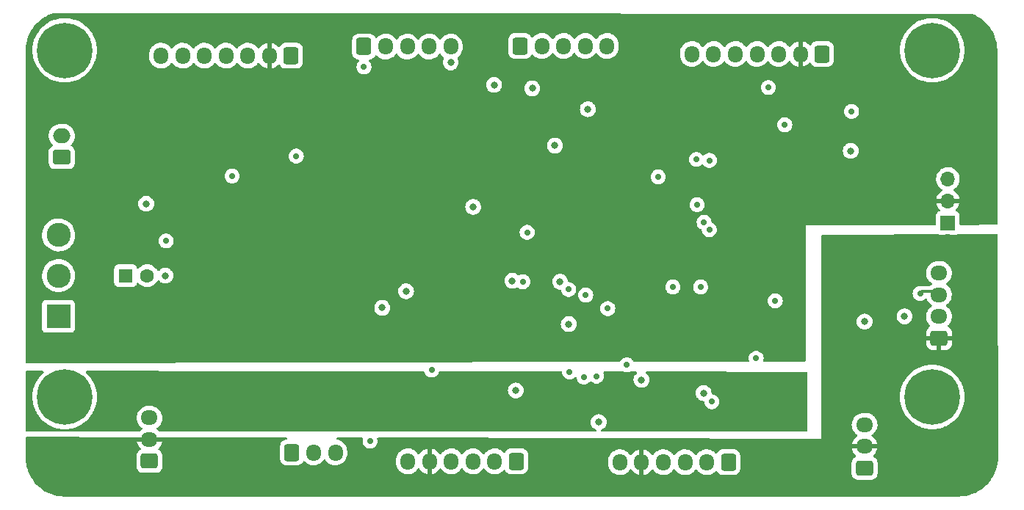
<source format=gbr>
%TF.GenerationSoftware,KiCad,Pcbnew,(6.0.7)*%
%TF.CreationDate,2022-10-27T14:16:22+02:00*%
%TF.ProjectId,Projet,50726f6a-6574-42e6-9b69-6361645f7063,1.0*%
%TF.SameCoordinates,Original*%
%TF.FileFunction,Copper,L3,Inr*%
%TF.FilePolarity,Positive*%
%FSLAX46Y46*%
G04 Gerber Fmt 4.6, Leading zero omitted, Abs format (unit mm)*
G04 Created by KiCad (PCBNEW (6.0.7)) date 2022-10-27 14:16:22*
%MOMM*%
%LPD*%
G01*
G04 APERTURE LIST*
G04 Aperture macros list*
%AMRoundRect*
0 Rectangle with rounded corners*
0 $1 Rounding radius*
0 $2 $3 $4 $5 $6 $7 $8 $9 X,Y pos of 4 corners*
0 Add a 4 corners polygon primitive as box body*
4,1,4,$2,$3,$4,$5,$6,$7,$8,$9,$2,$3,0*
0 Add four circle primitives for the rounded corners*
1,1,$1+$1,$2,$3*
1,1,$1+$1,$4,$5*
1,1,$1+$1,$6,$7*
1,1,$1+$1,$8,$9*
0 Add four rect primitives between the rounded corners*
20,1,$1+$1,$2,$3,$4,$5,0*
20,1,$1+$1,$4,$5,$6,$7,0*
20,1,$1+$1,$6,$7,$8,$9,0*
20,1,$1+$1,$8,$9,$2,$3,0*%
G04 Aperture macros list end*
%TA.AperFunction,ComponentPad*%
%ADD10O,1.950000X1.700000*%
%TD*%
%TA.AperFunction,ComponentPad*%
%ADD11RoundRect,0.250000X0.725000X-0.600000X0.725000X0.600000X-0.725000X0.600000X-0.725000X-0.600000X0*%
%TD*%
%TA.AperFunction,ComponentPad*%
%ADD12R,2.775000X2.775000*%
%TD*%
%TA.AperFunction,ComponentPad*%
%ADD13C,2.775000*%
%TD*%
%TA.AperFunction,ComponentPad*%
%ADD14RoundRect,0.250000X0.600000X0.725000X-0.600000X0.725000X-0.600000X-0.725000X0.600000X-0.725000X0*%
%TD*%
%TA.AperFunction,ComponentPad*%
%ADD15O,1.700000X1.950000*%
%TD*%
%TA.AperFunction,ComponentPad*%
%ADD16C,0.800000*%
%TD*%
%TA.AperFunction,ComponentPad*%
%ADD17C,6.400000*%
%TD*%
%TA.AperFunction,ComponentPad*%
%ADD18RoundRect,0.250000X-0.600000X-0.725000X0.600000X-0.725000X0.600000X0.725000X-0.600000X0.725000X0*%
%TD*%
%TA.AperFunction,ComponentPad*%
%ADD19R,1.700000X1.700000*%
%TD*%
%TA.AperFunction,ComponentPad*%
%ADD20O,1.700000X1.700000*%
%TD*%
%TA.AperFunction,ComponentPad*%
%ADD21RoundRect,0.250000X0.750000X-0.600000X0.750000X0.600000X-0.750000X0.600000X-0.750000X-0.600000X0*%
%TD*%
%TA.AperFunction,ComponentPad*%
%ADD22O,2.000000X1.700000*%
%TD*%
%TA.AperFunction,ComponentPad*%
%ADD23C,1.600000*%
%TD*%
%TA.AperFunction,ComponentPad*%
%ADD24R,1.600000X1.600000*%
%TD*%
%TA.AperFunction,ViaPad*%
%ADD25C,0.800000*%
%TD*%
%TA.AperFunction,ViaPad*%
%ADD26C,0.700000*%
%TD*%
%TA.AperFunction,Conductor*%
%ADD27C,0.300000*%
%TD*%
G04 APERTURE END LIST*
D10*
%TO.N,GND*%
%TO.C,J601*%
X200775000Y-125700000D03*
%TO.N,/Communication/ESP_TX_JP*%
X200775000Y-128200000D03*
%TO.N,/Communication/ESP_RX_JP*%
X200775000Y-130700000D03*
D11*
%TO.N,+5V*%
X200775000Y-133200000D03*
%TD*%
D12*
%TO.N,Net-(R501-Pad2)*%
%TO.C,S501*%
X99300000Y-130700000D03*
D13*
%TO.N,V+_batterie*%
X99300000Y-126000000D03*
%TO.N,Net-(J501-Pad1)*%
X99300000Y-121300000D03*
%TD*%
D14*
%TO.N,M1-*%
%TO.C,J302*%
X176500000Y-147525000D03*
D15*
%TO.N,GND*%
X174000000Y-147525000D03*
%TO.N,/Driver_Motor_SERVO/ENC_1_A*%
X171500000Y-147525000D03*
%TO.N,/Driver_Motor_SERVO/ENC_1_B*%
X169000000Y-147525000D03*
%TO.N,+5V*%
X166500000Y-147525000D03*
%TO.N,M1+*%
X164000000Y-147525000D03*
%TD*%
D14*
%TO.N,M2-*%
%TO.C,J301*%
X152050000Y-147425000D03*
D15*
%TO.N,GND*%
X149550000Y-147425000D03*
%TO.N,/Driver_Motor_SERVO/ENC_2_A*%
X147050000Y-147425000D03*
%TO.N,/Driver_Motor_SERVO/ENC_2_B*%
X144550000Y-147425000D03*
%TO.N,+5V*%
X142050000Y-147425000D03*
%TO.N,M2+*%
X139550000Y-147425000D03*
%TD*%
D11*
%TO.N,GND*%
%TO.C,J401*%
X192200000Y-148200000D03*
D10*
%TO.N,+5V*%
X192200000Y-145700000D03*
%TO.N,/STM32F070RB/OPTQ2*%
X192200000Y-143200000D03*
%TD*%
D16*
%TO.N,GND*%
%TO.C,H103*%
X200000000Y-137600000D03*
X198302944Y-138302944D03*
X201697056Y-141697056D03*
D17*
X200000000Y-140000000D03*
D16*
X198302944Y-141697056D03*
X201697056Y-138302944D03*
X197600000Y-140000000D03*
X200000000Y-142400000D03*
X202400000Y-140000000D03*
%TD*%
D11*
%TO.N,GND*%
%TO.C,J404*%
X109775000Y-147400000D03*
D10*
%TO.N,+5V*%
X109775000Y-144900000D03*
%TO.N,/STM32F070RB/OPTQ1*%
X109775000Y-142400000D03*
%TD*%
D18*
%TO.N,GND*%
%TO.C,J303*%
X126200000Y-146400000D03*
D15*
%TO.N,V+_batterie*%
X128700000Y-146400000D03*
%TO.N,/Driver_Motor_SERVO/SERV_DATA*%
X131200000Y-146400000D03*
%TD*%
D19*
%TO.N,+5V*%
%TO.C,J502*%
X201800000Y-119925000D03*
D20*
%TO.N,+3.3V*%
X201800000Y-117385000D03*
%TO.N,GND*%
X201800000Y-114845000D03*
%TD*%
D16*
%TO.N,GND*%
%TO.C,H104*%
X197600000Y-100000000D03*
X198302944Y-98302944D03*
X198302944Y-101697056D03*
X202400000Y-100000000D03*
X201697056Y-98302944D03*
X200000000Y-97600000D03*
D17*
X200000000Y-100000000D03*
D16*
X201697056Y-101697056D03*
X200000000Y-102400000D03*
%TD*%
D21*
%TO.N,Net-(J501-Pad1)*%
%TO.C,J501*%
X99675000Y-112350000D03*
D22*
%TO.N,GND*%
X99675000Y-109850000D03*
%TD*%
D16*
%TO.N,GND*%
%TO.C,H102*%
X100000000Y-137600000D03*
X98302944Y-141697056D03*
X100000000Y-142400000D03*
X102400000Y-140000000D03*
X97600000Y-140000000D03*
X101697056Y-141697056D03*
X98302944Y-138302944D03*
D17*
X100000000Y-140000000D03*
D16*
X101697056Y-138302944D03*
%TD*%
D14*
%TO.N,unconnected-(J406-Pad1)*%
%TO.C,J406*%
X126100000Y-100625000D03*
D15*
%TO.N,+3.3V*%
X123600000Y-100625000D03*
%TO.N,GND*%
X121100000Y-100625000D03*
%TO.N,/STM32F070RB/TOF1_SDA*%
X118600000Y-100625000D03*
%TO.N,/STM32F070RB/TOF1_SCL*%
X116100000Y-100625000D03*
%TO.N,/STM32F070RB/TOF1_XSHUT*%
X113600000Y-100625000D03*
%TO.N,/STM32F070RB/TOF1_GPIO1*%
X111100000Y-100625000D03*
%TD*%
D14*
%TO.N,unconnected-(J405-Pad1)*%
%TO.C,J405*%
X187300000Y-100425000D03*
D15*
%TO.N,+3.3V*%
X184800000Y-100425000D03*
%TO.N,GND*%
X182300000Y-100425000D03*
%TO.N,/STM32F070RB/TOF2_SDA*%
X179800000Y-100425000D03*
%TO.N,/STM32F070RB/TOF2_SCL*%
X177300000Y-100425000D03*
%TO.N,/STM32F070RB/TOF2_XSHUT*%
X174800000Y-100425000D03*
%TO.N,/STM32F070RB/TOF2_GPIO1*%
X172300000Y-100425000D03*
%TD*%
D23*
%TO.N,GND*%
%TO.C,C301*%
X109517621Y-126000000D03*
D24*
%TO.N,V+_batterie*%
X107017621Y-126000000D03*
%TD*%
D18*
%TO.N,/STM32F070RB/CLR_OUT*%
%TO.C,J403*%
X152500000Y-99500000D03*
D15*
%TO.N,/STM32F070RB/CLR_S3*%
X155000000Y-99500000D03*
%TO.N,/STM32F070RB/CLR_S2*%
X157500000Y-99500000D03*
%TO.N,/STM32F070RB/CLR_S1*%
X160000000Y-99500000D03*
%TO.N,/STM32F070RB/CLR_S0*%
X162500000Y-99500000D03*
%TD*%
D18*
%TO.N,+5V*%
%TO.C,J402*%
X134500000Y-99575000D03*
D15*
%TO.N,GND*%
X137000000Y-99575000D03*
%TO.N,/STM32F070RB/CLR_OE*%
X139500000Y-99575000D03*
%TO.N,/STM32F070RB/CLR_LED*%
X142000000Y-99575000D03*
%TO.N,GND*%
X144500000Y-99575000D03*
%TD*%
D16*
%TO.N,GND*%
%TO.C,H101*%
X97600000Y-100000000D03*
X101697056Y-98302944D03*
X98302944Y-101697056D03*
X98302944Y-98302944D03*
X101697056Y-101697056D03*
D17*
X100000000Y-100000000D03*
D16*
X100000000Y-97600000D03*
X102400000Y-100000000D03*
X100000000Y-102400000D03*
%TD*%
D25*
%TO.N,GND*%
X166479977Y-138020023D03*
D26*
%TO.N,/STM32F070RB/NRST_sw*%
X190700000Y-107050000D03*
D25*
%TO.N,+3.3V*%
X153900000Y-132800000D03*
%TO.N,/Driver_Motor_SERVO/SERV_DATA*%
X158100000Y-131600000D03*
%TO.N,/Communication/ESP_RX_JP*%
X196800000Y-130700000D03*
%TO.N,+5V*%
X204800000Y-121800000D03*
%TO.N,GND*%
X173650000Y-139550000D03*
%TO.N,V+_batterie*%
X167250000Y-142850000D03*
%TO.N,GND*%
X161554977Y-142895023D03*
X147087500Y-118062500D03*
%TO.N,/Driver_Motor_SERVO/M2-_JP*%
X152000000Y-139249500D03*
%TO.N,GND*%
X151600000Y-126600000D03*
%TO.N,+3.3V*%
X147100000Y-116350000D03*
%TO.N,GND*%
X111600000Y-126000000D03*
%TO.N,+5V*%
X109400000Y-117700000D03*
%TO.N,GND*%
X144500000Y-101400000D03*
X190600000Y-111600000D03*
X136600000Y-129700000D03*
D26*
X119300000Y-114500000D03*
D25*
%TO.N,+3.3V*%
X133400000Y-114500000D03*
%TO.N,+5V*%
X106000000Y-147300000D03*
%TO.N,/STM32F070RB/CLR_LED*%
X156500000Y-111000000D03*
X149500000Y-104000000D03*
D26*
%TO.N,STLINK_NRST*%
X174300000Y-112700000D03*
X183000000Y-108600000D03*
D25*
%TO.N,V+_batterie*%
X125000000Y-142400000D03*
X128700000Y-143000000D03*
X107000000Y-137550000D03*
D26*
X129600000Y-137600000D03*
%TO.N,/Driver_Motor_SERVO/ENC_2_A*%
X174300000Y-120700000D03*
X161300000Y-137600000D03*
%TO.N,/Driver_Motor_SERVO/ENC_2_B*%
X173700000Y-119850500D03*
X159850000Y-137700000D03*
%TO.N,/Driver_Motor_SERVO/ENC_1_B*%
X179700000Y-135550000D03*
X174600000Y-140550000D03*
%TO.N,/Driver_Motor_SERVO/SERV_DATA*%
X158100000Y-127600000D03*
X135200000Y-145100000D03*
D25*
%TO.N,/STM32F070RB/OPTQ2*%
X157100000Y-126700000D03*
X192200000Y-131300000D03*
%TO.N,/STM32F070RB/CLR_OUT*%
X153900000Y-104400000D03*
X160299500Y-106796422D03*
D26*
%TO.N,/STM32F070RB/TOF2_SDA*%
X162600000Y-129800500D03*
X181100000Y-104300000D03*
%TO.N,/STM32F070RB/TOF2_SCL*%
X160055103Y-128244847D03*
X168400000Y-114600000D03*
%TO.N,STLINK_RX*%
X172900000Y-117800000D03*
X172800000Y-112600000D03*
%TO.N,/Alimentation/BAT_STATE*%
X111700000Y-122000000D03*
X152800000Y-126700000D03*
D25*
%TO.N,+3.3V*%
X117300000Y-106600000D03*
X184900000Y-116900000D03*
X178500000Y-106100000D03*
D26*
%TO.N,GND*%
X173300000Y-127300000D03*
X142300000Y-136900000D03*
%TO.N,+5V*%
X126700000Y-112200000D03*
D25*
X188400000Y-145900000D03*
D26*
X134500000Y-101900000D03*
D25*
X104500000Y-145500000D03*
%TO.N,/Driver_Motor_SERVO/M2-_JP*%
X139350000Y-127800000D03*
D26*
%TO.N,/Driver_Motor_SERVO/M1-_JP*%
X170100000Y-127300000D03*
X181900000Y-128900000D03*
%TO.N,/STM32F070RB/NRST_sw*%
X153300000Y-121000000D03*
%TO.N,/Communication/ESP_RX_JP*%
X158200000Y-137100500D03*
%TO.N,/Communication/ESP_TX_JP*%
X198600000Y-128050000D03*
X164800000Y-136300000D03*
%TD*%
D27*
%TO.N,/Communication/ESP_TX_JP*%
X198800000Y-127850000D02*
X198600000Y-128050000D01*
X200725000Y-127850000D02*
X198800000Y-127850000D01*
%TD*%
%TA.AperFunction,Conductor*%
%TO.N,V+_batterie*%
G36*
X96072106Y-136990003D02*
G01*
X97466611Y-136991531D01*
X97534710Y-137011608D01*
X97581144Y-137065314D01*
X97591171Y-137135599D01*
X97561607Y-137200148D01*
X97545767Y-137215451D01*
X97517695Y-137238183D01*
X97517684Y-137238193D01*
X97515124Y-137240266D01*
X97240266Y-137515124D01*
X97238194Y-137517682D01*
X97238191Y-137517686D01*
X97130832Y-137650263D01*
X96995643Y-137817207D01*
X96993848Y-137819970D01*
X96993848Y-137819971D01*
X96863934Y-138020023D01*
X96783938Y-138143206D01*
X96782443Y-138146140D01*
X96782439Y-138146147D01*
X96681782Y-138343697D01*
X96607468Y-138489547D01*
X96549139Y-138641500D01*
X96505111Y-138756197D01*
X96468167Y-138852438D01*
X96367562Y-139227901D01*
X96306754Y-139611824D01*
X96286411Y-140000000D01*
X96306754Y-140388176D01*
X96307267Y-140391416D01*
X96307268Y-140391424D01*
X96317675Y-140457128D01*
X96367562Y-140772099D01*
X96468167Y-141147562D01*
X96469352Y-141150650D01*
X96469353Y-141150652D01*
X96491631Y-141208688D01*
X96607468Y-141510453D01*
X96608966Y-141513393D01*
X96749506Y-141789217D01*
X96783938Y-141856794D01*
X96785734Y-141859560D01*
X96785736Y-141859563D01*
X96869075Y-141987895D01*
X96995643Y-142182793D01*
X97022661Y-142216157D01*
X97227824Y-142469511D01*
X97240266Y-142484876D01*
X97515124Y-142759734D01*
X97817207Y-143004357D01*
X97819970Y-143006152D01*
X97819971Y-143006152D01*
X98116558Y-143198757D01*
X98143205Y-143216062D01*
X98146139Y-143217557D01*
X98146146Y-143217561D01*
X98321883Y-143307103D01*
X98489547Y-143392532D01*
X98852438Y-143531833D01*
X99227901Y-143632438D01*
X99431793Y-143664732D01*
X99608576Y-143692732D01*
X99608584Y-143692733D01*
X99611824Y-143693246D01*
X100000000Y-143713589D01*
X100388176Y-143693246D01*
X100391416Y-143692733D01*
X100391424Y-143692732D01*
X100568207Y-143664732D01*
X100772099Y-143632438D01*
X101147562Y-143531833D01*
X101510453Y-143392532D01*
X101678117Y-143307103D01*
X101853854Y-143217561D01*
X101853861Y-143217557D01*
X101856795Y-143216062D01*
X101883443Y-143198757D01*
X102180029Y-143006152D01*
X102180030Y-143006152D01*
X102182793Y-143004357D01*
X102484876Y-142759734D01*
X102759734Y-142484876D01*
X102772177Y-142469511D01*
X102977339Y-142216157D01*
X103004357Y-142182793D01*
X103130925Y-141987895D01*
X103214264Y-141859563D01*
X103214266Y-141859560D01*
X103216062Y-141856794D01*
X103250495Y-141789217D01*
X103391034Y-141513393D01*
X103392532Y-141510453D01*
X103508369Y-141208688D01*
X103530647Y-141150652D01*
X103530648Y-141150650D01*
X103531833Y-141147562D01*
X103632438Y-140772099D01*
X103682325Y-140457128D01*
X103692732Y-140391424D01*
X103692733Y-140391416D01*
X103693246Y-140388176D01*
X103713589Y-140000000D01*
X103693246Y-139611824D01*
X103635859Y-139249500D01*
X151086496Y-139249500D01*
X151087186Y-139256065D01*
X151097458Y-139353794D01*
X151106458Y-139439428D01*
X151165473Y-139621056D01*
X151260960Y-139786444D01*
X151265378Y-139791351D01*
X151265379Y-139791352D01*
X151278841Y-139806303D01*
X151388747Y-139928366D01*
X151543248Y-140040618D01*
X151549276Y-140043302D01*
X151549278Y-140043303D01*
X151647298Y-140086944D01*
X151717712Y-140118294D01*
X151811113Y-140138147D01*
X151898056Y-140156628D01*
X151898061Y-140156628D01*
X151904513Y-140158000D01*
X152095487Y-140158000D01*
X152101939Y-140156628D01*
X152101944Y-140156628D01*
X152188887Y-140138147D01*
X152282288Y-140118294D01*
X152352702Y-140086944D01*
X152450722Y-140043303D01*
X152450724Y-140043302D01*
X152456752Y-140040618D01*
X152611253Y-139928366D01*
X152721159Y-139806303D01*
X152734621Y-139791352D01*
X152734622Y-139791351D01*
X152739040Y-139786444D01*
X152834527Y-139621056D01*
X152857615Y-139550000D01*
X172736496Y-139550000D01*
X172737186Y-139556565D01*
X172755312Y-139729020D01*
X172756458Y-139739928D01*
X172815473Y-139921556D01*
X172818776Y-139927278D01*
X172818777Y-139927279D01*
X172852686Y-139986010D01*
X172910960Y-140086944D01*
X172915378Y-140091851D01*
X172915379Y-140091852D01*
X172940423Y-140119666D01*
X173038747Y-140228866D01*
X173193248Y-140341118D01*
X173199276Y-140343802D01*
X173199278Y-140343803D01*
X173361681Y-140416109D01*
X173367712Y-140418794D01*
X173461113Y-140438647D01*
X173548056Y-140457128D01*
X173548061Y-140457128D01*
X173554513Y-140458500D01*
X173613703Y-140458500D01*
X173681824Y-140478502D01*
X173728317Y-140532158D01*
X173739013Y-140571328D01*
X173755635Y-140729475D01*
X173811401Y-140901107D01*
X173901633Y-141057393D01*
X173906051Y-141062300D01*
X173906052Y-141062301D01*
X173996114Y-141162325D01*
X174022387Y-141191504D01*
X174027729Y-141195385D01*
X174027731Y-141195387D01*
X174163043Y-141293697D01*
X174168385Y-141297578D01*
X174174413Y-141300262D01*
X174174415Y-141300263D01*
X174251225Y-141334461D01*
X174333248Y-141370980D01*
X174421508Y-141389740D01*
X174503311Y-141407128D01*
X174503315Y-141407128D01*
X174509768Y-141408500D01*
X174690232Y-141408500D01*
X174696685Y-141407128D01*
X174696689Y-141407128D01*
X174778492Y-141389740D01*
X174866752Y-141370980D01*
X174948775Y-141334461D01*
X175025585Y-141300263D01*
X175025587Y-141300262D01*
X175031615Y-141297578D01*
X175036957Y-141293697D01*
X175172269Y-141195387D01*
X175172271Y-141195385D01*
X175177613Y-141191504D01*
X175203886Y-141162325D01*
X175293948Y-141062301D01*
X175293949Y-141062300D01*
X175298367Y-141057393D01*
X175388599Y-140901107D01*
X175444365Y-140729475D01*
X175463229Y-140550000D01*
X175446220Y-140388176D01*
X175445055Y-140377089D01*
X175445055Y-140377088D01*
X175444365Y-140370525D01*
X175388599Y-140198893D01*
X175298367Y-140042607D01*
X175177613Y-139908496D01*
X175031615Y-139802422D01*
X175025587Y-139799738D01*
X175025585Y-139799737D01*
X174872783Y-139731705D01*
X174872781Y-139731705D01*
X174866752Y-139729020D01*
X174778492Y-139710260D01*
X174696689Y-139692872D01*
X174696685Y-139692872D01*
X174690232Y-139691500D01*
X174683630Y-139691500D01*
X174677063Y-139690810D01*
X174677337Y-139688202D01*
X174620448Y-139671498D01*
X174573955Y-139617842D01*
X174565030Y-139563170D01*
X174562814Y-139563170D01*
X174562814Y-139556565D01*
X174563504Y-139550000D01*
X174562814Y-139543435D01*
X174544232Y-139366635D01*
X174544232Y-139366633D01*
X174543542Y-139360072D01*
X174484527Y-139178444D01*
X174389040Y-139013056D01*
X174261253Y-138871134D01*
X174106752Y-138758882D01*
X174100724Y-138756198D01*
X174100722Y-138756197D01*
X173938319Y-138683891D01*
X173938318Y-138683891D01*
X173932288Y-138681206D01*
X173838888Y-138661353D01*
X173751944Y-138642872D01*
X173751939Y-138642872D01*
X173745487Y-138641500D01*
X173554513Y-138641500D01*
X173548061Y-138642872D01*
X173548056Y-138642872D01*
X173461112Y-138661353D01*
X173367712Y-138681206D01*
X173361682Y-138683891D01*
X173361681Y-138683891D01*
X173199278Y-138756197D01*
X173199276Y-138756198D01*
X173193248Y-138758882D01*
X173038747Y-138871134D01*
X172910960Y-139013056D01*
X172815473Y-139178444D01*
X172756458Y-139360072D01*
X172755768Y-139366633D01*
X172755768Y-139366635D01*
X172737186Y-139543435D01*
X172736496Y-139550000D01*
X152857615Y-139550000D01*
X152893542Y-139439428D01*
X152902543Y-139353794D01*
X152912814Y-139256065D01*
X152913504Y-139249500D01*
X152893542Y-139059572D01*
X152834527Y-138877944D01*
X152828354Y-138867251D01*
X152742341Y-138718274D01*
X152739040Y-138712556D01*
X152730231Y-138702772D01*
X152615675Y-138575545D01*
X152615674Y-138575544D01*
X152611253Y-138570634D01*
X152456752Y-138458382D01*
X152450724Y-138455698D01*
X152450722Y-138455697D01*
X152288319Y-138383391D01*
X152288318Y-138383391D01*
X152282288Y-138380706D01*
X152188887Y-138360853D01*
X152101944Y-138342372D01*
X152101939Y-138342372D01*
X152095487Y-138341000D01*
X151904513Y-138341000D01*
X151898061Y-138342372D01*
X151898056Y-138342372D01*
X151811113Y-138360853D01*
X151717712Y-138380706D01*
X151711682Y-138383391D01*
X151711681Y-138383391D01*
X151549278Y-138455697D01*
X151549276Y-138455698D01*
X151543248Y-138458382D01*
X151388747Y-138570634D01*
X151384326Y-138575544D01*
X151384325Y-138575545D01*
X151269770Y-138702772D01*
X151260960Y-138712556D01*
X151257659Y-138718274D01*
X151171647Y-138867251D01*
X151165473Y-138877944D01*
X151106458Y-139059572D01*
X151086496Y-139249500D01*
X103635859Y-139249500D01*
X103632438Y-139227901D01*
X103531833Y-138852438D01*
X103494890Y-138756197D01*
X103450861Y-138641500D01*
X103392532Y-138489547D01*
X103318218Y-138343697D01*
X103217561Y-138146147D01*
X103217557Y-138146140D01*
X103216062Y-138143206D01*
X103136067Y-138020023D01*
X103006152Y-137819971D01*
X103006152Y-137819970D01*
X103004357Y-137817207D01*
X102869168Y-137650263D01*
X102761809Y-137517686D01*
X102761806Y-137517682D01*
X102759734Y-137515124D01*
X102484876Y-137240266D01*
X102461093Y-137221007D01*
X102420742Y-137162593D01*
X102418378Y-137091635D01*
X102454751Y-137030664D01*
X102518314Y-136999037D01*
X102540527Y-136997088D01*
X119274246Y-137015416D01*
X141351272Y-137039597D01*
X141419371Y-137059674D01*
X141465805Y-137113380D01*
X141470966Y-137126659D01*
X141482354Y-137161707D01*
X141507879Y-137240266D01*
X141511401Y-137251107D01*
X141514704Y-137256829D01*
X141514705Y-137256830D01*
X141528068Y-137279975D01*
X141601633Y-137407393D01*
X141722387Y-137541504D01*
X141727729Y-137545385D01*
X141727731Y-137545387D01*
X141863043Y-137643697D01*
X141868385Y-137647578D01*
X141874413Y-137650262D01*
X141874415Y-137650263D01*
X142027217Y-137718295D01*
X142033248Y-137720980D01*
X142109055Y-137737093D01*
X142203311Y-137757128D01*
X142203315Y-137757128D01*
X142209768Y-137758500D01*
X142390232Y-137758500D01*
X142396685Y-137757128D01*
X142396689Y-137757128D01*
X142490945Y-137737093D01*
X142566752Y-137720980D01*
X142572783Y-137718295D01*
X142725585Y-137650263D01*
X142725587Y-137650262D01*
X142731615Y-137647578D01*
X142736957Y-137643697D01*
X142872269Y-137545387D01*
X142872271Y-137545385D01*
X142877613Y-137541504D01*
X142998367Y-137407393D01*
X143071932Y-137279975D01*
X143085295Y-137256830D01*
X143085296Y-137256829D01*
X143088599Y-137251107D01*
X143092122Y-137240266D01*
X143128358Y-137128740D01*
X143168431Y-137070134D01*
X143233827Y-137042496D01*
X143248329Y-137041675D01*
X157218884Y-137056977D01*
X157286983Y-137077054D01*
X157333417Y-137130760D01*
X157344055Y-137169805D01*
X157355635Y-137279975D01*
X157411401Y-137451607D01*
X157501633Y-137607893D01*
X157506051Y-137612800D01*
X157506052Y-137612801D01*
X157538166Y-137648467D01*
X157622387Y-137742004D01*
X157627729Y-137745885D01*
X157627731Y-137745887D01*
X157763043Y-137844197D01*
X157768385Y-137848078D01*
X157774413Y-137850762D01*
X157774415Y-137850763D01*
X157853006Y-137885754D01*
X157933248Y-137921480D01*
X158021508Y-137940240D01*
X158103311Y-137957628D01*
X158103315Y-137957628D01*
X158109768Y-137959000D01*
X158290232Y-137959000D01*
X158296685Y-137957628D01*
X158296689Y-137957628D01*
X158378492Y-137940240D01*
X158466752Y-137921480D01*
X158546994Y-137885754D01*
X158625585Y-137850763D01*
X158625587Y-137850762D01*
X158631615Y-137848078D01*
X158636957Y-137844197D01*
X158772269Y-137745887D01*
X158772271Y-137745885D01*
X158777613Y-137742004D01*
X158782035Y-137737093D01*
X158786937Y-137732679D01*
X158788473Y-137734385D01*
X158839925Y-137702676D01*
X158910909Y-137704017D01*
X158969900Y-137743523D01*
X158998443Y-137811050D01*
X159005635Y-137879475D01*
X159061401Y-138051107D01*
X159064704Y-138056829D01*
X159064705Y-138056830D01*
X159093898Y-138107393D01*
X159151633Y-138207393D01*
X159156051Y-138212300D01*
X159156052Y-138212301D01*
X159185843Y-138245387D01*
X159272387Y-138341504D01*
X159277729Y-138345385D01*
X159277731Y-138345387D01*
X159381776Y-138420980D01*
X159418385Y-138447578D01*
X159424413Y-138450262D01*
X159424415Y-138450263D01*
X159577217Y-138518295D01*
X159583248Y-138520980D01*
X159671508Y-138539740D01*
X159753311Y-138557128D01*
X159753315Y-138557128D01*
X159759768Y-138558500D01*
X159940232Y-138558500D01*
X159946685Y-138557128D01*
X159946689Y-138557128D01*
X160028492Y-138539740D01*
X160116752Y-138520980D01*
X160122783Y-138518295D01*
X160275585Y-138450263D01*
X160275587Y-138450262D01*
X160281615Y-138447578D01*
X160318224Y-138420980D01*
X160422269Y-138345387D01*
X160422271Y-138345385D01*
X160427613Y-138341504D01*
X160526386Y-138231805D01*
X160586829Y-138194567D01*
X160657813Y-138195919D01*
X160713656Y-138231808D01*
X160722387Y-138241504D01*
X160727729Y-138245385D01*
X160727731Y-138245387D01*
X160863043Y-138343697D01*
X160868385Y-138347578D01*
X160874413Y-138350262D01*
X160874415Y-138350263D01*
X161027217Y-138418295D01*
X161033248Y-138420980D01*
X161121508Y-138439740D01*
X161203311Y-138457128D01*
X161203315Y-138457128D01*
X161209768Y-138458500D01*
X161390232Y-138458500D01*
X161396685Y-138457128D01*
X161396689Y-138457128D01*
X161478492Y-138439740D01*
X161566752Y-138420980D01*
X161572783Y-138418295D01*
X161725585Y-138350263D01*
X161725587Y-138350262D01*
X161731615Y-138347578D01*
X161736957Y-138343697D01*
X161872269Y-138245387D01*
X161872271Y-138245385D01*
X161877613Y-138241504D01*
X161900371Y-138216229D01*
X161993948Y-138112301D01*
X161993949Y-138112300D01*
X161998367Y-138107393D01*
X162088599Y-137951107D01*
X162144365Y-137779475D01*
X162148304Y-137742004D01*
X162162539Y-137606565D01*
X162163229Y-137600000D01*
X162150424Y-137478171D01*
X162145055Y-137427089D01*
X162145055Y-137427088D01*
X162144365Y-137420525D01*
X162117317Y-137337278D01*
X162090641Y-137255177D01*
X162090640Y-137255175D01*
X162088599Y-137248893D01*
X162085295Y-137243171D01*
X162083741Y-137239680D01*
X162074307Y-137169313D01*
X162104413Y-137105016D01*
X162164502Y-137067202D01*
X162198985Y-137062431D01*
X162786891Y-137063075D01*
X164380467Y-137064821D01*
X164431577Y-137075714D01*
X164527213Y-137118294D01*
X164527221Y-137118297D01*
X164533248Y-137120980D01*
X164602026Y-137135599D01*
X164703311Y-137157128D01*
X164703315Y-137157128D01*
X164709768Y-137158500D01*
X164890232Y-137158500D01*
X164896685Y-137157128D01*
X164896689Y-137157128D01*
X164997974Y-137135599D01*
X165066752Y-137120980D01*
X165072779Y-137118297D01*
X165072787Y-137118294D01*
X165166361Y-137076631D01*
X165217746Y-137065738D01*
X165859190Y-137066440D01*
X165927288Y-137086517D01*
X165973722Y-137140223D01*
X165983749Y-137210508D01*
X165954185Y-137275057D01*
X165933112Y-137294376D01*
X165913552Y-137308588D01*
X165868724Y-137341157D01*
X165864303Y-137346067D01*
X165864302Y-137346068D01*
X165774934Y-137445322D01*
X165740937Y-137483079D01*
X165645450Y-137648467D01*
X165586435Y-137830095D01*
X165566473Y-138020023D01*
X165567163Y-138026588D01*
X165570342Y-138056830D01*
X165586435Y-138209951D01*
X165645450Y-138391579D01*
X165648753Y-138397301D01*
X165648754Y-138397302D01*
X165662425Y-138420980D01*
X165740937Y-138556967D01*
X165745355Y-138561874D01*
X165745356Y-138561875D01*
X165753243Y-138570634D01*
X165868724Y-138698889D01*
X166023225Y-138811141D01*
X166029253Y-138813825D01*
X166029255Y-138813826D01*
X166187384Y-138884229D01*
X166197689Y-138888817D01*
X166291089Y-138908670D01*
X166378033Y-138927151D01*
X166378038Y-138927151D01*
X166384490Y-138928523D01*
X166575464Y-138928523D01*
X166581916Y-138927151D01*
X166581921Y-138927151D01*
X166668865Y-138908670D01*
X166762265Y-138888817D01*
X166772570Y-138884229D01*
X166930699Y-138813826D01*
X166930701Y-138813825D01*
X166936729Y-138811141D01*
X167091230Y-138698889D01*
X167206711Y-138570634D01*
X167214598Y-138561875D01*
X167214599Y-138561874D01*
X167219017Y-138556967D01*
X167297529Y-138420980D01*
X167311200Y-138397302D01*
X167311201Y-138397301D01*
X167314504Y-138391579D01*
X167373519Y-138209951D01*
X167389613Y-138056830D01*
X167392791Y-138026588D01*
X167393481Y-138020023D01*
X167373519Y-137830095D01*
X167314504Y-137648467D01*
X167219017Y-137483079D01*
X167185021Y-137445322D01*
X167095652Y-137346068D01*
X167095651Y-137346067D01*
X167091230Y-137341157D01*
X167028716Y-137295737D01*
X166985363Y-137239515D01*
X166979288Y-137168779D01*
X167012420Y-137105987D01*
X167074240Y-137071076D01*
X167102913Y-137067802D01*
X185474139Y-137087924D01*
X185542237Y-137108001D01*
X185588671Y-137161707D01*
X185600000Y-137213924D01*
X185600000Y-143862062D01*
X185579998Y-143930183D01*
X185526342Y-143976676D01*
X185474000Y-143988062D01*
X161926387Y-143988062D01*
X161858266Y-143968060D01*
X161811773Y-143914404D01*
X161801669Y-143844130D01*
X161831163Y-143779550D01*
X161875138Y-143746955D01*
X162005699Y-143688826D01*
X162005701Y-143688825D01*
X162011729Y-143686141D01*
X162044596Y-143662262D01*
X162084934Y-143632954D01*
X162166230Y-143573889D01*
X162205165Y-143530647D01*
X162289598Y-143436875D01*
X162289599Y-143436874D01*
X162294017Y-143431967D01*
X162366107Y-143307103D01*
X162386200Y-143272302D01*
X162386201Y-143272301D01*
X162389504Y-143266579D01*
X162448519Y-143084951D01*
X162468481Y-142895023D01*
X162467791Y-142888458D01*
X162449209Y-142711658D01*
X162449209Y-142711656D01*
X162448519Y-142705095D01*
X162389504Y-142523467D01*
X162367224Y-142484876D01*
X162297318Y-142363797D01*
X162294017Y-142358079D01*
X162177455Y-142228623D01*
X162170652Y-142221068D01*
X162170651Y-142221067D01*
X162166230Y-142216157D01*
X162011729Y-142103905D01*
X162005701Y-142101221D01*
X162005699Y-142101220D01*
X161843296Y-142028914D01*
X161843295Y-142028914D01*
X161837265Y-142026229D01*
X161743864Y-142006376D01*
X161656921Y-141987895D01*
X161656916Y-141987895D01*
X161650464Y-141986523D01*
X161459490Y-141986523D01*
X161453038Y-141987895D01*
X161453033Y-141987895D01*
X161366090Y-142006376D01*
X161272689Y-142026229D01*
X161266659Y-142028914D01*
X161266658Y-142028914D01*
X161104255Y-142101220D01*
X161104253Y-142101221D01*
X161098225Y-142103905D01*
X160943724Y-142216157D01*
X160939303Y-142221067D01*
X160939302Y-142221068D01*
X160932500Y-142228623D01*
X160815937Y-142358079D01*
X160812636Y-142363797D01*
X160742731Y-142484876D01*
X160720450Y-142523467D01*
X160661435Y-142705095D01*
X160660745Y-142711656D01*
X160660745Y-142711658D01*
X160642163Y-142888458D01*
X160641473Y-142895023D01*
X160661435Y-143084951D01*
X160720450Y-143266579D01*
X160723753Y-143272301D01*
X160723754Y-143272302D01*
X160743847Y-143307103D01*
X160815937Y-143431967D01*
X160820355Y-143436874D01*
X160820356Y-143436875D01*
X160904789Y-143530647D01*
X160943724Y-143573889D01*
X161025020Y-143632954D01*
X161065359Y-143662262D01*
X161098225Y-143686141D01*
X161104253Y-143688825D01*
X161104255Y-143688826D01*
X161234816Y-143746955D01*
X161288912Y-143792935D01*
X161309561Y-143860862D01*
X161290209Y-143929170D01*
X161236998Y-143976172D01*
X161183567Y-143988062D01*
X110964855Y-143988062D01*
X110896734Y-143968060D01*
X110869689Y-143944642D01*
X110854023Y-143926588D01*
X110854021Y-143926586D01*
X110850523Y-143922555D01*
X110754877Y-143844130D01*
X110676373Y-143779760D01*
X110676367Y-143779756D01*
X110672245Y-143776376D01*
X110640750Y-143758448D01*
X110591445Y-143707368D01*
X110577583Y-143637738D01*
X110603566Y-143571667D01*
X110632716Y-143544427D01*
X110668642Y-143520240D01*
X110754319Y-143462559D01*
X110921135Y-143303424D01*
X110944291Y-143272302D01*
X111055568Y-143122740D01*
X111058754Y-143118458D01*
X111163240Y-142912949D01*
X111168807Y-142895023D01*
X111230024Y-142697871D01*
X111231607Y-142692773D01*
X111232308Y-142687484D01*
X111261198Y-142469511D01*
X111261198Y-142469506D01*
X111261898Y-142464226D01*
X111253249Y-142233842D01*
X111205907Y-142008209D01*
X111121224Y-141793779D01*
X111001623Y-141596683D01*
X110914755Y-141496576D01*
X110854023Y-141426588D01*
X110854021Y-141426586D01*
X110850523Y-141422555D01*
X110784348Y-141368295D01*
X110676373Y-141279760D01*
X110676367Y-141279756D01*
X110672245Y-141276376D01*
X110667609Y-141273737D01*
X110667606Y-141273735D01*
X110476529Y-141164968D01*
X110471886Y-141162325D01*
X110255175Y-141083663D01*
X110249926Y-141082714D01*
X110249923Y-141082713D01*
X110032392Y-141043377D01*
X110032385Y-141043376D01*
X110028308Y-141042639D01*
X110010586Y-141041803D01*
X110005644Y-141041570D01*
X110005637Y-141041570D01*
X110004156Y-141041500D01*
X109592110Y-141041500D01*
X109525191Y-141047178D01*
X109425591Y-141055629D01*
X109425587Y-141055630D01*
X109420280Y-141056080D01*
X109415125Y-141057418D01*
X109415119Y-141057419D01*
X109202297Y-141112657D01*
X109202293Y-141112658D01*
X109197128Y-141113999D01*
X109192262Y-141116191D01*
X109192259Y-141116192D01*
X109083980Y-141164968D01*
X108986925Y-141208688D01*
X108795681Y-141337441D01*
X108628865Y-141496576D01*
X108625682Y-141500854D01*
X108618540Y-141510453D01*
X108491246Y-141681542D01*
X108386760Y-141887051D01*
X108385178Y-141892145D01*
X108385177Y-141892148D01*
X108343970Y-142024857D01*
X108318393Y-142107227D01*
X108317692Y-142112516D01*
X108302304Y-142228623D01*
X108288102Y-142335774D01*
X108296751Y-142566158D01*
X108344093Y-142791791D01*
X108346051Y-142796750D01*
X108346052Y-142796752D01*
X108384862Y-142895023D01*
X108428776Y-143006221D01*
X108431543Y-143010780D01*
X108431544Y-143010783D01*
X108480360Y-143091229D01*
X108548377Y-143203317D01*
X108551874Y-143207347D01*
X108638438Y-143307103D01*
X108699477Y-143377445D01*
X108703608Y-143380832D01*
X108873627Y-143520240D01*
X108873633Y-143520244D01*
X108877755Y-143523624D01*
X108909250Y-143541552D01*
X108958555Y-143592632D01*
X108972417Y-143662262D01*
X108946434Y-143728333D01*
X108917284Y-143755573D01*
X108795681Y-143837441D01*
X108791824Y-143841120D01*
X108791822Y-143841122D01*
X108674301Y-143953232D01*
X108611204Y-143985779D01*
X108587329Y-143988062D01*
X95634500Y-143988062D01*
X95566379Y-143968060D01*
X95519886Y-143914404D01*
X95508500Y-143862062D01*
X95508500Y-137115524D01*
X95528502Y-137047403D01*
X95582158Y-137000910D01*
X95634637Y-136989524D01*
X96072106Y-136990003D01*
G37*
%TD.AperFunction*%
%TD*%
%TA.AperFunction,Conductor*%
%TO.N,+5V*%
G36*
X207478334Y-121189460D02*
G01*
X207525171Y-121242815D01*
X207536897Y-121295623D01*
X207590998Y-146674384D01*
X207591375Y-146851040D01*
X207589874Y-146870696D01*
X207587671Y-146884846D01*
X207586289Y-146893724D01*
X207588964Y-146914183D01*
X207589908Y-146936008D01*
X207576543Y-147242110D01*
X207574248Y-147294678D01*
X207573290Y-147305627D01*
X207523191Y-147686172D01*
X207522443Y-147691851D01*
X207520536Y-147702664D01*
X207436220Y-148082991D01*
X207433375Y-148093607D01*
X207331221Y-148417602D01*
X207316236Y-148465128D01*
X207312480Y-148475449D01*
X207171907Y-148814823D01*
X207163397Y-148835367D01*
X207158755Y-148845320D01*
X206978880Y-149190857D01*
X206973384Y-149200377D01*
X206764079Y-149528920D01*
X206757775Y-149537924D01*
X206520623Y-149846987D01*
X206513559Y-149855404D01*
X206480817Y-149891137D01*
X206250384Y-150142611D01*
X206242615Y-150150380D01*
X206210633Y-150179686D01*
X205955407Y-150413557D01*
X205946990Y-150420620D01*
X205920836Y-150440689D01*
X205637924Y-150657775D01*
X205628920Y-150664079D01*
X205300377Y-150873384D01*
X205290858Y-150878879D01*
X204945320Y-151058755D01*
X204935376Y-151063393D01*
X204575449Y-151212480D01*
X204565136Y-151216233D01*
X204193608Y-151333375D01*
X204182997Y-151336218D01*
X203802664Y-151420536D01*
X203791859Y-151422442D01*
X203405628Y-151473290D01*
X203394679Y-151474248D01*
X203043446Y-151489583D01*
X203018571Y-151488203D01*
X203006276Y-151486289D01*
X202997374Y-151487453D01*
X202997371Y-151487453D01*
X202974563Y-151490436D01*
X202958226Y-151491500D01*
X100049367Y-151491500D01*
X100029982Y-151490000D01*
X100015149Y-151487690D01*
X100015145Y-151487690D01*
X100006276Y-151486309D01*
X99985817Y-151488984D01*
X99963993Y-151489928D01*
X99614035Y-151474648D01*
X99603086Y-151473690D01*
X99600048Y-151473290D01*
X99225502Y-151423981D01*
X99214693Y-151422074D01*
X98842885Y-151339647D01*
X98832268Y-151336802D01*
X98821399Y-151333375D01*
X98469061Y-151222282D01*
X98458746Y-151218529D01*
X98106877Y-151072780D01*
X98096933Y-151068142D01*
X97759132Y-150892294D01*
X97749613Y-150886799D01*
X97428426Y-150682180D01*
X97419422Y-150675876D01*
X97117284Y-150444038D01*
X97108863Y-150436972D01*
X96828086Y-150179686D01*
X96820314Y-150171914D01*
X96563028Y-149891137D01*
X96555962Y-149882716D01*
X96324124Y-149580578D01*
X96317820Y-149571574D01*
X96181082Y-149356938D01*
X96113200Y-149250385D01*
X96107705Y-149240867D01*
X96084213Y-149195740D01*
X95931858Y-148903067D01*
X95927216Y-148893114D01*
X95923384Y-148883861D01*
X95781471Y-148541254D01*
X95777715Y-148530932D01*
X95769121Y-148503673D01*
X95663198Y-148167731D01*
X95660353Y-148157114D01*
X95659854Y-148154861D01*
X95636696Y-148050400D01*
X108291500Y-148050400D01*
X108291837Y-148053646D01*
X108291837Y-148053650D01*
X108297450Y-148107741D01*
X108302474Y-148156166D01*
X108304655Y-148162702D01*
X108304655Y-148162704D01*
X108320529Y-148210284D01*
X108358450Y-148323946D01*
X108451522Y-148474348D01*
X108576697Y-148599305D01*
X108582927Y-148603145D01*
X108582928Y-148603146D01*
X108720090Y-148687694D01*
X108727262Y-148692115D01*
X108802505Y-148717072D01*
X108888611Y-148745632D01*
X108888613Y-148745632D01*
X108895139Y-148747797D01*
X108901975Y-148748497D01*
X108901978Y-148748498D01*
X108939400Y-148752332D01*
X108999600Y-148758500D01*
X110550400Y-148758500D01*
X110553646Y-148758163D01*
X110553650Y-148758163D01*
X110649308Y-148748238D01*
X110649312Y-148748237D01*
X110656166Y-148747526D01*
X110662702Y-148745345D01*
X110662704Y-148745345D01*
X110794806Y-148701272D01*
X110823946Y-148691550D01*
X110974348Y-148598478D01*
X111007887Y-148564881D01*
X111068343Y-148504319D01*
X111099305Y-148473303D01*
X111103146Y-148467072D01*
X111188275Y-148328968D01*
X111188276Y-148328966D01*
X111192115Y-148322738D01*
X111231632Y-148203598D01*
X111245632Y-148161389D01*
X111245632Y-148161387D01*
X111247797Y-148154861D01*
X111258500Y-148050400D01*
X111258500Y-146749600D01*
X111255680Y-146722417D01*
X111248238Y-146650692D01*
X111248237Y-146650688D01*
X111247526Y-146643834D01*
X111243710Y-146632394D01*
X111193868Y-146483002D01*
X111191550Y-146476054D01*
X111098478Y-146325652D01*
X110973303Y-146200695D01*
X110965713Y-146196016D01*
X110873504Y-146139178D01*
X110827220Y-146110647D01*
X110779727Y-146057876D01*
X110768303Y-145987804D01*
X110796577Y-145922680D01*
X110806364Y-145912218D01*
X110916906Y-145806766D01*
X110923941Y-145798814D01*
X111055141Y-145622475D01*
X111060745Y-145613438D01*
X111160357Y-145417516D01*
X111164357Y-145407665D01*
X111229534Y-145197760D01*
X111231817Y-145187376D01*
X111233861Y-145171957D01*
X111231665Y-145157793D01*
X111218478Y-145154000D01*
X108333808Y-145154000D01*
X108320277Y-145157973D01*
X108318752Y-145168580D01*
X108343477Y-145286421D01*
X108346537Y-145296617D01*
X108427263Y-145501029D01*
X108431994Y-145510561D01*
X108546016Y-145698462D01*
X108552280Y-145707052D01*
X108696327Y-145873052D01*
X108703956Y-145880470D01*
X108735569Y-145906391D01*
X108775564Y-145965051D01*
X108777496Y-146036021D01*
X108740752Y-146096770D01*
X108721983Y-146110969D01*
X108575652Y-146201522D01*
X108450695Y-146326697D01*
X108446855Y-146332927D01*
X108446854Y-146332928D01*
X108372466Y-146453608D01*
X108357885Y-146477262D01*
X108331436Y-146557005D01*
X108306432Y-146632390D01*
X108302203Y-146645139D01*
X108301503Y-146651975D01*
X108301502Y-146651978D01*
X108298583Y-146680470D01*
X108291500Y-146749600D01*
X108291500Y-148050400D01*
X95636696Y-148050400D01*
X95577926Y-147785307D01*
X95576018Y-147774490D01*
X95576008Y-147774409D01*
X95526310Y-147396913D01*
X95525352Y-147385964D01*
X95512511Y-147091865D01*
X95510561Y-147047206D01*
X95512188Y-147020805D01*
X95512769Y-147017352D01*
X95512770Y-147017345D01*
X95513576Y-147012552D01*
X95513652Y-147006313D01*
X95513670Y-147004860D01*
X95513670Y-147004857D01*
X95513729Y-147000000D01*
X95509773Y-146972376D01*
X95508500Y-146954514D01*
X95508500Y-144729508D01*
X95528502Y-144661387D01*
X95582158Y-144614894D01*
X95634769Y-144603508D01*
X107916519Y-144629864D01*
X108260499Y-144630602D01*
X108295061Y-144635512D01*
X108331522Y-144646000D01*
X111216190Y-144646000D01*
X111229292Y-144642153D01*
X111265057Y-144637050D01*
X125513244Y-144667625D01*
X125581318Y-144687772D01*
X125627696Y-144741528D01*
X125637649Y-144811823D01*
X125608017Y-144876341D01*
X125548209Y-144914596D01*
X125525974Y-144918951D01*
X125450692Y-144926762D01*
X125450688Y-144926763D01*
X125443834Y-144927474D01*
X125437298Y-144929655D01*
X125437296Y-144929655D01*
X125398220Y-144942692D01*
X125276054Y-144983450D01*
X125125652Y-145076522D01*
X125000695Y-145201697D01*
X124996855Y-145207927D01*
X124996854Y-145207928D01*
X124922466Y-145328608D01*
X124907885Y-145352262D01*
X124891308Y-145402240D01*
X124856432Y-145507390D01*
X124852203Y-145520139D01*
X124841500Y-145624600D01*
X124841500Y-147175400D01*
X124841837Y-147178646D01*
X124841837Y-147178650D01*
X124851423Y-147271032D01*
X124852474Y-147281166D01*
X124854655Y-147287702D01*
X124854655Y-147287704D01*
X124886508Y-147383178D01*
X124908450Y-147448946D01*
X125001522Y-147599348D01*
X125126697Y-147724305D01*
X125132927Y-147728145D01*
X125132928Y-147728146D01*
X125270090Y-147812694D01*
X125277262Y-147817115D01*
X125312938Y-147828948D01*
X125438611Y-147870632D01*
X125438613Y-147870632D01*
X125445139Y-147872797D01*
X125451975Y-147873497D01*
X125451978Y-147873498D01*
X125487663Y-147877154D01*
X125549600Y-147883500D01*
X126850400Y-147883500D01*
X126853646Y-147883163D01*
X126853650Y-147883163D01*
X126949308Y-147873238D01*
X126949312Y-147873237D01*
X126956166Y-147872526D01*
X126962702Y-147870345D01*
X126962704Y-147870345D01*
X127094806Y-147826272D01*
X127123946Y-147816550D01*
X127274348Y-147723478D01*
X127399305Y-147598303D01*
X127489081Y-147452660D01*
X127541852Y-147405168D01*
X127611924Y-147393744D01*
X127677048Y-147422018D01*
X127687510Y-147431805D01*
X127729215Y-147475523D01*
X127796576Y-147546135D01*
X127981542Y-147683754D01*
X127986293Y-147686170D01*
X127986297Y-147686172D01*
X128023782Y-147705230D01*
X128187051Y-147788240D01*
X128192145Y-147789822D01*
X128192148Y-147789823D01*
X128392020Y-147851885D01*
X128407227Y-147856607D01*
X128412516Y-147857308D01*
X128630489Y-147886198D01*
X128630494Y-147886198D01*
X128635774Y-147886898D01*
X128641103Y-147886698D01*
X128641105Y-147886698D01*
X128750966Y-147882573D01*
X128866158Y-147878249D01*
X128888802Y-147873498D01*
X129086572Y-147832002D01*
X129091791Y-147830907D01*
X129096750Y-147828949D01*
X129096752Y-147828948D01*
X129301256Y-147748185D01*
X129301258Y-147748184D01*
X129306221Y-147746224D01*
X129342343Y-147724305D01*
X129498757Y-147629390D01*
X129498756Y-147629390D01*
X129503317Y-147626623D01*
X129588371Y-147552817D01*
X129673412Y-147479023D01*
X129673414Y-147479021D01*
X129677445Y-147475523D01*
X129735133Y-147405168D01*
X129820240Y-147301373D01*
X129820244Y-147301367D01*
X129823624Y-147297245D01*
X129841552Y-147265750D01*
X129892632Y-147216445D01*
X129962262Y-147202583D01*
X130028333Y-147228566D01*
X130055573Y-147257716D01*
X130137441Y-147379319D01*
X130296576Y-147546135D01*
X130481542Y-147683754D01*
X130486293Y-147686170D01*
X130486297Y-147686172D01*
X130523782Y-147705230D01*
X130687051Y-147788240D01*
X130692145Y-147789822D01*
X130692148Y-147789823D01*
X130892020Y-147851885D01*
X130907227Y-147856607D01*
X130912516Y-147857308D01*
X131130489Y-147886198D01*
X131130494Y-147886198D01*
X131135774Y-147886898D01*
X131141103Y-147886698D01*
X131141105Y-147886698D01*
X131250966Y-147882573D01*
X131366158Y-147878249D01*
X131388802Y-147873498D01*
X131586572Y-147832002D01*
X131591791Y-147830907D01*
X131596750Y-147828949D01*
X131596752Y-147828948D01*
X131801256Y-147748185D01*
X131801258Y-147748184D01*
X131806221Y-147746224D01*
X131842343Y-147724305D01*
X131998757Y-147629390D01*
X131998756Y-147629390D01*
X132003317Y-147626623D01*
X132024905Y-147607890D01*
X138191500Y-147607890D01*
X138206080Y-147779720D01*
X138207418Y-147784875D01*
X138207419Y-147784881D01*
X138239231Y-147907445D01*
X138263999Y-148002872D01*
X138266191Y-148007738D01*
X138266192Y-148007741D01*
X138300090Y-148082991D01*
X138358688Y-148213075D01*
X138487441Y-148404319D01*
X138491120Y-148408176D01*
X138491122Y-148408178D01*
X138547305Y-148467072D01*
X138646576Y-148571135D01*
X138650854Y-148574318D01*
X138690779Y-148604023D01*
X138831542Y-148708754D01*
X138836293Y-148711170D01*
X138836297Y-148711172D01*
X138908334Y-148747797D01*
X139037051Y-148813240D01*
X139042145Y-148814822D01*
X139042148Y-148814823D01*
X139228661Y-148872737D01*
X139257227Y-148881607D01*
X139262516Y-148882308D01*
X139480489Y-148911198D01*
X139480494Y-148911198D01*
X139485774Y-148911898D01*
X139491103Y-148911698D01*
X139491105Y-148911698D01*
X139600966Y-148907573D01*
X139716158Y-148903249D01*
X139738802Y-148898498D01*
X139936572Y-148857002D01*
X139941791Y-148855907D01*
X139946750Y-148853949D01*
X139946752Y-148853948D01*
X140151256Y-148773185D01*
X140151258Y-148773184D01*
X140156221Y-148771224D01*
X140161525Y-148768006D01*
X140348757Y-148654390D01*
X140348756Y-148654390D01*
X140353317Y-148651623D01*
X140393134Y-148617072D01*
X140523412Y-148504023D01*
X140523414Y-148504021D01*
X140527445Y-148500523D01*
X140591629Y-148422245D01*
X140670240Y-148326373D01*
X140670244Y-148326367D01*
X140673624Y-148322245D01*
X140676267Y-148317602D01*
X140691829Y-148290265D01*
X140742912Y-148240959D01*
X140812542Y-148227098D01*
X140878613Y-148253082D01*
X140905851Y-148282232D01*
X140984852Y-148399578D01*
X140991519Y-148407870D01*
X141143228Y-148566900D01*
X141151186Y-148573941D01*
X141327525Y-148705141D01*
X141336562Y-148710745D01*
X141532484Y-148810357D01*
X141542335Y-148814357D01*
X141752240Y-148879534D01*
X141762624Y-148881817D01*
X141778043Y-148883861D01*
X141792207Y-148881665D01*
X141796000Y-148868478D01*
X141796000Y-148866192D01*
X142304000Y-148866192D01*
X142307973Y-148879723D01*
X142318580Y-148881248D01*
X142436421Y-148856523D01*
X142446617Y-148853463D01*
X142651029Y-148772737D01*
X142660561Y-148768006D01*
X142848462Y-148653984D01*
X142857052Y-148647720D01*
X143023052Y-148503673D01*
X143030472Y-148496042D01*
X143169826Y-148326089D01*
X143175848Y-148317326D01*
X143191238Y-148290289D01*
X143242320Y-148240982D01*
X143311951Y-148227120D01*
X143378022Y-148253103D01*
X143405261Y-148282253D01*
X143432517Y-148322738D01*
X143487441Y-148404319D01*
X143491120Y-148408176D01*
X143491122Y-148408178D01*
X143547305Y-148467072D01*
X143646576Y-148571135D01*
X143650854Y-148574318D01*
X143690779Y-148604023D01*
X143831542Y-148708754D01*
X143836293Y-148711170D01*
X143836297Y-148711172D01*
X143908334Y-148747797D01*
X144037051Y-148813240D01*
X144042145Y-148814822D01*
X144042148Y-148814823D01*
X144228661Y-148872737D01*
X144257227Y-148881607D01*
X144262516Y-148882308D01*
X144480489Y-148911198D01*
X144480494Y-148911198D01*
X144485774Y-148911898D01*
X144491103Y-148911698D01*
X144491105Y-148911698D01*
X144600966Y-148907573D01*
X144716158Y-148903249D01*
X144738802Y-148898498D01*
X144936572Y-148857002D01*
X144941791Y-148855907D01*
X144946750Y-148853949D01*
X144946752Y-148853948D01*
X145151256Y-148773185D01*
X145151258Y-148773184D01*
X145156221Y-148771224D01*
X145161525Y-148768006D01*
X145348757Y-148654390D01*
X145348756Y-148654390D01*
X145353317Y-148651623D01*
X145393134Y-148617072D01*
X145523412Y-148504023D01*
X145523414Y-148504021D01*
X145527445Y-148500523D01*
X145591629Y-148422245D01*
X145670240Y-148326373D01*
X145670244Y-148326367D01*
X145673624Y-148322245D01*
X145691552Y-148290750D01*
X145742632Y-148241445D01*
X145812262Y-148227583D01*
X145878333Y-148253566D01*
X145905573Y-148282716D01*
X145910983Y-148290752D01*
X145987441Y-148404319D01*
X145991120Y-148408176D01*
X145991122Y-148408178D01*
X146047305Y-148467072D01*
X146146576Y-148571135D01*
X146150854Y-148574318D01*
X146190779Y-148604023D01*
X146331542Y-148708754D01*
X146336293Y-148711170D01*
X146336297Y-148711172D01*
X146408334Y-148747797D01*
X146537051Y-148813240D01*
X146542145Y-148814822D01*
X146542148Y-148814823D01*
X146728661Y-148872737D01*
X146757227Y-148881607D01*
X146762516Y-148882308D01*
X146980489Y-148911198D01*
X146980494Y-148911198D01*
X146985774Y-148911898D01*
X146991103Y-148911698D01*
X146991105Y-148911698D01*
X147100966Y-148907573D01*
X147216158Y-148903249D01*
X147238802Y-148898498D01*
X147436572Y-148857002D01*
X147441791Y-148855907D01*
X147446750Y-148853949D01*
X147446752Y-148853948D01*
X147651256Y-148773185D01*
X147651258Y-148773184D01*
X147656221Y-148771224D01*
X147661525Y-148768006D01*
X147848757Y-148654390D01*
X147848756Y-148654390D01*
X147853317Y-148651623D01*
X147893134Y-148617072D01*
X148023412Y-148504023D01*
X148023414Y-148504021D01*
X148027445Y-148500523D01*
X148091629Y-148422245D01*
X148170240Y-148326373D01*
X148170244Y-148326367D01*
X148173624Y-148322245D01*
X148191552Y-148290750D01*
X148242632Y-148241445D01*
X148312262Y-148227583D01*
X148378333Y-148253566D01*
X148405573Y-148282716D01*
X148410983Y-148290752D01*
X148487441Y-148404319D01*
X148491120Y-148408176D01*
X148491122Y-148408178D01*
X148547305Y-148467072D01*
X148646576Y-148571135D01*
X148650854Y-148574318D01*
X148690779Y-148604023D01*
X148831542Y-148708754D01*
X148836293Y-148711170D01*
X148836297Y-148711172D01*
X148908334Y-148747797D01*
X149037051Y-148813240D01*
X149042145Y-148814822D01*
X149042148Y-148814823D01*
X149228661Y-148872737D01*
X149257227Y-148881607D01*
X149262516Y-148882308D01*
X149480489Y-148911198D01*
X149480494Y-148911198D01*
X149485774Y-148911898D01*
X149491103Y-148911698D01*
X149491105Y-148911698D01*
X149600966Y-148907573D01*
X149716158Y-148903249D01*
X149738802Y-148898498D01*
X149936572Y-148857002D01*
X149941791Y-148855907D01*
X149946750Y-148853949D01*
X149946752Y-148853948D01*
X150151256Y-148773185D01*
X150151258Y-148773184D01*
X150156221Y-148771224D01*
X150161525Y-148768006D01*
X150348757Y-148654390D01*
X150348756Y-148654390D01*
X150353317Y-148651623D01*
X150393134Y-148617072D01*
X150523412Y-148504023D01*
X150523414Y-148504021D01*
X150527445Y-148500523D01*
X150556670Y-148464880D01*
X150615329Y-148424886D01*
X150686299Y-148422954D01*
X150747048Y-148459698D01*
X150761248Y-148478468D01*
X150815286Y-148565791D01*
X150851522Y-148624348D01*
X150976697Y-148749305D01*
X150982927Y-148753145D01*
X150982928Y-148753146D01*
X151120090Y-148837694D01*
X151127262Y-148842115D01*
X151162938Y-148853948D01*
X151288611Y-148895632D01*
X151288613Y-148895632D01*
X151295139Y-148897797D01*
X151301975Y-148898497D01*
X151301978Y-148898498D01*
X151337663Y-148902154D01*
X151399600Y-148908500D01*
X152700400Y-148908500D01*
X152703646Y-148908163D01*
X152703650Y-148908163D01*
X152799308Y-148898238D01*
X152799312Y-148898237D01*
X152806166Y-148897526D01*
X152812702Y-148895345D01*
X152812704Y-148895345D01*
X152947419Y-148850400D01*
X152973946Y-148841550D01*
X153124348Y-148748478D01*
X153249305Y-148623303D01*
X153253146Y-148617072D01*
X153338275Y-148478968D01*
X153338276Y-148478966D01*
X153342115Y-148472738D01*
X153385824Y-148340959D01*
X153395632Y-148311389D01*
X153395632Y-148311387D01*
X153397797Y-148304861D01*
X153399293Y-148290265D01*
X153403102Y-148253082D01*
X153408500Y-148200400D01*
X153408500Y-147707890D01*
X162641500Y-147707890D01*
X162641725Y-147710539D01*
X162655493Y-147872797D01*
X162656080Y-147879720D01*
X162657418Y-147884875D01*
X162657419Y-147884881D01*
X162712657Y-148097703D01*
X162713999Y-148102872D01*
X162716191Y-148107738D01*
X162716192Y-148107741D01*
X162765638Y-148217508D01*
X162808688Y-148313075D01*
X162937441Y-148504319D01*
X162941120Y-148508176D01*
X162941122Y-148508178D01*
X162997140Y-148566900D01*
X163096576Y-148671135D01*
X163281542Y-148808754D01*
X163286293Y-148811170D01*
X163286297Y-148811172D01*
X163346047Y-148841550D01*
X163487051Y-148913240D01*
X163492145Y-148914822D01*
X163492148Y-148914823D01*
X163642115Y-148961389D01*
X163707227Y-148981607D01*
X163712516Y-148982308D01*
X163930489Y-149011198D01*
X163930494Y-149011198D01*
X163935774Y-149011898D01*
X163941103Y-149011698D01*
X163941105Y-149011698D01*
X164050966Y-149007574D01*
X164166158Y-149003249D01*
X164188802Y-148998498D01*
X164386572Y-148957002D01*
X164391791Y-148955907D01*
X164396750Y-148953949D01*
X164396752Y-148953948D01*
X164601256Y-148873185D01*
X164601258Y-148873184D01*
X164606221Y-148871224D01*
X164611525Y-148868006D01*
X164791984Y-148758500D01*
X164803317Y-148751623D01*
X164872545Y-148691550D01*
X164973412Y-148604023D01*
X164973414Y-148604021D01*
X164977445Y-148600523D01*
X165041048Y-148522954D01*
X165120240Y-148426373D01*
X165120244Y-148426367D01*
X165123624Y-148422245D01*
X165129804Y-148411389D01*
X165141829Y-148390265D01*
X165192912Y-148340959D01*
X165262542Y-148327098D01*
X165328613Y-148353082D01*
X165355851Y-148382232D01*
X165434852Y-148499578D01*
X165441519Y-148507870D01*
X165593228Y-148666900D01*
X165601186Y-148673941D01*
X165777525Y-148805141D01*
X165786562Y-148810745D01*
X165982484Y-148910357D01*
X165992335Y-148914357D01*
X166202240Y-148979534D01*
X166212624Y-148981817D01*
X166228043Y-148983861D01*
X166242207Y-148981665D01*
X166246000Y-148968478D01*
X166246000Y-148966192D01*
X166754000Y-148966192D01*
X166757973Y-148979723D01*
X166768580Y-148981248D01*
X166886421Y-148956523D01*
X166896617Y-148953463D01*
X167101029Y-148872737D01*
X167110561Y-148868006D01*
X167298462Y-148753984D01*
X167307052Y-148747720D01*
X167473052Y-148603673D01*
X167480472Y-148596042D01*
X167619826Y-148426089D01*
X167625848Y-148417326D01*
X167641238Y-148390289D01*
X167692320Y-148340982D01*
X167761951Y-148327120D01*
X167828022Y-148353103D01*
X167855261Y-148382253D01*
X167882663Y-148422954D01*
X167937441Y-148504319D01*
X167941120Y-148508176D01*
X167941122Y-148508178D01*
X167997140Y-148566900D01*
X168096576Y-148671135D01*
X168281542Y-148808754D01*
X168286293Y-148811170D01*
X168286297Y-148811172D01*
X168346047Y-148841550D01*
X168487051Y-148913240D01*
X168492145Y-148914822D01*
X168492148Y-148914823D01*
X168642115Y-148961389D01*
X168707227Y-148981607D01*
X168712516Y-148982308D01*
X168930489Y-149011198D01*
X168930494Y-149011198D01*
X168935774Y-149011898D01*
X168941103Y-149011698D01*
X168941105Y-149011698D01*
X169050966Y-149007574D01*
X169166158Y-149003249D01*
X169188802Y-148998498D01*
X169386572Y-148957002D01*
X169391791Y-148955907D01*
X169396750Y-148953949D01*
X169396752Y-148953948D01*
X169601256Y-148873185D01*
X169601258Y-148873184D01*
X169606221Y-148871224D01*
X169611525Y-148868006D01*
X169791984Y-148758500D01*
X169803317Y-148751623D01*
X169872545Y-148691550D01*
X169973412Y-148604023D01*
X169973414Y-148604021D01*
X169977445Y-148600523D01*
X170041048Y-148522954D01*
X170120240Y-148426373D01*
X170120244Y-148426367D01*
X170123624Y-148422245D01*
X170141552Y-148390750D01*
X170192632Y-148341445D01*
X170262262Y-148327583D01*
X170328333Y-148353566D01*
X170355573Y-148382716D01*
X170360983Y-148390752D01*
X170437441Y-148504319D01*
X170441120Y-148508176D01*
X170441122Y-148508178D01*
X170497140Y-148566900D01*
X170596576Y-148671135D01*
X170781542Y-148808754D01*
X170786293Y-148811170D01*
X170786297Y-148811172D01*
X170846047Y-148841550D01*
X170987051Y-148913240D01*
X170992145Y-148914822D01*
X170992148Y-148914823D01*
X171142115Y-148961389D01*
X171207227Y-148981607D01*
X171212516Y-148982308D01*
X171430489Y-149011198D01*
X171430494Y-149011198D01*
X171435774Y-149011898D01*
X171441103Y-149011698D01*
X171441105Y-149011698D01*
X171550966Y-149007574D01*
X171666158Y-149003249D01*
X171688802Y-148998498D01*
X171886572Y-148957002D01*
X171891791Y-148955907D01*
X171896750Y-148953949D01*
X171896752Y-148953948D01*
X172101256Y-148873185D01*
X172101258Y-148873184D01*
X172106221Y-148871224D01*
X172111525Y-148868006D01*
X172291984Y-148758500D01*
X172303317Y-148751623D01*
X172372545Y-148691550D01*
X172473412Y-148604023D01*
X172473414Y-148604021D01*
X172477445Y-148600523D01*
X172541048Y-148522954D01*
X172620240Y-148426373D01*
X172620244Y-148426367D01*
X172623624Y-148422245D01*
X172641552Y-148390750D01*
X172692632Y-148341445D01*
X172762262Y-148327583D01*
X172828333Y-148353566D01*
X172855573Y-148382716D01*
X172860983Y-148390752D01*
X172937441Y-148504319D01*
X172941120Y-148508176D01*
X172941122Y-148508178D01*
X172997140Y-148566900D01*
X173096576Y-148671135D01*
X173281542Y-148808754D01*
X173286293Y-148811170D01*
X173286297Y-148811172D01*
X173346047Y-148841550D01*
X173487051Y-148913240D01*
X173492145Y-148914822D01*
X173492148Y-148914823D01*
X173642115Y-148961389D01*
X173707227Y-148981607D01*
X173712516Y-148982308D01*
X173930489Y-149011198D01*
X173930494Y-149011198D01*
X173935774Y-149011898D01*
X173941103Y-149011698D01*
X173941105Y-149011698D01*
X174050966Y-149007574D01*
X174166158Y-149003249D01*
X174188802Y-148998498D01*
X174386572Y-148957002D01*
X174391791Y-148955907D01*
X174396750Y-148953949D01*
X174396752Y-148953948D01*
X174601256Y-148873185D01*
X174601258Y-148873184D01*
X174606221Y-148871224D01*
X174611525Y-148868006D01*
X174791984Y-148758500D01*
X174803317Y-148751623D01*
X174872545Y-148691550D01*
X174973412Y-148604023D01*
X174973414Y-148604021D01*
X174977445Y-148600523D01*
X175006670Y-148564880D01*
X175065329Y-148524886D01*
X175136299Y-148522954D01*
X175197048Y-148559698D01*
X175211248Y-148578468D01*
X175282660Y-148693868D01*
X175301522Y-148724348D01*
X175306704Y-148729521D01*
X175322556Y-148745345D01*
X175426697Y-148849305D01*
X175432927Y-148853145D01*
X175432928Y-148853146D01*
X175570090Y-148937694D01*
X175577262Y-148942115D01*
X175618844Y-148955907D01*
X175738611Y-148995632D01*
X175738613Y-148995632D01*
X175745139Y-148997797D01*
X175751975Y-148998497D01*
X175751978Y-148998498D01*
X175787663Y-149002154D01*
X175849600Y-149008500D01*
X177150400Y-149008500D01*
X177153646Y-149008163D01*
X177153650Y-149008163D01*
X177249308Y-148998238D01*
X177249312Y-148998237D01*
X177256166Y-148997526D01*
X177262702Y-148995345D01*
X177262704Y-148995345D01*
X177394806Y-148951272D01*
X177423946Y-148941550D01*
X177571242Y-148850400D01*
X190716500Y-148850400D01*
X190716837Y-148853646D01*
X190716837Y-148853650D01*
X190725618Y-148938275D01*
X190727474Y-148956166D01*
X190729655Y-148962702D01*
X190729655Y-148962704D01*
X190744934Y-149008500D01*
X190783450Y-149123946D01*
X190876522Y-149274348D01*
X191001697Y-149399305D01*
X191007927Y-149403145D01*
X191007928Y-149403146D01*
X191145090Y-149487694D01*
X191152262Y-149492115D01*
X191232005Y-149518564D01*
X191313611Y-149545632D01*
X191313613Y-149545632D01*
X191320139Y-149547797D01*
X191326975Y-149548497D01*
X191326978Y-149548498D01*
X191370031Y-149552909D01*
X191424600Y-149558500D01*
X192975400Y-149558500D01*
X192978646Y-149558163D01*
X192978650Y-149558163D01*
X193074308Y-149548238D01*
X193074312Y-149548237D01*
X193081166Y-149547526D01*
X193087702Y-149545345D01*
X193087704Y-149545345D01*
X193219806Y-149501272D01*
X193248946Y-149491550D01*
X193399348Y-149398478D01*
X193524305Y-149273303D01*
X193560471Y-149214631D01*
X193613275Y-149128968D01*
X193613276Y-149128966D01*
X193617115Y-149122738D01*
X193664551Y-148979723D01*
X193670632Y-148961389D01*
X193670632Y-148961387D01*
X193672797Y-148954861D01*
X193673924Y-148943868D01*
X193678644Y-148897797D01*
X193683500Y-148850400D01*
X193683500Y-147549600D01*
X193683163Y-147546350D01*
X193673238Y-147450692D01*
X193673237Y-147450688D01*
X193672526Y-147443834D01*
X193652290Y-147383178D01*
X193618868Y-147283002D01*
X193616550Y-147276054D01*
X193523478Y-147125652D01*
X193398303Y-147000695D01*
X193252220Y-146910647D01*
X193204727Y-146857876D01*
X193193303Y-146787804D01*
X193221577Y-146722680D01*
X193231364Y-146712218D01*
X193341906Y-146606766D01*
X193348941Y-146598814D01*
X193480141Y-146422475D01*
X193485745Y-146413438D01*
X193585357Y-146217516D01*
X193589357Y-146207665D01*
X193654534Y-145997760D01*
X193656817Y-145987376D01*
X193658861Y-145971957D01*
X193656665Y-145957793D01*
X193643478Y-145954000D01*
X190758808Y-145954000D01*
X190745277Y-145957973D01*
X190743752Y-145968580D01*
X190768477Y-146086421D01*
X190771537Y-146096617D01*
X190852263Y-146301029D01*
X190856994Y-146310561D01*
X190971016Y-146498462D01*
X190977280Y-146507052D01*
X191121327Y-146673052D01*
X191128956Y-146680470D01*
X191160569Y-146706391D01*
X191200564Y-146765051D01*
X191202496Y-146836021D01*
X191165752Y-146896770D01*
X191146983Y-146910969D01*
X191000652Y-147001522D01*
X190875695Y-147126697D01*
X190871855Y-147132927D01*
X190871854Y-147132928D01*
X190843671Y-147178650D01*
X190782885Y-147277262D01*
X190761951Y-147340376D01*
X190731626Y-147431805D01*
X190727203Y-147445139D01*
X190726503Y-147451975D01*
X190726502Y-147451978D01*
X190726164Y-147455277D01*
X190716500Y-147549600D01*
X190716500Y-148850400D01*
X177571242Y-148850400D01*
X177574348Y-148848478D01*
X177699305Y-148723303D01*
X177710500Y-148705141D01*
X177788275Y-148578968D01*
X177788276Y-148578966D01*
X177792115Y-148572738D01*
X177823383Y-148478468D01*
X177845632Y-148411389D01*
X177845632Y-148411387D01*
X177847797Y-148404861D01*
X177849293Y-148390265D01*
X177853102Y-148353082D01*
X177858500Y-148300400D01*
X177858500Y-146749600D01*
X177855680Y-146722417D01*
X177848238Y-146650692D01*
X177848237Y-146650688D01*
X177847526Y-146643834D01*
X177843710Y-146632394D01*
X177793868Y-146483002D01*
X177791550Y-146476054D01*
X177698478Y-146325652D01*
X177573303Y-146200695D01*
X177567072Y-146196854D01*
X177428968Y-146111725D01*
X177428966Y-146111724D01*
X177422738Y-146107885D01*
X177309353Y-146070277D01*
X177261389Y-146054368D01*
X177261387Y-146054368D01*
X177254861Y-146052203D01*
X177248025Y-146051503D01*
X177248022Y-146051502D01*
X177204969Y-146047091D01*
X177150400Y-146041500D01*
X175849600Y-146041500D01*
X175846354Y-146041837D01*
X175846350Y-146041837D01*
X175750692Y-146051762D01*
X175750688Y-146051763D01*
X175743834Y-146052474D01*
X175737298Y-146054655D01*
X175737296Y-146054655D01*
X175611522Y-146096617D01*
X175576054Y-146108450D01*
X175425652Y-146201522D01*
X175300695Y-146326697D01*
X175296855Y-146332927D01*
X175296854Y-146332928D01*
X175288595Y-146346327D01*
X175211726Y-146471032D01*
X175210920Y-146472339D01*
X175158148Y-146519832D01*
X175088076Y-146531256D01*
X175022952Y-146502982D01*
X175012490Y-146493195D01*
X174936405Y-146413438D01*
X174903424Y-146378865D01*
X174891273Y-146369824D01*
X174765248Y-146276059D01*
X174718458Y-146241246D01*
X174713707Y-146238830D01*
X174713703Y-146238828D01*
X174595588Y-146178776D01*
X174512949Y-146136760D01*
X174507855Y-146135178D01*
X174507852Y-146135177D01*
X174297871Y-146069976D01*
X174292773Y-146068393D01*
X174287484Y-146067692D01*
X174069511Y-146038802D01*
X174069506Y-146038802D01*
X174064226Y-146038102D01*
X174058897Y-146038302D01*
X174058895Y-146038302D01*
X173949034Y-146042426D01*
X173833842Y-146046751D01*
X173828623Y-146047846D01*
X173806566Y-146052474D01*
X173608209Y-146094093D01*
X173603250Y-146096051D01*
X173603248Y-146096052D01*
X173398744Y-146176815D01*
X173398742Y-146176816D01*
X173393779Y-146178776D01*
X173389220Y-146181543D01*
X173389217Y-146181544D01*
X173294113Y-146239255D01*
X173196683Y-146298377D01*
X173192653Y-146301874D01*
X173026930Y-146445681D01*
X173022555Y-146449477D01*
X173004881Y-146471032D01*
X172879760Y-146623627D01*
X172879756Y-146623633D01*
X172876376Y-146627755D01*
X172858448Y-146659250D01*
X172807368Y-146708555D01*
X172737738Y-146722417D01*
X172671667Y-146696434D01*
X172644427Y-146667284D01*
X172617814Y-146627755D01*
X172562559Y-146545681D01*
X172545459Y-146527755D01*
X172463482Y-146441822D01*
X172403424Y-146378865D01*
X172391273Y-146369824D01*
X172265248Y-146276059D01*
X172218458Y-146241246D01*
X172213707Y-146238830D01*
X172213703Y-146238828D01*
X172095588Y-146178776D01*
X172012949Y-146136760D01*
X172007855Y-146135178D01*
X172007852Y-146135177D01*
X171797871Y-146069976D01*
X171792773Y-146068393D01*
X171787484Y-146067692D01*
X171569511Y-146038802D01*
X171569506Y-146038802D01*
X171564226Y-146038102D01*
X171558897Y-146038302D01*
X171558895Y-146038302D01*
X171449034Y-146042426D01*
X171333842Y-146046751D01*
X171328623Y-146047846D01*
X171306566Y-146052474D01*
X171108209Y-146094093D01*
X171103250Y-146096051D01*
X171103248Y-146096052D01*
X170898744Y-146176815D01*
X170898742Y-146176816D01*
X170893779Y-146178776D01*
X170889220Y-146181543D01*
X170889217Y-146181544D01*
X170794113Y-146239255D01*
X170696683Y-146298377D01*
X170692653Y-146301874D01*
X170526930Y-146445681D01*
X170522555Y-146449477D01*
X170504881Y-146471032D01*
X170379760Y-146623627D01*
X170379756Y-146623633D01*
X170376376Y-146627755D01*
X170358448Y-146659250D01*
X170307368Y-146708555D01*
X170237738Y-146722417D01*
X170171667Y-146696434D01*
X170144427Y-146667284D01*
X170117814Y-146627755D01*
X170062559Y-146545681D01*
X170045459Y-146527755D01*
X169963482Y-146441822D01*
X169903424Y-146378865D01*
X169891273Y-146369824D01*
X169765248Y-146276059D01*
X169718458Y-146241246D01*
X169713707Y-146238830D01*
X169713703Y-146238828D01*
X169595588Y-146178776D01*
X169512949Y-146136760D01*
X169507855Y-146135178D01*
X169507852Y-146135177D01*
X169297871Y-146069976D01*
X169292773Y-146068393D01*
X169287484Y-146067692D01*
X169069511Y-146038802D01*
X169069506Y-146038802D01*
X169064226Y-146038102D01*
X169058897Y-146038302D01*
X169058895Y-146038302D01*
X168949034Y-146042426D01*
X168833842Y-146046751D01*
X168828623Y-146047846D01*
X168806566Y-146052474D01*
X168608209Y-146094093D01*
X168603250Y-146096051D01*
X168603248Y-146096052D01*
X168398744Y-146176815D01*
X168398742Y-146176816D01*
X168393779Y-146178776D01*
X168389220Y-146181543D01*
X168389217Y-146181544D01*
X168294113Y-146239255D01*
X168196683Y-146298377D01*
X168192653Y-146301874D01*
X168026930Y-146445681D01*
X168022555Y-146449477D01*
X168004881Y-146471032D01*
X167879760Y-146623627D01*
X167879756Y-146623633D01*
X167876376Y-146627755D01*
X167873733Y-146632398D01*
X167858171Y-146659735D01*
X167807088Y-146709041D01*
X167737458Y-146722902D01*
X167671387Y-146696918D01*
X167644149Y-146667768D01*
X167565148Y-146550422D01*
X167558481Y-146542130D01*
X167406772Y-146383100D01*
X167398808Y-146376054D01*
X167222475Y-146244859D01*
X167213438Y-146239255D01*
X167017516Y-146139643D01*
X167007665Y-146135643D01*
X166797760Y-146070466D01*
X166787376Y-146068183D01*
X166771957Y-146066139D01*
X166757793Y-146068335D01*
X166754000Y-146081522D01*
X166754000Y-148966192D01*
X166246000Y-148966192D01*
X166246000Y-146083808D01*
X166242027Y-146070277D01*
X166231420Y-146068752D01*
X166113579Y-146093477D01*
X166103383Y-146096537D01*
X165898971Y-146177263D01*
X165889439Y-146181994D01*
X165701538Y-146296016D01*
X165692948Y-146302280D01*
X165526948Y-146446327D01*
X165519528Y-146453958D01*
X165380174Y-146623911D01*
X165374152Y-146632674D01*
X165358762Y-146659711D01*
X165307680Y-146709018D01*
X165238049Y-146722880D01*
X165171978Y-146696897D01*
X165144739Y-146667747D01*
X165077429Y-146567768D01*
X165062559Y-146545681D01*
X165045459Y-146527755D01*
X164963482Y-146441822D01*
X164903424Y-146378865D01*
X164891273Y-146369824D01*
X164765248Y-146276059D01*
X164718458Y-146241246D01*
X164713707Y-146238830D01*
X164713703Y-146238828D01*
X164595588Y-146178776D01*
X164512949Y-146136760D01*
X164507855Y-146135178D01*
X164507852Y-146135177D01*
X164297871Y-146069976D01*
X164292773Y-146068393D01*
X164287484Y-146067692D01*
X164069511Y-146038802D01*
X164069506Y-146038802D01*
X164064226Y-146038102D01*
X164058897Y-146038302D01*
X164058895Y-146038302D01*
X163949034Y-146042426D01*
X163833842Y-146046751D01*
X163828623Y-146047846D01*
X163806566Y-146052474D01*
X163608209Y-146094093D01*
X163603250Y-146096051D01*
X163603248Y-146096052D01*
X163398744Y-146176815D01*
X163398742Y-146176816D01*
X163393779Y-146178776D01*
X163389220Y-146181543D01*
X163389217Y-146181544D01*
X163294113Y-146239255D01*
X163196683Y-146298377D01*
X163192653Y-146301874D01*
X163026930Y-146445681D01*
X163022555Y-146449477D01*
X163004881Y-146471032D01*
X162879760Y-146623627D01*
X162879756Y-146623633D01*
X162876376Y-146627755D01*
X162873738Y-146632390D01*
X162873735Y-146632394D01*
X162785271Y-146787804D01*
X162762325Y-146828114D01*
X162683663Y-147044825D01*
X162682714Y-147050074D01*
X162682713Y-147050077D01*
X162643377Y-147267608D01*
X162643376Y-147267615D01*
X162642639Y-147271692D01*
X162642254Y-147279861D01*
X162641653Y-147292610D01*
X162641500Y-147295844D01*
X162641500Y-147707890D01*
X153408500Y-147707890D01*
X153408500Y-146649600D01*
X153407360Y-146638611D01*
X153398238Y-146550692D01*
X153398237Y-146550688D01*
X153397526Y-146543834D01*
X153393710Y-146532394D01*
X153343868Y-146383002D01*
X153341550Y-146376054D01*
X153248478Y-146225652D01*
X153228658Y-146205866D01*
X153128483Y-146105866D01*
X153123303Y-146100695D01*
X153116936Y-146096770D01*
X152978968Y-146011725D01*
X152978966Y-146011724D01*
X152972738Y-146007885D01*
X152859353Y-145970277D01*
X152811389Y-145954368D01*
X152811387Y-145954368D01*
X152804861Y-145952203D01*
X152798025Y-145951503D01*
X152798022Y-145951502D01*
X152754969Y-145947091D01*
X152700400Y-145941500D01*
X151399600Y-145941500D01*
X151396354Y-145941837D01*
X151396350Y-145941837D01*
X151300692Y-145951762D01*
X151300688Y-145951763D01*
X151293834Y-145952474D01*
X151287298Y-145954655D01*
X151287296Y-145954655D01*
X151158096Y-145997760D01*
X151126054Y-146008450D01*
X150975652Y-146101522D01*
X150850695Y-146226697D01*
X150777170Y-146345977D01*
X150760920Y-146372339D01*
X150708148Y-146419832D01*
X150638076Y-146431256D01*
X150572952Y-146402982D01*
X150562490Y-146393195D01*
X150503998Y-146331880D01*
X150453424Y-146278865D01*
X150268458Y-146141246D01*
X150263707Y-146138830D01*
X150263703Y-146138828D01*
X150145588Y-146078776D01*
X150062949Y-146036760D01*
X150057855Y-146035178D01*
X150057852Y-146035177D01*
X149847871Y-145969976D01*
X149842773Y-145968393D01*
X149837484Y-145967692D01*
X149619511Y-145938802D01*
X149619506Y-145938802D01*
X149614226Y-145938102D01*
X149608897Y-145938302D01*
X149608895Y-145938302D01*
X149499034Y-145942426D01*
X149383842Y-145946751D01*
X149378623Y-145947846D01*
X149278985Y-145968752D01*
X149158209Y-145994093D01*
X149153250Y-145996051D01*
X149153248Y-145996052D01*
X148948744Y-146076815D01*
X148948742Y-146076816D01*
X148943779Y-146078776D01*
X148939220Y-146081543D01*
X148939217Y-146081544D01*
X148844240Y-146139178D01*
X148746683Y-146198377D01*
X148742653Y-146201874D01*
X148592834Y-146331880D01*
X148572555Y-146349477D01*
X148553809Y-146372339D01*
X148429760Y-146523627D01*
X148429756Y-146523633D01*
X148426376Y-146527755D01*
X148408448Y-146559250D01*
X148357368Y-146608555D01*
X148287738Y-146622417D01*
X148221667Y-146596434D01*
X148194427Y-146567284D01*
X148167814Y-146527755D01*
X148112559Y-146445681D01*
X147953424Y-146278865D01*
X147768458Y-146141246D01*
X147763707Y-146138830D01*
X147763703Y-146138828D01*
X147645588Y-146078776D01*
X147562949Y-146036760D01*
X147557855Y-146035178D01*
X147557852Y-146035177D01*
X147347871Y-145969976D01*
X147342773Y-145968393D01*
X147337484Y-145967692D01*
X147119511Y-145938802D01*
X147119506Y-145938802D01*
X147114226Y-145938102D01*
X147108897Y-145938302D01*
X147108895Y-145938302D01*
X146999034Y-145942426D01*
X146883842Y-145946751D01*
X146878623Y-145947846D01*
X146778985Y-145968752D01*
X146658209Y-145994093D01*
X146653250Y-145996051D01*
X146653248Y-145996052D01*
X146448744Y-146076815D01*
X146448742Y-146076816D01*
X146443779Y-146078776D01*
X146439220Y-146081543D01*
X146439217Y-146081544D01*
X146344240Y-146139178D01*
X146246683Y-146198377D01*
X146242653Y-146201874D01*
X146092834Y-146331880D01*
X146072555Y-146349477D01*
X146053809Y-146372339D01*
X145929760Y-146523627D01*
X145929756Y-146523633D01*
X145926376Y-146527755D01*
X145908448Y-146559250D01*
X145857368Y-146608555D01*
X145787738Y-146622417D01*
X145721667Y-146596434D01*
X145694427Y-146567284D01*
X145667814Y-146527755D01*
X145612559Y-146445681D01*
X145453424Y-146278865D01*
X145268458Y-146141246D01*
X145263707Y-146138830D01*
X145263703Y-146138828D01*
X145145588Y-146078776D01*
X145062949Y-146036760D01*
X145057855Y-146035178D01*
X145057852Y-146035177D01*
X144847871Y-145969976D01*
X144842773Y-145968393D01*
X144837484Y-145967692D01*
X144619511Y-145938802D01*
X144619506Y-145938802D01*
X144614226Y-145938102D01*
X144608897Y-145938302D01*
X144608895Y-145938302D01*
X144499034Y-145942426D01*
X144383842Y-145946751D01*
X144378623Y-145947846D01*
X144278985Y-145968752D01*
X144158209Y-145994093D01*
X144153250Y-145996051D01*
X144153248Y-145996052D01*
X143948744Y-146076815D01*
X143948742Y-146076816D01*
X143943779Y-146078776D01*
X143939220Y-146081543D01*
X143939217Y-146081544D01*
X143844240Y-146139178D01*
X143746683Y-146198377D01*
X143742653Y-146201874D01*
X143592834Y-146331880D01*
X143572555Y-146349477D01*
X143553809Y-146372339D01*
X143429760Y-146523627D01*
X143429756Y-146523633D01*
X143426376Y-146527755D01*
X143423733Y-146532398D01*
X143408171Y-146559735D01*
X143357088Y-146609041D01*
X143287458Y-146622902D01*
X143221387Y-146596918D01*
X143194149Y-146567768D01*
X143115148Y-146450422D01*
X143108481Y-146442130D01*
X142956772Y-146283100D01*
X142948814Y-146276059D01*
X142772475Y-146144859D01*
X142763438Y-146139255D01*
X142567516Y-146039643D01*
X142557665Y-146035643D01*
X142347760Y-145970466D01*
X142337376Y-145968183D01*
X142321957Y-145966139D01*
X142307793Y-145968335D01*
X142304000Y-145981522D01*
X142304000Y-148866192D01*
X141796000Y-148866192D01*
X141796000Y-145983808D01*
X141792027Y-145970277D01*
X141781420Y-145968752D01*
X141663579Y-145993477D01*
X141653383Y-145996537D01*
X141448971Y-146077263D01*
X141439439Y-146081994D01*
X141251538Y-146196016D01*
X141242948Y-146202280D01*
X141076948Y-146346327D01*
X141069528Y-146353958D01*
X140930174Y-146523911D01*
X140924152Y-146532674D01*
X140908762Y-146559711D01*
X140857680Y-146609018D01*
X140788049Y-146622880D01*
X140721978Y-146596897D01*
X140694739Y-146567747D01*
X140644547Y-146493195D01*
X140612559Y-146445681D01*
X140453424Y-146278865D01*
X140268458Y-146141246D01*
X140263707Y-146138830D01*
X140263703Y-146138828D01*
X140145588Y-146078776D01*
X140062949Y-146036760D01*
X140057855Y-146035178D01*
X140057852Y-146035177D01*
X139847871Y-145969976D01*
X139842773Y-145968393D01*
X139837484Y-145967692D01*
X139619511Y-145938802D01*
X139619506Y-145938802D01*
X139614226Y-145938102D01*
X139608897Y-145938302D01*
X139608895Y-145938302D01*
X139499034Y-145942426D01*
X139383842Y-145946751D01*
X139378623Y-145947846D01*
X139278985Y-145968752D01*
X139158209Y-145994093D01*
X139153250Y-145996051D01*
X139153248Y-145996052D01*
X138948744Y-146076815D01*
X138948742Y-146076816D01*
X138943779Y-146078776D01*
X138939220Y-146081543D01*
X138939217Y-146081544D01*
X138844240Y-146139178D01*
X138746683Y-146198377D01*
X138742653Y-146201874D01*
X138592834Y-146331880D01*
X138572555Y-146349477D01*
X138553809Y-146372339D01*
X138429760Y-146523627D01*
X138429756Y-146523633D01*
X138426376Y-146527755D01*
X138423738Y-146532390D01*
X138423735Y-146532394D01*
X138357018Y-146649600D01*
X138312325Y-146728114D01*
X138233663Y-146944825D01*
X138232714Y-146950074D01*
X138232713Y-146950077D01*
X138193377Y-147167608D01*
X138193376Y-147167615D01*
X138192639Y-147171692D01*
X138191500Y-147195844D01*
X138191500Y-147607890D01*
X132024905Y-147607890D01*
X132088371Y-147552817D01*
X132173412Y-147479023D01*
X132173414Y-147479021D01*
X132177445Y-147475523D01*
X132235133Y-147405168D01*
X132320240Y-147301373D01*
X132320244Y-147301367D01*
X132323624Y-147297245D01*
X132338546Y-147271032D01*
X132435032Y-147101529D01*
X132437675Y-147096886D01*
X132516337Y-146880175D01*
X132518051Y-146870696D01*
X132556623Y-146657392D01*
X132556624Y-146657385D01*
X132557361Y-146653308D01*
X132558347Y-146632394D01*
X132558430Y-146630644D01*
X132558430Y-146630637D01*
X132558500Y-146629156D01*
X132558500Y-146217110D01*
X132549132Y-146106704D01*
X132544371Y-146050591D01*
X132544370Y-146050587D01*
X132543920Y-146045280D01*
X132542582Y-146040125D01*
X132542581Y-146040119D01*
X132487343Y-145827297D01*
X132487342Y-145827293D01*
X132486001Y-145822128D01*
X132391312Y-145611925D01*
X132262559Y-145420681D01*
X132250143Y-145407665D01*
X132174725Y-145328608D01*
X132103424Y-145253865D01*
X131918458Y-145116246D01*
X131913707Y-145113830D01*
X131913703Y-145113828D01*
X131791731Y-145051815D01*
X131712949Y-145011760D01*
X131707855Y-145010178D01*
X131707852Y-145010177D01*
X131497871Y-144944976D01*
X131492773Y-144943393D01*
X131400796Y-144931203D01*
X131335894Y-144902424D01*
X131296854Y-144843125D01*
X131296071Y-144772133D01*
X131333793Y-144711987D01*
X131398044Y-144681783D01*
X131417616Y-144680295D01*
X134258559Y-144686392D01*
X134326634Y-144706539D01*
X134373012Y-144760295D01*
X134382965Y-144830590D01*
X134378120Y-144851322D01*
X134355635Y-144920525D01*
X134354945Y-144927088D01*
X134354945Y-144927089D01*
X134339729Y-145071854D01*
X134336771Y-145100000D01*
X134355635Y-145279475D01*
X134411401Y-145451107D01*
X134501633Y-145607393D01*
X134506051Y-145612300D01*
X134506052Y-145612301D01*
X134591366Y-145707052D01*
X134622387Y-145741504D01*
X134627729Y-145745385D01*
X134627731Y-145745387D01*
X134763043Y-145843697D01*
X134768385Y-145847578D01*
X134774413Y-145850262D01*
X134774415Y-145850263D01*
X134913568Y-145912218D01*
X134933248Y-145920980D01*
X135013802Y-145938102D01*
X135103311Y-145957128D01*
X135103315Y-145957128D01*
X135109768Y-145958500D01*
X135290232Y-145958500D01*
X135296685Y-145957128D01*
X135296689Y-145957128D01*
X135386198Y-145938102D01*
X135466752Y-145920980D01*
X135486432Y-145912218D01*
X135625585Y-145850263D01*
X135625587Y-145850262D01*
X135631615Y-145847578D01*
X135636957Y-145843697D01*
X135772269Y-145745387D01*
X135772271Y-145745385D01*
X135777613Y-145741504D01*
X135808634Y-145707052D01*
X135893948Y-145612301D01*
X135893949Y-145612300D01*
X135898367Y-145607393D01*
X135988599Y-145451107D01*
X136044365Y-145279475D01*
X136063229Y-145100000D01*
X136060271Y-145071854D01*
X136045055Y-144927089D01*
X136045055Y-144927088D01*
X136044365Y-144920525D01*
X136030009Y-144876341D01*
X136023196Y-144855371D01*
X136021169Y-144784404D01*
X136057832Y-144723606D01*
X136121544Y-144692281D01*
X136143295Y-144690436D01*
X187200000Y-144800000D01*
X187200000Y-143135774D01*
X190713102Y-143135774D01*
X190721751Y-143366158D01*
X190769093Y-143591791D01*
X190771051Y-143596750D01*
X190771052Y-143596752D01*
X190847812Y-143791118D01*
X190853776Y-143806221D01*
X190856543Y-143810780D01*
X190856544Y-143810783D01*
X190918998Y-143913703D01*
X190973377Y-144003317D01*
X190976874Y-144007347D01*
X191063438Y-144107103D01*
X191124477Y-144177445D01*
X191128608Y-144180832D01*
X191298627Y-144320240D01*
X191298633Y-144320244D01*
X191302755Y-144323624D01*
X191307398Y-144326267D01*
X191334735Y-144341829D01*
X191384041Y-144392912D01*
X191397902Y-144462542D01*
X191371918Y-144528613D01*
X191342768Y-144555851D01*
X191225422Y-144634852D01*
X191217130Y-144641519D01*
X191058100Y-144793228D01*
X191051059Y-144801186D01*
X190919859Y-144977525D01*
X190914255Y-144986562D01*
X190814643Y-145182484D01*
X190810643Y-145192335D01*
X190745466Y-145402240D01*
X190743183Y-145412624D01*
X190741139Y-145428043D01*
X190743335Y-145442207D01*
X190756522Y-145446000D01*
X193641192Y-145446000D01*
X193654723Y-145442027D01*
X193656248Y-145431420D01*
X193631523Y-145313579D01*
X193628463Y-145303383D01*
X193547737Y-145098971D01*
X193543006Y-145089439D01*
X193428984Y-144901538D01*
X193422720Y-144892948D01*
X193278673Y-144726948D01*
X193271042Y-144719528D01*
X193101089Y-144580174D01*
X193092326Y-144574152D01*
X193065289Y-144558762D01*
X193015982Y-144507680D01*
X193002120Y-144438049D01*
X193028103Y-144371978D01*
X193057253Y-144344739D01*
X193110532Y-144308869D01*
X193179319Y-144262559D01*
X193201395Y-144241500D01*
X193342278Y-144107103D01*
X193346135Y-144103424D01*
X193483754Y-143918458D01*
X193509005Y-143868794D01*
X193562377Y-143763817D01*
X193588240Y-143712949D01*
X193610545Y-143641118D01*
X193655024Y-143497871D01*
X193656607Y-143492773D01*
X193657308Y-143487484D01*
X193686198Y-143269511D01*
X193686198Y-143269506D01*
X193686898Y-143264226D01*
X193678249Y-143033842D01*
X193672063Y-143004357D01*
X193632002Y-142813428D01*
X193630907Y-142808209D01*
X193546224Y-142593779D01*
X193426623Y-142396683D01*
X193361065Y-142321134D01*
X193279023Y-142226588D01*
X193279021Y-142226586D01*
X193275523Y-142222555D01*
X193212811Y-142171134D01*
X193101373Y-142079760D01*
X193101367Y-142079756D01*
X193097245Y-142076376D01*
X193092609Y-142073737D01*
X193092606Y-142073735D01*
X192901529Y-141964968D01*
X192896886Y-141962325D01*
X192680175Y-141883663D01*
X192674926Y-141882714D01*
X192674923Y-141882713D01*
X192457392Y-141843377D01*
X192457385Y-141843376D01*
X192453308Y-141842639D01*
X192435586Y-141841803D01*
X192430644Y-141841570D01*
X192430637Y-141841570D01*
X192429156Y-141841500D01*
X192017110Y-141841500D01*
X191950191Y-141847178D01*
X191850591Y-141855629D01*
X191850587Y-141855630D01*
X191845280Y-141856080D01*
X191840125Y-141857418D01*
X191840119Y-141857419D01*
X191627297Y-141912657D01*
X191627293Y-141912658D01*
X191622128Y-141913999D01*
X191617262Y-141916191D01*
X191617259Y-141916192D01*
X191508980Y-141964968D01*
X191411925Y-142008688D01*
X191220681Y-142137441D01*
X191053865Y-142296576D01*
X190916246Y-142481542D01*
X190913830Y-142486293D01*
X190913828Y-142486297D01*
X190894930Y-142523467D01*
X190811760Y-142687051D01*
X190810178Y-142692145D01*
X190810177Y-142692148D01*
X190761163Y-142850000D01*
X190743393Y-142907227D01*
X190742692Y-142912516D01*
X190727304Y-143028623D01*
X190713102Y-143135774D01*
X187200000Y-143135774D01*
X187200000Y-140000000D01*
X196286411Y-140000000D01*
X196306754Y-140388176D01*
X196367562Y-140772099D01*
X196468167Y-141147562D01*
X196607468Y-141510453D01*
X196608966Y-141513393D01*
X196777102Y-141843377D01*
X196783938Y-141856794D01*
X196785734Y-141859560D01*
X196785736Y-141859563D01*
X196884517Y-142011673D01*
X196995643Y-142182793D01*
X196997718Y-142185355D01*
X197234099Y-142477260D01*
X197240266Y-142484876D01*
X197515124Y-142759734D01*
X197817207Y-143004357D01*
X197819970Y-143006152D01*
X197819971Y-143006152D01*
X198104795Y-143191118D01*
X198143205Y-143216062D01*
X198146139Y-143217557D01*
X198146146Y-143217561D01*
X198427322Y-143360827D01*
X198489547Y-143392532D01*
X198592279Y-143431967D01*
X198844709Y-143528866D01*
X198852438Y-143531833D01*
X199227901Y-143632438D01*
X199431793Y-143664732D01*
X199608576Y-143692732D01*
X199608584Y-143692733D01*
X199611824Y-143693246D01*
X200000000Y-143713589D01*
X200388176Y-143693246D01*
X200391416Y-143692733D01*
X200391424Y-143692732D01*
X200568207Y-143664732D01*
X200772099Y-143632438D01*
X201147562Y-143531833D01*
X201155292Y-143528866D01*
X201407721Y-143431967D01*
X201510453Y-143392532D01*
X201572678Y-143360827D01*
X201853854Y-143217561D01*
X201853861Y-143217557D01*
X201856795Y-143216062D01*
X201895206Y-143191118D01*
X202180029Y-143006152D01*
X202180030Y-143006152D01*
X202182793Y-143004357D01*
X202484876Y-142759734D01*
X202759734Y-142484876D01*
X202765902Y-142477260D01*
X203002282Y-142185355D01*
X203004357Y-142182793D01*
X203115483Y-142011673D01*
X203214264Y-141859563D01*
X203214266Y-141859560D01*
X203216062Y-141856794D01*
X203222899Y-141843377D01*
X203391034Y-141513393D01*
X203392532Y-141510453D01*
X203531833Y-141147562D01*
X203632438Y-140772099D01*
X203693246Y-140388176D01*
X203713589Y-140000000D01*
X203693246Y-139611824D01*
X203632438Y-139227901D01*
X203531833Y-138852438D01*
X203392532Y-138489547D01*
X203357595Y-138420980D01*
X203217561Y-138146147D01*
X203217557Y-138146140D01*
X203216062Y-138143206D01*
X203136067Y-138020023D01*
X203006152Y-137819971D01*
X203006152Y-137819970D01*
X203004357Y-137817207D01*
X202882046Y-137666166D01*
X202761809Y-137517686D01*
X202761806Y-137517682D01*
X202759734Y-137515124D01*
X202484876Y-137240266D01*
X202470847Y-137228905D01*
X202286316Y-137079475D01*
X202182793Y-136995643D01*
X202180029Y-136993848D01*
X201859564Y-136785736D01*
X201859561Y-136785734D01*
X201856795Y-136783938D01*
X201853861Y-136782443D01*
X201853854Y-136782439D01*
X201513393Y-136608966D01*
X201510453Y-136607468D01*
X201289453Y-136522634D01*
X201150652Y-136469353D01*
X201150650Y-136469352D01*
X201147562Y-136468167D01*
X200772099Y-136367562D01*
X200568207Y-136335268D01*
X200391424Y-136307268D01*
X200391416Y-136307267D01*
X200388176Y-136306754D01*
X200000000Y-136286411D01*
X199611824Y-136306754D01*
X199608584Y-136307267D01*
X199608576Y-136307268D01*
X199431793Y-136335268D01*
X199227901Y-136367562D01*
X198852438Y-136468167D01*
X198849350Y-136469352D01*
X198849348Y-136469353D01*
X198710547Y-136522634D01*
X198489547Y-136607468D01*
X198486607Y-136608966D01*
X198146147Y-136782439D01*
X198146140Y-136782443D01*
X198143206Y-136783938D01*
X197817207Y-136995643D01*
X197713684Y-137079475D01*
X197529154Y-137228905D01*
X197515124Y-137240266D01*
X197240266Y-137515124D01*
X197238194Y-137517682D01*
X197238191Y-137517686D01*
X197117955Y-137666165D01*
X196995643Y-137817207D01*
X196993848Y-137819970D01*
X196993848Y-137819971D01*
X196863934Y-138020023D01*
X196783938Y-138143206D01*
X196782443Y-138146140D01*
X196782439Y-138146147D01*
X196642405Y-138420980D01*
X196607468Y-138489547D01*
X196468167Y-138852438D01*
X196367562Y-139227901D01*
X196306754Y-139611824D01*
X196286411Y-140000000D01*
X187200000Y-140000000D01*
X187200000Y-133847095D01*
X199292001Y-133847095D01*
X199292338Y-133853614D01*
X199302257Y-133949206D01*
X199305149Y-133962600D01*
X199356588Y-134116784D01*
X199362761Y-134129962D01*
X199448063Y-134267807D01*
X199457099Y-134279208D01*
X199571829Y-134393739D01*
X199583240Y-134402751D01*
X199721243Y-134487816D01*
X199734424Y-134493963D01*
X199888710Y-134545138D01*
X199902086Y-134548005D01*
X199996438Y-134557672D01*
X200002854Y-134558000D01*
X200502885Y-134558000D01*
X200518124Y-134553525D01*
X200519329Y-134552135D01*
X200521000Y-134544452D01*
X200521000Y-134539884D01*
X201029000Y-134539884D01*
X201033475Y-134555123D01*
X201034865Y-134556328D01*
X201042548Y-134557999D01*
X201547095Y-134557999D01*
X201553614Y-134557662D01*
X201649206Y-134547743D01*
X201662600Y-134544851D01*
X201816784Y-134493412D01*
X201829962Y-134487239D01*
X201967807Y-134401937D01*
X201979208Y-134392901D01*
X202093739Y-134278171D01*
X202102751Y-134266760D01*
X202187816Y-134128757D01*
X202193963Y-134115576D01*
X202245138Y-133961290D01*
X202248005Y-133947914D01*
X202257672Y-133853562D01*
X202258000Y-133847146D01*
X202258000Y-133472115D01*
X202253525Y-133456876D01*
X202252135Y-133455671D01*
X202244452Y-133454000D01*
X201047115Y-133454000D01*
X201031876Y-133458475D01*
X201030671Y-133459865D01*
X201029000Y-133467548D01*
X201029000Y-134539884D01*
X200521000Y-134539884D01*
X200521000Y-133472115D01*
X200516525Y-133456876D01*
X200515135Y-133455671D01*
X200507452Y-133454000D01*
X199310116Y-133454000D01*
X199294877Y-133458475D01*
X199293672Y-133459865D01*
X199292001Y-133467548D01*
X199292001Y-133847095D01*
X187200000Y-133847095D01*
X187200000Y-131300000D01*
X191286496Y-131300000D01*
X191287186Y-131306565D01*
X191298447Y-131413703D01*
X191306458Y-131489928D01*
X191365473Y-131671556D01*
X191368776Y-131677278D01*
X191368777Y-131677279D01*
X191385940Y-131707006D01*
X191460960Y-131836944D01*
X191465378Y-131841851D01*
X191465379Y-131841852D01*
X191509913Y-131891312D01*
X191588747Y-131978866D01*
X191743248Y-132091118D01*
X191749276Y-132093802D01*
X191749278Y-132093803D01*
X191809897Y-132120792D01*
X191917712Y-132168794D01*
X192011112Y-132188647D01*
X192098056Y-132207128D01*
X192098061Y-132207128D01*
X192104513Y-132208500D01*
X192295487Y-132208500D01*
X192301939Y-132207128D01*
X192301944Y-132207128D01*
X192388888Y-132188647D01*
X192482288Y-132168794D01*
X192590103Y-132120792D01*
X192650722Y-132093803D01*
X192650724Y-132093802D01*
X192656752Y-132091118D01*
X192811253Y-131978866D01*
X192890087Y-131891312D01*
X192934621Y-131841852D01*
X192934622Y-131841851D01*
X192939040Y-131836944D01*
X193014060Y-131707006D01*
X193031223Y-131677279D01*
X193031224Y-131677278D01*
X193034527Y-131671556D01*
X193093542Y-131489928D01*
X193101554Y-131413703D01*
X193112814Y-131306565D01*
X193113504Y-131300000D01*
X193112814Y-131293435D01*
X193094232Y-131116635D01*
X193094232Y-131116633D01*
X193093542Y-131110072D01*
X193034527Y-130928444D01*
X192939040Y-130763056D01*
X192882264Y-130700000D01*
X195886496Y-130700000D01*
X195887186Y-130706565D01*
X195892608Y-130758148D01*
X195906458Y-130889928D01*
X195965473Y-131071556D01*
X195968776Y-131077278D01*
X195968777Y-131077279D01*
X195977156Y-131091791D01*
X196060960Y-131236944D01*
X196188747Y-131378866D01*
X196343248Y-131491118D01*
X196349276Y-131493802D01*
X196349278Y-131493803D01*
X196379699Y-131507347D01*
X196517712Y-131568794D01*
X196611113Y-131588647D01*
X196698056Y-131607128D01*
X196698061Y-131607128D01*
X196704513Y-131608500D01*
X196895487Y-131608500D01*
X196901939Y-131607128D01*
X196901944Y-131607128D01*
X196988887Y-131588647D01*
X197082288Y-131568794D01*
X197220301Y-131507347D01*
X197250722Y-131493803D01*
X197250724Y-131493802D01*
X197256752Y-131491118D01*
X197411253Y-131378866D01*
X197539040Y-131236944D01*
X197622844Y-131091791D01*
X197631223Y-131077279D01*
X197631224Y-131077278D01*
X197634527Y-131071556D01*
X197693542Y-130889928D01*
X197707393Y-130758148D01*
X197712814Y-130706565D01*
X197713504Y-130700000D01*
X197693542Y-130510072D01*
X197634527Y-130328444D01*
X197625858Y-130313428D01*
X197555836Y-130192148D01*
X197539040Y-130163056D01*
X197411253Y-130021134D01*
X197256752Y-129908882D01*
X197250724Y-129906198D01*
X197250722Y-129906197D01*
X197088319Y-129833891D01*
X197088318Y-129833891D01*
X197082288Y-129831206D01*
X196988888Y-129811353D01*
X196901944Y-129792872D01*
X196901939Y-129792872D01*
X196895487Y-129791500D01*
X196704513Y-129791500D01*
X196698061Y-129792872D01*
X196698056Y-129792872D01*
X196611112Y-129811353D01*
X196517712Y-129831206D01*
X196511682Y-129833891D01*
X196511681Y-129833891D01*
X196349278Y-129906197D01*
X196349276Y-129906198D01*
X196343248Y-129908882D01*
X196188747Y-130021134D01*
X196060960Y-130163056D01*
X196044164Y-130192148D01*
X195974143Y-130313428D01*
X195965473Y-130328444D01*
X195906458Y-130510072D01*
X195886496Y-130700000D01*
X192882264Y-130700000D01*
X192811253Y-130621134D01*
X192656752Y-130508882D01*
X192650724Y-130506198D01*
X192650722Y-130506197D01*
X192488319Y-130433891D01*
X192488318Y-130433891D01*
X192482288Y-130431206D01*
X192388888Y-130411353D01*
X192301944Y-130392872D01*
X192301939Y-130392872D01*
X192295487Y-130391500D01*
X192104513Y-130391500D01*
X192098061Y-130392872D01*
X192098056Y-130392872D01*
X192011112Y-130411353D01*
X191917712Y-130431206D01*
X191911682Y-130433891D01*
X191911681Y-130433891D01*
X191749278Y-130506197D01*
X191749276Y-130506198D01*
X191743248Y-130508882D01*
X191588747Y-130621134D01*
X191460960Y-130763056D01*
X191365473Y-130928444D01*
X191306458Y-131110072D01*
X191305768Y-131116633D01*
X191305768Y-131116635D01*
X191287186Y-131293435D01*
X191286496Y-131300000D01*
X187200000Y-131300000D01*
X187200000Y-128050000D01*
X197736771Y-128050000D01*
X197755635Y-128229475D01*
X197757675Y-128235753D01*
X197757675Y-128235754D01*
X197765064Y-128258496D01*
X197811401Y-128401107D01*
X197901633Y-128557393D01*
X197906051Y-128562300D01*
X197906052Y-128562301D01*
X197983087Y-128647857D01*
X198022387Y-128691504D01*
X198027729Y-128695385D01*
X198027731Y-128695387D01*
X198160019Y-128791500D01*
X198168385Y-128797578D01*
X198174413Y-128800262D01*
X198174415Y-128800263D01*
X198243914Y-128831206D01*
X198333248Y-128870980D01*
X198405564Y-128886351D01*
X198503311Y-128907128D01*
X198503315Y-128907128D01*
X198509768Y-128908500D01*
X198690232Y-128908500D01*
X198696685Y-128907128D01*
X198696689Y-128907128D01*
X198794436Y-128886351D01*
X198866752Y-128870980D01*
X198956086Y-128831206D01*
X199025585Y-128800263D01*
X199025587Y-128800262D01*
X199031615Y-128797578D01*
X199039981Y-128791500D01*
X199172269Y-128695387D01*
X199172271Y-128695385D01*
X199177613Y-128691504D01*
X199184597Y-128683747D01*
X199186491Y-128682580D01*
X199186937Y-128682179D01*
X199187010Y-128682260D01*
X199245041Y-128646507D01*
X199316025Y-128647857D01*
X199375010Y-128687369D01*
X199395426Y-128721774D01*
X199425363Y-128797578D01*
X199428776Y-128806221D01*
X199431543Y-128810780D01*
X199431544Y-128810783D01*
X199491072Y-128908882D01*
X199548377Y-129003317D01*
X199551874Y-129007347D01*
X199638438Y-129107103D01*
X199699477Y-129177445D01*
X199703608Y-129180832D01*
X199873627Y-129320240D01*
X199873633Y-129320244D01*
X199877755Y-129323624D01*
X199909250Y-129341552D01*
X199958555Y-129392632D01*
X199972417Y-129462262D01*
X199946434Y-129528333D01*
X199917284Y-129555573D01*
X199795681Y-129637441D01*
X199791824Y-129641120D01*
X199791822Y-129641122D01*
X199730102Y-129700000D01*
X199628865Y-129796576D01*
X199491246Y-129981542D01*
X199488830Y-129986293D01*
X199488828Y-129986297D01*
X199445481Y-130071556D01*
X199386760Y-130187051D01*
X199385178Y-130192145D01*
X199385177Y-130192148D01*
X199344633Y-130322721D01*
X199318393Y-130407227D01*
X199317692Y-130412516D01*
X199291717Y-130608500D01*
X199288102Y-130635774D01*
X199296751Y-130866158D01*
X199344093Y-131091791D01*
X199346051Y-131096750D01*
X199346052Y-131096752D01*
X199423727Y-131293435D01*
X199428776Y-131306221D01*
X199548377Y-131503317D01*
X199551874Y-131507347D01*
X199694367Y-131671556D01*
X199699477Y-131677445D01*
X199703608Y-131680832D01*
X199735529Y-131707006D01*
X199775524Y-131765666D01*
X199777455Y-131836636D01*
X199740710Y-131897384D01*
X199721941Y-131911584D01*
X199582193Y-131998063D01*
X199570792Y-132007099D01*
X199456261Y-132121829D01*
X199447249Y-132133240D01*
X199362184Y-132271243D01*
X199356037Y-132284424D01*
X199304862Y-132438710D01*
X199301995Y-132452086D01*
X199292328Y-132546438D01*
X199292000Y-132552855D01*
X199292000Y-132927885D01*
X199296475Y-132943124D01*
X199297865Y-132944329D01*
X199305548Y-132946000D01*
X202239884Y-132946000D01*
X202255123Y-132941525D01*
X202256328Y-132940135D01*
X202257999Y-132932452D01*
X202257999Y-132552905D01*
X202257662Y-132546386D01*
X202247743Y-132450794D01*
X202244851Y-132437400D01*
X202193412Y-132283216D01*
X202187239Y-132270038D01*
X202101937Y-132132193D01*
X202092901Y-132120792D01*
X201978171Y-132006261D01*
X201966757Y-131997247D01*
X201827287Y-131911277D01*
X201779793Y-131858505D01*
X201768369Y-131788434D01*
X201796643Y-131723310D01*
X201806430Y-131712847D01*
X201839991Y-131680832D01*
X201921135Y-131603424D01*
X202058754Y-131418458D01*
X202076910Y-131382749D01*
X202151040Y-131236944D01*
X202163240Y-131212949D01*
X202195185Y-131110072D01*
X202230024Y-130997871D01*
X202231607Y-130992773D01*
X202246108Y-130883365D01*
X202261198Y-130769511D01*
X202261198Y-130769506D01*
X202261898Y-130764226D01*
X202253249Y-130533842D01*
X202205907Y-130308209D01*
X202121224Y-130093779D01*
X202001623Y-129896683D01*
X201914755Y-129796576D01*
X201854023Y-129726588D01*
X201854021Y-129726586D01*
X201850523Y-129722555D01*
X201759082Y-129647578D01*
X201676373Y-129579760D01*
X201676367Y-129579756D01*
X201672245Y-129576376D01*
X201640750Y-129558448D01*
X201591445Y-129507368D01*
X201577583Y-129437738D01*
X201603566Y-129371667D01*
X201632716Y-129344427D01*
X201708944Y-129293107D01*
X201754319Y-129262559D01*
X201921135Y-129103424D01*
X202058754Y-128918458D01*
X202064515Y-128907128D01*
X202160822Y-128717704D01*
X202163240Y-128712949D01*
X202172308Y-128683748D01*
X202230024Y-128497871D01*
X202231607Y-128492773D01*
X202233450Y-128478866D01*
X202261198Y-128269511D01*
X202261198Y-128269506D01*
X202261898Y-128264226D01*
X202261171Y-128244847D01*
X202254102Y-128056565D01*
X202253249Y-128033842D01*
X202205907Y-127808209D01*
X202202665Y-127800000D01*
X202123185Y-127598744D01*
X202123184Y-127598742D01*
X202121224Y-127593779D01*
X202077049Y-127520980D01*
X202004390Y-127401243D01*
X202001623Y-127396683D01*
X201919828Y-127302422D01*
X201854023Y-127226588D01*
X201854021Y-127226586D01*
X201850523Y-127222555D01*
X201778209Y-127163261D01*
X201676373Y-127079760D01*
X201676367Y-127079756D01*
X201672245Y-127076376D01*
X201640750Y-127058448D01*
X201591445Y-127007368D01*
X201577583Y-126937738D01*
X201603566Y-126871667D01*
X201632716Y-126844427D01*
X201709687Y-126792607D01*
X201754319Y-126762559D01*
X201776395Y-126741500D01*
X201917278Y-126607103D01*
X201921135Y-126603424D01*
X202058754Y-126418458D01*
X202075528Y-126385467D01*
X202160822Y-126217704D01*
X202163240Y-126212949D01*
X202169557Y-126192607D01*
X202230024Y-125997871D01*
X202231607Y-125992773D01*
X202246684Y-125879020D01*
X202261198Y-125769511D01*
X202261198Y-125769506D01*
X202261898Y-125764226D01*
X202253249Y-125533842D01*
X202205907Y-125308209D01*
X202121224Y-125093779D01*
X202001623Y-124896683D01*
X201971941Y-124862477D01*
X201854023Y-124726588D01*
X201854021Y-124726586D01*
X201850523Y-124722555D01*
X201806553Y-124686502D01*
X201676373Y-124579760D01*
X201676367Y-124579756D01*
X201672245Y-124576376D01*
X201667609Y-124573737D01*
X201667606Y-124573735D01*
X201476529Y-124464968D01*
X201471886Y-124462325D01*
X201255175Y-124383663D01*
X201249926Y-124382714D01*
X201249923Y-124382713D01*
X201032392Y-124343377D01*
X201032385Y-124343376D01*
X201028308Y-124342639D01*
X201010586Y-124341803D01*
X201005644Y-124341570D01*
X201005637Y-124341570D01*
X201004156Y-124341500D01*
X200592110Y-124341500D01*
X200525191Y-124347178D01*
X200425591Y-124355629D01*
X200425587Y-124355630D01*
X200420280Y-124356080D01*
X200415125Y-124357418D01*
X200415119Y-124357419D01*
X200202297Y-124412657D01*
X200202293Y-124412658D01*
X200197128Y-124413999D01*
X200192262Y-124416191D01*
X200192259Y-124416192D01*
X200083980Y-124464968D01*
X199986925Y-124508688D01*
X199795681Y-124637441D01*
X199628865Y-124796576D01*
X199491246Y-124981542D01*
X199488830Y-124986293D01*
X199488828Y-124986297D01*
X199439003Y-125084296D01*
X199386760Y-125187051D01*
X199385178Y-125192145D01*
X199385177Y-125192148D01*
X199345126Y-125321134D01*
X199318393Y-125407227D01*
X199317692Y-125412516D01*
X199302304Y-125528623D01*
X199288102Y-125635774D01*
X199296751Y-125866158D01*
X199344093Y-126091791D01*
X199346051Y-126096750D01*
X199346052Y-126096752D01*
X199390219Y-126208588D01*
X199428776Y-126306221D01*
X199548377Y-126503317D01*
X199551874Y-126507347D01*
X199638438Y-126607103D01*
X199699477Y-126677445D01*
X199703608Y-126680832D01*
X199873627Y-126820240D01*
X199873633Y-126820244D01*
X199877755Y-126823624D01*
X199909250Y-126841552D01*
X199958555Y-126892632D01*
X199972417Y-126962262D01*
X199946434Y-127028333D01*
X199917284Y-127055573D01*
X199800111Y-127134458D01*
X199800107Y-127134461D01*
X199795681Y-127137441D01*
X199791816Y-127141128D01*
X199775525Y-127156669D01*
X199712429Y-127189217D01*
X199688553Y-127191500D01*
X198882059Y-127191500D01*
X198870203Y-127190941D01*
X198862463Y-127189211D01*
X198854537Y-127189460D01*
X198854536Y-127189460D01*
X198791611Y-127191438D01*
X198787653Y-127191500D01*
X198758568Y-127191500D01*
X198754637Y-127191997D01*
X198754630Y-127191997D01*
X198754179Y-127192054D01*
X198742342Y-127192987D01*
X198726799Y-127193475D01*
X198716617Y-127193795D01*
X198699491Y-127193167D01*
X198696690Y-127192873D01*
X198690232Y-127191500D01*
X198509768Y-127191500D01*
X198503315Y-127192872D01*
X198503311Y-127192872D01*
X198434996Y-127207393D01*
X198333248Y-127229020D01*
X198327219Y-127231704D01*
X198327217Y-127231705D01*
X198174416Y-127299737D01*
X198174414Y-127299738D01*
X198168386Y-127302422D01*
X198163045Y-127306302D01*
X198163044Y-127306303D01*
X198027731Y-127404613D01*
X198027729Y-127404615D01*
X198022387Y-127408496D01*
X197901633Y-127542607D01*
X197811401Y-127698893D01*
X197755635Y-127870525D01*
X197736771Y-128050000D01*
X187200000Y-128050000D01*
X187200000Y-121425191D01*
X187220002Y-121357070D01*
X187273658Y-121310577D01*
X187325189Y-121299194D01*
X190535909Y-121278525D01*
X200651644Y-121213405D01*
X200703082Y-121226388D01*
X200703538Y-121225172D01*
X200832394Y-121273478D01*
X200847649Y-121277105D01*
X200898514Y-121282631D01*
X200905328Y-121283000D01*
X201527885Y-121283000D01*
X201543124Y-121278525D01*
X201544329Y-121277135D01*
X201546000Y-121269452D01*
X201546000Y-121207647D01*
X202054000Y-121204377D01*
X202054000Y-121264884D01*
X202058475Y-121280123D01*
X202059865Y-121281328D01*
X202067548Y-121282999D01*
X202694669Y-121282999D01*
X202701490Y-121282629D01*
X202752352Y-121277105D01*
X202767604Y-121273479D01*
X202888056Y-121228323D01*
X202911517Y-121215478D01*
X202913013Y-121218211D01*
X202965051Y-121198780D01*
X202973270Y-121198459D01*
X207410086Y-121169897D01*
X207478334Y-121189460D01*
G37*
%TD.AperFunction*%
%TD*%
%TA.AperFunction,Conductor*%
%TO.N,+3.3V*%
G36*
X124158321Y-95756182D02*
G01*
X204621824Y-95825182D01*
X204669934Y-95834773D01*
X204796789Y-95887317D01*
X204893123Y-95927220D01*
X204903067Y-95931858D01*
X205240867Y-96107705D01*
X205250387Y-96113201D01*
X205571574Y-96317820D01*
X205580578Y-96324124D01*
X205882716Y-96555962D01*
X205891137Y-96563028D01*
X206171914Y-96820314D01*
X206179686Y-96828086D01*
X206436972Y-97108863D01*
X206444038Y-97117284D01*
X206675876Y-97419422D01*
X206682180Y-97428426D01*
X206886799Y-97749613D01*
X206892294Y-97759132D01*
X207068048Y-98096751D01*
X207068138Y-98096924D01*
X207072780Y-98106877D01*
X207215843Y-98452262D01*
X207218526Y-98458739D01*
X207222282Y-98469061D01*
X207313560Y-98758555D01*
X207336802Y-98832268D01*
X207339647Y-98842885D01*
X207421546Y-99212306D01*
X207422073Y-99214685D01*
X207423981Y-99225502D01*
X207463773Y-99527755D01*
X207473690Y-99603086D01*
X207474648Y-99614035D01*
X207488581Y-99933135D01*
X207489603Y-99956552D01*
X207488223Y-99981429D01*
X207486309Y-99993724D01*
X207487473Y-100002625D01*
X207487473Y-100002629D01*
X207490525Y-100025964D01*
X207491589Y-100042033D01*
X207523358Y-114944822D01*
X207533240Y-119580066D01*
X207534153Y-120008582D01*
X207514296Y-120076746D01*
X207460740Y-120123353D01*
X207408687Y-120134850D01*
X203285034Y-120152312D01*
X203216829Y-120132598D01*
X203170109Y-120079140D01*
X203158500Y-120026313D01*
X203158500Y-119026866D01*
X203151745Y-118964684D01*
X203100615Y-118828295D01*
X203013261Y-118711739D01*
X202896705Y-118624385D01*
X202777687Y-118579767D01*
X202720923Y-118537125D01*
X202696223Y-118470564D01*
X202711430Y-118401215D01*
X202732977Y-118372535D01*
X202834052Y-118271812D01*
X202840730Y-118263965D01*
X202965003Y-118091020D01*
X202970313Y-118082183D01*
X203064670Y-117891267D01*
X203068469Y-117881672D01*
X203130377Y-117677910D01*
X203132555Y-117667837D01*
X203133986Y-117656962D01*
X203131775Y-117642778D01*
X203118617Y-117639000D01*
X200483225Y-117639000D01*
X200469694Y-117642973D01*
X200468257Y-117652966D01*
X200498565Y-117787446D01*
X200501645Y-117797275D01*
X200581770Y-117994603D01*
X200586413Y-118003794D01*
X200697694Y-118185388D01*
X200703777Y-118193699D01*
X200843213Y-118354667D01*
X200850577Y-118361879D01*
X200855522Y-118365985D01*
X200895156Y-118424889D01*
X200896653Y-118495870D01*
X200859537Y-118556392D01*
X200819264Y-118580910D01*
X200711705Y-118621232D01*
X200711704Y-118621233D01*
X200703295Y-118624385D01*
X200586739Y-118711739D01*
X200499385Y-118828295D01*
X200448255Y-118964684D01*
X200441500Y-119026866D01*
X200441500Y-120038886D01*
X200421498Y-120107007D01*
X200367842Y-120153500D01*
X200316034Y-120164885D01*
X197186541Y-120178137D01*
X185417104Y-120227975D01*
X185417103Y-120227975D01*
X185398988Y-120228052D01*
X185398988Y-120241464D01*
X185399180Y-135803803D01*
X185379179Y-135871924D01*
X185325524Y-135918418D01*
X185273456Y-135929805D01*
X183728272Y-135933190D01*
X180649680Y-135939934D01*
X180581519Y-135920082D01*
X180534908Y-135866528D01*
X180524651Y-135796277D01*
X180529573Y-135775000D01*
X180544365Y-135729475D01*
X180552234Y-135654613D01*
X180562539Y-135556565D01*
X180563229Y-135550000D01*
X180544365Y-135370525D01*
X180488599Y-135198893D01*
X180398367Y-135042607D01*
X180277613Y-134908496D01*
X180131615Y-134802422D01*
X180125587Y-134799738D01*
X180125585Y-134799737D01*
X179972783Y-134731705D01*
X179972781Y-134731705D01*
X179966752Y-134729020D01*
X179878492Y-134710260D01*
X179796689Y-134692872D01*
X179796685Y-134692872D01*
X179790232Y-134691500D01*
X179609768Y-134691500D01*
X179603315Y-134692872D01*
X179603311Y-134692872D01*
X179521508Y-134710260D01*
X179433248Y-134729020D01*
X179427219Y-134731704D01*
X179427217Y-134731705D01*
X179274416Y-134799737D01*
X179274414Y-134799738D01*
X179268386Y-134802422D01*
X179263045Y-134806302D01*
X179263044Y-134806303D01*
X179127731Y-134904613D01*
X179127729Y-134904615D01*
X179122387Y-134908496D01*
X179001633Y-135042607D01*
X178911401Y-135198893D01*
X178855635Y-135370525D01*
X178836771Y-135550000D01*
X178837461Y-135556565D01*
X178847767Y-135654613D01*
X178855635Y-135729475D01*
X178857674Y-135735749D01*
X178857675Y-135735754D01*
X178871777Y-135779155D01*
X178873804Y-135850123D01*
X178837142Y-135910920D01*
X178773430Y-135942246D01*
X178752223Y-135944091D01*
X165675386Y-135972737D01*
X165607223Y-135952884D01*
X165565992Y-135909737D01*
X165498367Y-135792607D01*
X165447177Y-135735754D01*
X165382035Y-135663407D01*
X165382034Y-135663406D01*
X165377613Y-135658496D01*
X165237318Y-135556565D01*
X165236957Y-135556303D01*
X165236956Y-135556302D01*
X165231615Y-135552422D01*
X165225587Y-135549738D01*
X165225585Y-135549737D01*
X165072783Y-135481705D01*
X165072781Y-135481705D01*
X165066752Y-135479020D01*
X164978492Y-135460260D01*
X164896689Y-135442872D01*
X164896685Y-135442872D01*
X164890232Y-135441500D01*
X164709768Y-135441500D01*
X164703315Y-135442872D01*
X164703311Y-135442872D01*
X164621508Y-135460260D01*
X164533248Y-135479020D01*
X164527219Y-135481704D01*
X164527217Y-135481705D01*
X164374416Y-135549737D01*
X164374414Y-135549738D01*
X164368386Y-135552422D01*
X164363045Y-135556302D01*
X164363044Y-135556303D01*
X164227731Y-135654613D01*
X164227729Y-135654615D01*
X164222387Y-135658496D01*
X164217966Y-135663406D01*
X164217965Y-135663407D01*
X164152824Y-135735754D01*
X164101633Y-135792607D01*
X164098332Y-135798325D01*
X164031792Y-135913575D01*
X163980409Y-135962568D01*
X163922949Y-135976575D01*
X95634776Y-136126166D01*
X95566612Y-136106313D01*
X95520001Y-136052759D01*
X95508500Y-136000166D01*
X95508500Y-132135634D01*
X97404000Y-132135634D01*
X97410755Y-132197816D01*
X97461885Y-132334205D01*
X97549239Y-132450761D01*
X97665795Y-132538115D01*
X97802184Y-132589245D01*
X97864366Y-132596000D01*
X100735634Y-132596000D01*
X100797816Y-132589245D01*
X100934205Y-132538115D01*
X101050761Y-132450761D01*
X101138115Y-132334205D01*
X101189245Y-132197816D01*
X101196000Y-132135634D01*
X101196000Y-131600000D01*
X157186496Y-131600000D01*
X157206458Y-131789928D01*
X157265473Y-131971556D01*
X157360960Y-132136944D01*
X157488747Y-132278866D01*
X157643248Y-132391118D01*
X157649276Y-132393802D01*
X157649278Y-132393803D01*
X157777209Y-132450761D01*
X157817712Y-132468794D01*
X157911112Y-132488647D01*
X157998056Y-132507128D01*
X157998061Y-132507128D01*
X158004513Y-132508500D01*
X158195487Y-132508500D01*
X158201939Y-132507128D01*
X158201944Y-132507128D01*
X158288888Y-132488647D01*
X158382288Y-132468794D01*
X158422791Y-132450761D01*
X158550722Y-132393803D01*
X158550724Y-132393802D01*
X158556752Y-132391118D01*
X158711253Y-132278866D01*
X158839040Y-132136944D01*
X158934527Y-131971556D01*
X158993542Y-131789928D01*
X159013504Y-131600000D01*
X159001935Y-131489928D01*
X158994232Y-131416635D01*
X158994232Y-131416633D01*
X158993542Y-131410072D01*
X158934527Y-131228444D01*
X158839040Y-131063056D01*
X158711253Y-130921134D01*
X158556752Y-130808882D01*
X158550724Y-130806198D01*
X158550722Y-130806197D01*
X158388319Y-130733891D01*
X158388318Y-130733891D01*
X158382288Y-130731206D01*
X158288888Y-130711353D01*
X158201944Y-130692872D01*
X158201939Y-130692872D01*
X158195487Y-130691500D01*
X158004513Y-130691500D01*
X157998061Y-130692872D01*
X157998056Y-130692872D01*
X157911112Y-130711353D01*
X157817712Y-130731206D01*
X157811682Y-130733891D01*
X157811681Y-130733891D01*
X157649278Y-130806197D01*
X157649276Y-130806198D01*
X157643248Y-130808882D01*
X157488747Y-130921134D01*
X157360960Y-131063056D01*
X157265473Y-131228444D01*
X157206458Y-131410072D01*
X157205768Y-131416633D01*
X157205768Y-131416635D01*
X157198065Y-131489928D01*
X157186496Y-131600000D01*
X101196000Y-131600000D01*
X101196000Y-129700000D01*
X135686496Y-129700000D01*
X135687186Y-129706565D01*
X135692645Y-129758500D01*
X135706458Y-129889928D01*
X135765473Y-130071556D01*
X135860960Y-130236944D01*
X135988747Y-130378866D01*
X136143248Y-130491118D01*
X136149276Y-130493802D01*
X136149278Y-130493803D01*
X136311681Y-130566109D01*
X136317712Y-130568794D01*
X136411113Y-130588647D01*
X136498056Y-130607128D01*
X136498061Y-130607128D01*
X136504513Y-130608500D01*
X136695487Y-130608500D01*
X136701939Y-130607128D01*
X136701944Y-130607128D01*
X136788887Y-130588647D01*
X136882288Y-130568794D01*
X136888319Y-130566109D01*
X137050722Y-130493803D01*
X137050724Y-130493802D01*
X137056752Y-130491118D01*
X137211253Y-130378866D01*
X137339040Y-130236944D01*
X137434527Y-130071556D01*
X137493542Y-129889928D01*
X137502942Y-129800500D01*
X161736771Y-129800500D01*
X161755635Y-129979975D01*
X161811401Y-130151607D01*
X161901633Y-130307893D01*
X161906051Y-130312800D01*
X161906052Y-130312801D01*
X161976913Y-130391500D01*
X162022387Y-130442004D01*
X162027729Y-130445885D01*
X162027731Y-130445887D01*
X162089986Y-130491118D01*
X162168385Y-130548078D01*
X162174413Y-130550762D01*
X162174415Y-130550763D01*
X162327217Y-130618795D01*
X162333248Y-130621480D01*
X162400497Y-130635774D01*
X162503311Y-130657628D01*
X162503315Y-130657628D01*
X162509768Y-130659000D01*
X162690232Y-130659000D01*
X162696685Y-130657628D01*
X162696689Y-130657628D01*
X162799503Y-130635774D01*
X162866752Y-130621480D01*
X162872783Y-130618795D01*
X163025585Y-130550763D01*
X163025587Y-130550762D01*
X163031615Y-130548078D01*
X163110014Y-130491118D01*
X163172269Y-130445887D01*
X163172271Y-130445885D01*
X163177613Y-130442004D01*
X163223087Y-130391500D01*
X163293948Y-130312801D01*
X163293949Y-130312800D01*
X163298367Y-130307893D01*
X163388599Y-130151607D01*
X163444365Y-129979975D01*
X163463229Y-129800500D01*
X163458670Y-129757128D01*
X163445055Y-129627589D01*
X163445055Y-129627588D01*
X163444365Y-129621025D01*
X163388599Y-129449393D01*
X163298367Y-129293107D01*
X163270862Y-129262559D01*
X163182035Y-129163907D01*
X163182034Y-129163906D01*
X163177613Y-129158996D01*
X163076805Y-129085754D01*
X163036957Y-129056803D01*
X163036956Y-129056802D01*
X163031615Y-129052922D01*
X163025587Y-129050238D01*
X163025585Y-129050237D01*
X162872783Y-128982205D01*
X162872781Y-128982205D01*
X162866752Y-128979520D01*
X162758069Y-128956419D01*
X162696689Y-128943372D01*
X162696685Y-128943372D01*
X162690232Y-128942000D01*
X162509768Y-128942000D01*
X162503315Y-128943372D01*
X162503311Y-128943372D01*
X162441931Y-128956419D01*
X162333248Y-128979520D01*
X162327219Y-128982204D01*
X162327217Y-128982205D01*
X162174416Y-129050237D01*
X162174414Y-129050238D01*
X162168386Y-129052922D01*
X162163045Y-129056802D01*
X162163044Y-129056803D01*
X162027731Y-129155113D01*
X162027729Y-129155115D01*
X162022387Y-129158996D01*
X162017966Y-129163906D01*
X162017965Y-129163907D01*
X161929139Y-129262559D01*
X161901633Y-129293107D01*
X161811401Y-129449393D01*
X161755635Y-129621025D01*
X161754945Y-129627588D01*
X161754945Y-129627589D01*
X161741330Y-129757128D01*
X161736771Y-129800500D01*
X137502942Y-129800500D01*
X137507356Y-129758500D01*
X137512814Y-129706565D01*
X137513504Y-129700000D01*
X137512814Y-129693435D01*
X137494232Y-129516635D01*
X137494232Y-129516633D01*
X137493542Y-129510072D01*
X137434527Y-129328444D01*
X137417427Y-129298825D01*
X137366166Y-129210040D01*
X137339040Y-129163056D01*
X137284043Y-129101975D01*
X137215675Y-129026045D01*
X137215674Y-129026044D01*
X137211253Y-129021134D01*
X137056752Y-128908882D01*
X137050724Y-128906198D01*
X137050722Y-128906197D01*
X136888319Y-128833891D01*
X136888318Y-128833891D01*
X136882288Y-128831206D01*
X136782061Y-128809902D01*
X136701944Y-128792872D01*
X136701939Y-128792872D01*
X136695487Y-128791500D01*
X136504513Y-128791500D01*
X136498061Y-128792872D01*
X136498056Y-128792872D01*
X136417939Y-128809902D01*
X136317712Y-128831206D01*
X136311682Y-128833891D01*
X136311681Y-128833891D01*
X136149278Y-128906197D01*
X136149276Y-128906198D01*
X136143248Y-128908882D01*
X135988747Y-129021134D01*
X135984326Y-129026044D01*
X135984325Y-129026045D01*
X135915958Y-129101975D01*
X135860960Y-129163056D01*
X135833834Y-129210040D01*
X135782574Y-129298825D01*
X135765473Y-129328444D01*
X135706458Y-129510072D01*
X135705768Y-129516633D01*
X135705768Y-129516635D01*
X135687186Y-129693435D01*
X135686496Y-129700000D01*
X101196000Y-129700000D01*
X101196000Y-129264366D01*
X101189245Y-129202184D01*
X101138115Y-129065795D01*
X101050761Y-128949239D01*
X100934205Y-128861885D01*
X100797816Y-128810755D01*
X100735634Y-128804000D01*
X97864366Y-128804000D01*
X97802184Y-128810755D01*
X97665795Y-128861885D01*
X97549239Y-128949239D01*
X97461885Y-129065795D01*
X97410755Y-129202184D01*
X97404000Y-129264366D01*
X97404000Y-132135634D01*
X95508500Y-132135634D01*
X95508500Y-125940293D01*
X97400095Y-125940293D01*
X97400270Y-125944745D01*
X97410150Y-126196206D01*
X97410636Y-126208588D01*
X97458875Y-126472720D01*
X97543850Y-126727421D01*
X97573969Y-126787699D01*
X97657372Y-126954613D01*
X97663865Y-126967608D01*
X97816524Y-127188488D01*
X97895529Y-127273955D01*
X97987968Y-127373955D01*
X97998783Y-127385655D01*
X98002237Y-127388467D01*
X98203548Y-127552360D01*
X98203552Y-127552363D01*
X98207005Y-127555174D01*
X98437035Y-127693664D01*
X98441130Y-127695398D01*
X98441132Y-127695399D01*
X98654514Y-127785754D01*
X98684284Y-127798360D01*
X98688577Y-127799498D01*
X98688582Y-127799500D01*
X98824080Y-127835426D01*
X98943818Y-127867174D01*
X99210458Y-127898733D01*
X99478885Y-127892407D01*
X99483279Y-127891676D01*
X99483286Y-127891675D01*
X99739341Y-127849056D01*
X99739345Y-127849055D01*
X99743743Y-127848323D01*
X99896538Y-127800000D01*
X138436496Y-127800000D01*
X138437186Y-127806565D01*
X138451777Y-127945387D01*
X138456458Y-127989928D01*
X138515473Y-128171556D01*
X138610960Y-128336944D01*
X138615378Y-128341851D01*
X138615379Y-128341852D01*
X138689635Y-128424322D01*
X138738747Y-128478866D01*
X138893248Y-128591118D01*
X138899276Y-128593802D01*
X138899278Y-128593803D01*
X139061681Y-128666109D01*
X139067712Y-128668794D01*
X139161112Y-128688647D01*
X139248056Y-128707128D01*
X139248061Y-128707128D01*
X139254513Y-128708500D01*
X139445487Y-128708500D01*
X139451939Y-128707128D01*
X139451944Y-128707128D01*
X139538888Y-128688647D01*
X139632288Y-128668794D01*
X139638319Y-128666109D01*
X139800722Y-128593803D01*
X139800724Y-128593802D01*
X139806752Y-128591118D01*
X139961253Y-128478866D01*
X140010365Y-128424322D01*
X140084621Y-128341852D01*
X140084622Y-128341851D01*
X140089040Y-128336944D01*
X140184527Y-128171556D01*
X140243542Y-127989928D01*
X140248224Y-127945387D01*
X140262814Y-127806565D01*
X140263504Y-127800000D01*
X140260657Y-127772911D01*
X140244232Y-127616635D01*
X140244232Y-127616633D01*
X140243542Y-127610072D01*
X140184527Y-127428444D01*
X140181093Y-127422495D01*
X140114160Y-127306565D01*
X140089040Y-127263056D01*
X140033773Y-127201675D01*
X139965675Y-127126045D01*
X139965674Y-127126044D01*
X139961253Y-127121134D01*
X139806752Y-127008882D01*
X139800724Y-127006198D01*
X139800722Y-127006197D01*
X139638319Y-126933891D01*
X139638318Y-126933891D01*
X139632288Y-126931206D01*
X139534009Y-126910316D01*
X139451944Y-126892872D01*
X139451939Y-126892872D01*
X139445487Y-126891500D01*
X139254513Y-126891500D01*
X139248061Y-126892872D01*
X139248056Y-126892872D01*
X139165991Y-126910316D01*
X139067712Y-126931206D01*
X139061682Y-126933891D01*
X139061681Y-126933891D01*
X138899278Y-127006197D01*
X138899276Y-127006198D01*
X138893248Y-127008882D01*
X138738747Y-127121134D01*
X138734326Y-127126044D01*
X138734325Y-127126045D01*
X138666228Y-127201675D01*
X138610960Y-127263056D01*
X138585840Y-127306565D01*
X138518908Y-127422495D01*
X138515473Y-127428444D01*
X138456458Y-127610072D01*
X138455768Y-127616633D01*
X138455768Y-127616635D01*
X138439343Y-127772911D01*
X138436496Y-127800000D01*
X99896538Y-127800000D01*
X99999747Y-127767359D01*
X100003758Y-127765433D01*
X100003763Y-127765431D01*
X100237770Y-127653062D01*
X100237771Y-127653061D01*
X100241789Y-127651132D01*
X100251233Y-127644822D01*
X100461332Y-127504439D01*
X100461336Y-127504436D01*
X100465040Y-127501961D01*
X100649669Y-127336593D01*
X100661727Y-127325793D01*
X100661728Y-127325792D01*
X100665045Y-127322821D01*
X100837814Y-127117287D01*
X100862766Y-127077279D01*
X100977542Y-126893242D01*
X100977542Y-126893241D01*
X100979900Y-126889461D01*
X100998171Y-126848134D01*
X105709121Y-126848134D01*
X105715876Y-126910316D01*
X105767006Y-127046705D01*
X105854360Y-127163261D01*
X105970916Y-127250615D01*
X106107305Y-127301745D01*
X106169487Y-127308500D01*
X107865755Y-127308500D01*
X107927937Y-127301745D01*
X108064326Y-127250615D01*
X108180882Y-127163261D01*
X108268236Y-127046705D01*
X108319366Y-126910316D01*
X108321312Y-126911046D01*
X108351166Y-126858795D01*
X108414124Y-126825979D01*
X108484828Y-126832409D01*
X108527621Y-126860498D01*
X108673321Y-127006198D01*
X108677829Y-127009355D01*
X108677832Y-127009357D01*
X108741433Y-127053891D01*
X108860872Y-127137523D01*
X108865854Y-127139846D01*
X108865859Y-127139849D01*
X109021235Y-127212301D01*
X109068378Y-127234284D01*
X109073686Y-127235706D01*
X109073688Y-127235707D01*
X109284219Y-127292119D01*
X109284221Y-127292119D01*
X109289534Y-127293543D01*
X109517621Y-127313498D01*
X109745708Y-127293543D01*
X109751021Y-127292119D01*
X109751023Y-127292119D01*
X109961554Y-127235707D01*
X109961556Y-127235706D01*
X109966864Y-127234284D01*
X110014007Y-127212301D01*
X110169383Y-127139849D01*
X110169388Y-127139846D01*
X110174370Y-127137523D01*
X110293809Y-127053891D01*
X110357410Y-127009357D01*
X110357413Y-127009355D01*
X110361921Y-127006198D01*
X110523819Y-126844300D01*
X110532146Y-126832409D01*
X110595705Y-126741636D01*
X110655144Y-126656749D01*
X110657467Y-126651767D01*
X110657470Y-126651762D01*
X110681720Y-126599757D01*
X110728638Y-126546472D01*
X110796915Y-126527011D01*
X110864875Y-126547553D01*
X110889545Y-126568691D01*
X110988747Y-126678866D01*
X111047425Y-126721498D01*
X111126597Y-126779020D01*
X111143248Y-126791118D01*
X111149276Y-126793802D01*
X111149278Y-126793803D01*
X111311681Y-126866109D01*
X111317712Y-126868794D01*
X111386263Y-126883365D01*
X111498056Y-126907128D01*
X111498061Y-126907128D01*
X111504513Y-126908500D01*
X111695487Y-126908500D01*
X111701939Y-126907128D01*
X111701944Y-126907128D01*
X111813737Y-126883365D01*
X111882288Y-126868794D01*
X111888319Y-126866109D01*
X112050722Y-126793803D01*
X112050724Y-126793802D01*
X112056752Y-126791118D01*
X112073404Y-126779020D01*
X112152575Y-126721498D01*
X112211253Y-126678866D01*
X112231167Y-126656749D01*
X112282264Y-126600000D01*
X150686496Y-126600000D01*
X150687186Y-126606565D01*
X150705312Y-126779020D01*
X150706458Y-126789928D01*
X150765473Y-126971556D01*
X150860960Y-127136944D01*
X150865378Y-127141851D01*
X150865379Y-127141852D01*
X150951000Y-127236944D01*
X150988747Y-127278866D01*
X151080305Y-127345387D01*
X151126385Y-127378866D01*
X151143248Y-127391118D01*
X151149276Y-127393802D01*
X151149278Y-127393803D01*
X151276090Y-127450263D01*
X151317712Y-127468794D01*
X151397502Y-127485754D01*
X151498056Y-127507128D01*
X151498061Y-127507128D01*
X151504513Y-127508500D01*
X151695487Y-127508500D01*
X151701939Y-127507128D01*
X151701944Y-127507128D01*
X151802498Y-127485754D01*
X151882288Y-127468794D01*
X151923910Y-127450263D01*
X152050722Y-127393803D01*
X152050724Y-127393802D01*
X152056752Y-127391118D01*
X152068771Y-127382386D01*
X152099652Y-127359949D01*
X152166519Y-127336091D01*
X152235671Y-127352171D01*
X152247774Y-127359949D01*
X152339445Y-127426552D01*
X152368385Y-127447578D01*
X152374413Y-127450262D01*
X152374415Y-127450263D01*
X152527217Y-127518295D01*
X152533248Y-127520980D01*
X152621508Y-127539740D01*
X152703311Y-127557128D01*
X152703315Y-127557128D01*
X152709768Y-127558500D01*
X152890232Y-127558500D01*
X152896685Y-127557128D01*
X152896689Y-127557128D01*
X152978492Y-127539740D01*
X153066752Y-127520980D01*
X153072783Y-127518295D01*
X153225585Y-127450263D01*
X153225587Y-127450262D01*
X153231615Y-127447578D01*
X153260555Y-127426552D01*
X153372269Y-127345387D01*
X153372271Y-127345385D01*
X153377613Y-127341504D01*
X153394435Y-127322821D01*
X153493948Y-127212301D01*
X153493949Y-127212300D01*
X153498367Y-127207393D01*
X153576793Y-127071556D01*
X153585295Y-127056830D01*
X153585296Y-127056829D01*
X153588599Y-127051107D01*
X153615729Y-126967608D01*
X153642325Y-126885754D01*
X153642325Y-126885753D01*
X153644365Y-126879475D01*
X153645344Y-126870166D01*
X153662539Y-126706565D01*
X153663229Y-126700000D01*
X156186496Y-126700000D01*
X156187186Y-126706565D01*
X156203955Y-126866109D01*
X156206458Y-126889928D01*
X156265473Y-127071556D01*
X156360960Y-127236944D01*
X156365378Y-127241851D01*
X156365379Y-127241852D01*
X156420075Y-127302598D01*
X156488747Y-127378866D01*
X156643248Y-127491118D01*
X156649276Y-127493802D01*
X156649278Y-127493803D01*
X156792289Y-127557475D01*
X156817712Y-127568794D01*
X156911113Y-127588647D01*
X156998056Y-127607128D01*
X156998061Y-127607128D01*
X157004513Y-127608500D01*
X157124213Y-127608500D01*
X157192334Y-127628502D01*
X157238827Y-127682158D01*
X157249523Y-127721328D01*
X157254503Y-127768702D01*
X157255635Y-127779475D01*
X157311401Y-127951107D01*
X157401633Y-128107393D01*
X157406051Y-128112300D01*
X157406052Y-128112301D01*
X157511556Y-128229475D01*
X157522387Y-128241504D01*
X157527729Y-128245385D01*
X157527731Y-128245387D01*
X157660504Y-128341852D01*
X157668385Y-128347578D01*
X157674413Y-128350262D01*
X157674415Y-128350263D01*
X157826011Y-128417758D01*
X157833248Y-128420980D01*
X157921508Y-128439740D01*
X158003311Y-128457128D01*
X158003315Y-128457128D01*
X158009768Y-128458500D01*
X158190232Y-128458500D01*
X158196685Y-128457128D01*
X158196689Y-128457128D01*
X158278492Y-128439740D01*
X158366752Y-128420980D01*
X158373989Y-128417758D01*
X158525585Y-128350263D01*
X158525587Y-128350262D01*
X158531615Y-128347578D01*
X158539496Y-128341852D01*
X158672269Y-128245387D01*
X158672271Y-128245385D01*
X158673012Y-128244847D01*
X159191874Y-128244847D01*
X159192564Y-128251412D01*
X159208006Y-128398325D01*
X159210738Y-128424322D01*
X159212778Y-128430600D01*
X159212778Y-128430601D01*
X159228460Y-128478866D01*
X159266504Y-128595954D01*
X159356736Y-128752240D01*
X159477490Y-128886351D01*
X159482832Y-128890232D01*
X159482834Y-128890234D01*
X159573930Y-128956419D01*
X159623488Y-128992425D01*
X159629516Y-128995109D01*
X159629518Y-128995110D01*
X159772139Y-129058609D01*
X159788351Y-129065827D01*
X159852561Y-129079475D01*
X159958414Y-129101975D01*
X159958418Y-129101975D01*
X159964871Y-129103347D01*
X160145335Y-129103347D01*
X160151788Y-129101975D01*
X160151792Y-129101975D01*
X160257645Y-129079475D01*
X160321855Y-129065827D01*
X160338067Y-129058609D01*
X160480688Y-128995110D01*
X160480690Y-128995109D01*
X160486718Y-128992425D01*
X160536276Y-128956419D01*
X160613930Y-128900000D01*
X181036771Y-128900000D01*
X181037461Y-128906565D01*
X181054201Y-129065827D01*
X181055635Y-129079475D01*
X181057675Y-129085753D01*
X181057675Y-129085754D01*
X181063391Y-129103347D01*
X181111401Y-129251107D01*
X181201633Y-129407393D01*
X181206051Y-129412300D01*
X181206052Y-129412301D01*
X181299995Y-129516635D01*
X181322387Y-129541504D01*
X181327729Y-129545385D01*
X181327731Y-129545387D01*
X181463043Y-129643697D01*
X181468385Y-129647578D01*
X181474413Y-129650262D01*
X181474415Y-129650263D01*
X181571381Y-129693435D01*
X181633248Y-129720980D01*
X181721508Y-129739740D01*
X181803311Y-129757128D01*
X181803315Y-129757128D01*
X181809768Y-129758500D01*
X181990232Y-129758500D01*
X181996685Y-129757128D01*
X181996689Y-129757128D01*
X182078492Y-129739740D01*
X182166752Y-129720980D01*
X182228619Y-129693435D01*
X182325585Y-129650263D01*
X182325587Y-129650262D01*
X182331615Y-129647578D01*
X182336957Y-129643697D01*
X182472269Y-129545387D01*
X182472271Y-129545385D01*
X182477613Y-129541504D01*
X182500005Y-129516635D01*
X182593948Y-129412301D01*
X182593949Y-129412300D01*
X182598367Y-129407393D01*
X182688599Y-129251107D01*
X182736609Y-129103347D01*
X182742325Y-129085754D01*
X182742325Y-129085753D01*
X182744365Y-129079475D01*
X182745800Y-129065827D01*
X182762539Y-128906565D01*
X182763229Y-128900000D01*
X182748214Y-128757148D01*
X182745055Y-128727089D01*
X182745055Y-128727088D01*
X182744365Y-128720525D01*
X182741904Y-128712949D01*
X182690641Y-128555178D01*
X182688599Y-128548893D01*
X182598367Y-128392607D01*
X182477613Y-128258496D01*
X182459571Y-128245387D01*
X182336957Y-128156303D01*
X182336956Y-128156302D01*
X182331615Y-128152422D01*
X182325587Y-128149738D01*
X182325585Y-128149737D01*
X182172783Y-128081705D01*
X182172781Y-128081705D01*
X182166752Y-128079020D01*
X182073002Y-128059093D01*
X181996689Y-128042872D01*
X181996685Y-128042872D01*
X181990232Y-128041500D01*
X181809768Y-128041500D01*
X181803315Y-128042872D01*
X181803311Y-128042872D01*
X181726998Y-128059093D01*
X181633248Y-128079020D01*
X181627219Y-128081704D01*
X181627217Y-128081705D01*
X181474416Y-128149737D01*
X181474414Y-128149738D01*
X181468386Y-128152422D01*
X181463045Y-128156302D01*
X181463044Y-128156303D01*
X181327731Y-128254613D01*
X181327729Y-128254615D01*
X181322387Y-128258496D01*
X181201633Y-128392607D01*
X181111401Y-128548893D01*
X181109359Y-128555178D01*
X181058097Y-128712949D01*
X181055635Y-128720525D01*
X181054945Y-128727088D01*
X181054945Y-128727089D01*
X181051786Y-128757148D01*
X181036771Y-128900000D01*
X160613930Y-128900000D01*
X160627372Y-128890234D01*
X160627374Y-128890232D01*
X160632716Y-128886351D01*
X160753470Y-128752240D01*
X160843702Y-128595954D01*
X160881746Y-128478866D01*
X160897428Y-128430601D01*
X160897428Y-128430600D01*
X160899468Y-128424322D01*
X160902201Y-128398325D01*
X160917642Y-128251412D01*
X160918332Y-128244847D01*
X160901185Y-128081705D01*
X160900158Y-128071936D01*
X160900158Y-128071935D01*
X160899468Y-128065372D01*
X160894474Y-128050000D01*
X160845744Y-127900025D01*
X160843702Y-127893740D01*
X160753470Y-127737454D01*
X160675746Y-127651132D01*
X160637138Y-127608254D01*
X160637137Y-127608253D01*
X160632716Y-127603343D01*
X160619553Y-127593779D01*
X160492060Y-127501150D01*
X160492059Y-127501149D01*
X160486718Y-127497269D01*
X160480690Y-127494585D01*
X160480688Y-127494584D01*
X160327886Y-127426552D01*
X160327884Y-127426552D01*
X160321855Y-127423867D01*
X160233595Y-127405107D01*
X160151792Y-127387719D01*
X160151788Y-127387719D01*
X160145335Y-127386347D01*
X159964871Y-127386347D01*
X159958418Y-127387719D01*
X159958414Y-127387719D01*
X159876611Y-127405107D01*
X159788351Y-127423867D01*
X159782322Y-127426551D01*
X159782320Y-127426552D01*
X159629519Y-127494584D01*
X159629517Y-127494585D01*
X159623489Y-127497269D01*
X159618148Y-127501149D01*
X159618147Y-127501150D01*
X159482834Y-127599460D01*
X159482832Y-127599462D01*
X159477490Y-127603343D01*
X159473069Y-127608253D01*
X159473068Y-127608254D01*
X159434461Y-127651132D01*
X159356736Y-127737454D01*
X159266504Y-127893740D01*
X159264462Y-127900025D01*
X159215733Y-128050000D01*
X159210738Y-128065372D01*
X159210048Y-128071935D01*
X159210048Y-128071936D01*
X159209021Y-128081705D01*
X159191874Y-128244847D01*
X158673012Y-128244847D01*
X158677613Y-128241504D01*
X158688444Y-128229475D01*
X158793948Y-128112301D01*
X158793949Y-128112300D01*
X158798367Y-128107393D01*
X158888599Y-127951107D01*
X158944365Y-127779475D01*
X158945639Y-127767359D01*
X158962539Y-127606565D01*
X158963229Y-127600000D01*
X158958723Y-127557128D01*
X158945055Y-127427089D01*
X158945055Y-127427088D01*
X158944365Y-127420525D01*
X158905204Y-127300000D01*
X169236771Y-127300000D01*
X169237461Y-127306565D01*
X169254657Y-127470166D01*
X169255635Y-127479475D01*
X169257675Y-127485753D01*
X169257675Y-127485754D01*
X169280231Y-127555174D01*
X169311401Y-127651107D01*
X169401633Y-127807393D01*
X169406051Y-127812300D01*
X169406052Y-127812301D01*
X169454433Y-127866033D01*
X169522387Y-127941504D01*
X169527729Y-127945385D01*
X169527731Y-127945387D01*
X169663043Y-128043697D01*
X169668385Y-128047578D01*
X169674413Y-128050262D01*
X169674415Y-128050263D01*
X169827217Y-128118295D01*
X169833248Y-128120980D01*
X169921508Y-128139740D01*
X170003311Y-128157128D01*
X170003315Y-128157128D01*
X170009768Y-128158500D01*
X170190232Y-128158500D01*
X170196685Y-128157128D01*
X170196689Y-128157128D01*
X170278492Y-128139740D01*
X170366752Y-128120980D01*
X170372783Y-128118295D01*
X170525585Y-128050263D01*
X170525587Y-128050262D01*
X170531615Y-128047578D01*
X170536957Y-128043697D01*
X170672269Y-127945387D01*
X170672271Y-127945385D01*
X170677613Y-127941504D01*
X170745567Y-127866033D01*
X170793948Y-127812301D01*
X170793949Y-127812300D01*
X170798367Y-127807393D01*
X170888599Y-127651107D01*
X170919769Y-127555174D01*
X170942325Y-127485754D01*
X170942325Y-127485753D01*
X170944365Y-127479475D01*
X170945344Y-127470166D01*
X170962539Y-127306565D01*
X170963229Y-127300000D01*
X172436771Y-127300000D01*
X172437461Y-127306565D01*
X172454657Y-127470166D01*
X172455635Y-127479475D01*
X172457675Y-127485753D01*
X172457675Y-127485754D01*
X172480231Y-127555174D01*
X172511401Y-127651107D01*
X172601633Y-127807393D01*
X172606051Y-127812300D01*
X172606052Y-127812301D01*
X172654433Y-127866033D01*
X172722387Y-127941504D01*
X172727729Y-127945385D01*
X172727731Y-127945387D01*
X172863043Y-128043697D01*
X172868385Y-128047578D01*
X172874413Y-128050262D01*
X172874415Y-128050263D01*
X173027217Y-128118295D01*
X173033248Y-128120980D01*
X173121508Y-128139740D01*
X173203311Y-128157128D01*
X173203315Y-128157128D01*
X173209768Y-128158500D01*
X173390232Y-128158500D01*
X173396685Y-128157128D01*
X173396689Y-128157128D01*
X173478492Y-128139740D01*
X173566752Y-128120980D01*
X173572783Y-128118295D01*
X173725585Y-128050263D01*
X173725587Y-128050262D01*
X173731615Y-128047578D01*
X173736957Y-128043697D01*
X173872269Y-127945387D01*
X173872271Y-127945385D01*
X173877613Y-127941504D01*
X173945567Y-127866033D01*
X173993948Y-127812301D01*
X173993949Y-127812300D01*
X173998367Y-127807393D01*
X174088599Y-127651107D01*
X174119769Y-127555174D01*
X174142325Y-127485754D01*
X174142325Y-127485753D01*
X174144365Y-127479475D01*
X174145344Y-127470166D01*
X174162539Y-127306565D01*
X174163229Y-127300000D01*
X174161008Y-127278866D01*
X174145055Y-127127089D01*
X174145055Y-127127088D01*
X174144365Y-127120525D01*
X174123670Y-127056830D01*
X174090641Y-126955178D01*
X174088599Y-126948893D01*
X174078388Y-126931206D01*
X174042354Y-126868794D01*
X173998367Y-126792607D01*
X173990046Y-126783365D01*
X173882035Y-126663407D01*
X173882034Y-126663406D01*
X173877613Y-126658496D01*
X173868345Y-126651762D01*
X173736957Y-126556303D01*
X173736956Y-126556302D01*
X173731615Y-126552422D01*
X173725587Y-126549738D01*
X173725585Y-126549737D01*
X173572783Y-126481705D01*
X173572781Y-126481705D01*
X173566752Y-126479020D01*
X173478492Y-126460260D01*
X173396689Y-126442872D01*
X173396685Y-126442872D01*
X173390232Y-126441500D01*
X173209768Y-126441500D01*
X173203315Y-126442872D01*
X173203311Y-126442872D01*
X173121508Y-126460260D01*
X173033248Y-126479020D01*
X173027219Y-126481704D01*
X173027217Y-126481705D01*
X172874416Y-126549737D01*
X172874414Y-126549738D01*
X172868386Y-126552422D01*
X172863045Y-126556302D01*
X172863044Y-126556303D01*
X172727731Y-126654613D01*
X172727729Y-126654615D01*
X172722387Y-126658496D01*
X172717966Y-126663406D01*
X172717965Y-126663407D01*
X172609955Y-126783365D01*
X172601633Y-126792607D01*
X172557646Y-126868794D01*
X172521613Y-126931206D01*
X172511401Y-126948893D01*
X172509359Y-126955178D01*
X172476331Y-127056830D01*
X172455635Y-127120525D01*
X172454945Y-127127088D01*
X172454945Y-127127089D01*
X172438992Y-127278866D01*
X172436771Y-127300000D01*
X170963229Y-127300000D01*
X170961008Y-127278866D01*
X170945055Y-127127089D01*
X170945055Y-127127088D01*
X170944365Y-127120525D01*
X170923670Y-127056830D01*
X170890641Y-126955178D01*
X170888599Y-126948893D01*
X170878388Y-126931206D01*
X170842354Y-126868794D01*
X170798367Y-126792607D01*
X170790046Y-126783365D01*
X170682035Y-126663407D01*
X170682034Y-126663406D01*
X170677613Y-126658496D01*
X170668345Y-126651762D01*
X170536957Y-126556303D01*
X170536956Y-126556302D01*
X170531615Y-126552422D01*
X170525587Y-126549738D01*
X170525585Y-126549737D01*
X170372783Y-126481705D01*
X170372781Y-126481705D01*
X170366752Y-126479020D01*
X170278492Y-126460260D01*
X170196689Y-126442872D01*
X170196685Y-126442872D01*
X170190232Y-126441500D01*
X170009768Y-126441500D01*
X170003315Y-126442872D01*
X170003311Y-126442872D01*
X169921508Y-126460260D01*
X169833248Y-126479020D01*
X169827219Y-126481704D01*
X169827217Y-126481705D01*
X169674416Y-126549737D01*
X169674414Y-126549738D01*
X169668386Y-126552422D01*
X169663045Y-126556302D01*
X169663044Y-126556303D01*
X169527731Y-126654613D01*
X169527729Y-126654615D01*
X169522387Y-126658496D01*
X169517966Y-126663406D01*
X169517965Y-126663407D01*
X169409955Y-126783365D01*
X169401633Y-126792607D01*
X169357646Y-126868794D01*
X169321613Y-126931206D01*
X169311401Y-126948893D01*
X169309359Y-126955178D01*
X169276331Y-127056830D01*
X169255635Y-127120525D01*
X169254945Y-127127088D01*
X169254945Y-127127089D01*
X169238992Y-127278866D01*
X169236771Y-127300000D01*
X158905204Y-127300000D01*
X158888599Y-127248893D01*
X158880165Y-127234284D01*
X158823965Y-127136944D01*
X158798367Y-127092607D01*
X158723409Y-127009357D01*
X158682035Y-126963407D01*
X158682034Y-126963406D01*
X158677613Y-126958496D01*
X158667342Y-126951033D01*
X158536957Y-126856303D01*
X158536956Y-126856302D01*
X158531615Y-126852422D01*
X158525587Y-126849738D01*
X158525585Y-126849737D01*
X158372783Y-126781705D01*
X158372781Y-126781705D01*
X158366752Y-126779020D01*
X158278492Y-126760260D01*
X158196689Y-126742872D01*
X158196685Y-126742872D01*
X158190232Y-126741500D01*
X158131317Y-126741500D01*
X158063196Y-126721498D01*
X158016703Y-126667842D01*
X158006007Y-126628670D01*
X157994232Y-126516635D01*
X157994232Y-126516633D01*
X157993542Y-126510072D01*
X157934527Y-126328444D01*
X157839040Y-126163056D01*
X157799692Y-126119355D01*
X157715675Y-126026045D01*
X157715674Y-126026044D01*
X157711253Y-126021134D01*
X157580372Y-125926043D01*
X157562094Y-125912763D01*
X157562093Y-125912762D01*
X157556752Y-125908882D01*
X157550724Y-125906198D01*
X157550722Y-125906197D01*
X157388319Y-125833891D01*
X157388318Y-125833891D01*
X157382288Y-125831206D01*
X157282861Y-125810072D01*
X157201944Y-125792872D01*
X157201939Y-125792872D01*
X157195487Y-125791500D01*
X157004513Y-125791500D01*
X156998061Y-125792872D01*
X156998056Y-125792872D01*
X156917139Y-125810072D01*
X156817712Y-125831206D01*
X156811682Y-125833891D01*
X156811681Y-125833891D01*
X156649278Y-125906197D01*
X156649276Y-125906198D01*
X156643248Y-125908882D01*
X156637907Y-125912762D01*
X156637906Y-125912763D01*
X156619628Y-125926043D01*
X156488747Y-126021134D01*
X156484326Y-126026044D01*
X156484325Y-126026045D01*
X156400309Y-126119355D01*
X156360960Y-126163056D01*
X156265473Y-126328444D01*
X156206458Y-126510072D01*
X156205768Y-126516633D01*
X156205768Y-126516635D01*
X156191566Y-126651762D01*
X156186496Y-126700000D01*
X153663229Y-126700000D01*
X153660492Y-126673960D01*
X153645055Y-126527089D01*
X153645055Y-126527088D01*
X153644365Y-126520525D01*
X153588599Y-126348893D01*
X153580422Y-126334729D01*
X153522686Y-126234729D01*
X153498367Y-126192607D01*
X153490046Y-126183365D01*
X153382035Y-126063407D01*
X153382034Y-126063406D01*
X153377613Y-126058496D01*
X153332949Y-126026045D01*
X153236957Y-125956303D01*
X153236956Y-125956302D01*
X153231615Y-125952422D01*
X153225587Y-125949738D01*
X153225585Y-125949737D01*
X153072783Y-125881705D01*
X153072781Y-125881705D01*
X153066752Y-125879020D01*
X152978492Y-125860260D01*
X152896689Y-125842872D01*
X152896685Y-125842872D01*
X152890232Y-125841500D01*
X152709768Y-125841500D01*
X152703315Y-125842872D01*
X152703311Y-125842872D01*
X152621508Y-125860260D01*
X152533248Y-125879020D01*
X152368386Y-125952422D01*
X152368170Y-125951938D01*
X152303371Y-125967656D01*
X152236280Y-125944434D01*
X152220594Y-125930445D01*
X152220580Y-125930461D01*
X152217328Y-125927533D01*
X152215738Y-125926115D01*
X152215673Y-125926043D01*
X152211253Y-125921134D01*
X152199732Y-125912763D01*
X152062094Y-125812763D01*
X152062093Y-125812762D01*
X152056752Y-125808882D01*
X152050724Y-125806198D01*
X152050722Y-125806197D01*
X151888319Y-125733891D01*
X151888318Y-125733891D01*
X151882288Y-125731206D01*
X151788887Y-125711353D01*
X151701944Y-125692872D01*
X151701939Y-125692872D01*
X151695487Y-125691500D01*
X151504513Y-125691500D01*
X151498061Y-125692872D01*
X151498056Y-125692872D01*
X151411113Y-125711353D01*
X151317712Y-125731206D01*
X151311682Y-125733891D01*
X151311681Y-125733891D01*
X151149278Y-125806197D01*
X151149276Y-125806198D01*
X151143248Y-125808882D01*
X150988747Y-125921134D01*
X150984327Y-125926043D01*
X150984325Y-125926045D01*
X150909575Y-126009064D01*
X150860960Y-126063056D01*
X150803225Y-126163056D01*
X150779506Y-126204139D01*
X150765473Y-126228444D01*
X150706458Y-126410072D01*
X150705768Y-126416633D01*
X150705768Y-126416635D01*
X150692122Y-126546472D01*
X150686496Y-126600000D01*
X112282264Y-126600000D01*
X112334621Y-126541852D01*
X112334622Y-126541851D01*
X112339040Y-126536944D01*
X112424017Y-126389760D01*
X112431223Y-126377279D01*
X112431224Y-126377278D01*
X112434527Y-126371556D01*
X112493542Y-126189928D01*
X112495766Y-126168774D01*
X112512814Y-126006565D01*
X112513504Y-126000000D01*
X112505888Y-125927533D01*
X112494232Y-125816635D01*
X112494232Y-125816633D01*
X112493542Y-125810072D01*
X112434527Y-125628444D01*
X112339040Y-125463056D01*
X112297514Y-125416936D01*
X112215675Y-125326045D01*
X112215674Y-125326044D01*
X112211253Y-125321134D01*
X112074743Y-125221953D01*
X112062094Y-125212763D01*
X112062093Y-125212762D01*
X112056752Y-125208882D01*
X112050724Y-125206198D01*
X112050722Y-125206197D01*
X111888319Y-125133891D01*
X111888318Y-125133891D01*
X111882288Y-125131206D01*
X111788888Y-125111353D01*
X111701944Y-125092872D01*
X111701939Y-125092872D01*
X111695487Y-125091500D01*
X111504513Y-125091500D01*
X111498061Y-125092872D01*
X111498056Y-125092872D01*
X111411112Y-125111353D01*
X111317712Y-125131206D01*
X111311682Y-125133891D01*
X111311681Y-125133891D01*
X111149278Y-125206197D01*
X111149276Y-125206198D01*
X111143248Y-125208882D01*
X111137907Y-125212762D01*
X111137906Y-125212763D01*
X111125257Y-125221953D01*
X110988747Y-125321134D01*
X110889549Y-125431305D01*
X110829106Y-125468543D01*
X110758122Y-125467191D01*
X110699137Y-125427678D01*
X110681720Y-125400243D01*
X110657470Y-125348238D01*
X110657467Y-125348233D01*
X110655144Y-125343251D01*
X110561058Y-125208882D01*
X110526978Y-125160211D01*
X110526976Y-125160208D01*
X110523819Y-125155700D01*
X110361921Y-124993802D01*
X110357413Y-124990645D01*
X110357410Y-124990643D01*
X110223221Y-124896683D01*
X110174370Y-124862477D01*
X110169388Y-124860154D01*
X110169383Y-124860151D01*
X109971846Y-124768039D01*
X109971845Y-124768039D01*
X109966864Y-124765716D01*
X109961556Y-124764294D01*
X109961554Y-124764293D01*
X109751023Y-124707881D01*
X109751021Y-124707881D01*
X109745708Y-124706457D01*
X109517621Y-124686502D01*
X109289534Y-124706457D01*
X109284221Y-124707881D01*
X109284219Y-124707881D01*
X109073688Y-124764293D01*
X109073686Y-124764294D01*
X109068378Y-124765716D01*
X109063397Y-124768039D01*
X109063396Y-124768039D01*
X108865859Y-124860151D01*
X108865854Y-124860154D01*
X108860872Y-124862477D01*
X108812021Y-124896683D01*
X108677832Y-124990643D01*
X108677829Y-124990645D01*
X108673321Y-124993802D01*
X108527621Y-125139502D01*
X108465309Y-125173528D01*
X108394494Y-125168463D01*
X108337658Y-125125916D01*
X108320489Y-125089263D01*
X108319366Y-125089684D01*
X108271388Y-124961703D01*
X108268236Y-124953295D01*
X108180882Y-124836739D01*
X108064326Y-124749385D01*
X107927937Y-124698255D01*
X107865755Y-124691500D01*
X106169487Y-124691500D01*
X106107305Y-124698255D01*
X105970916Y-124749385D01*
X105854360Y-124836739D01*
X105767006Y-124953295D01*
X105715876Y-125089684D01*
X105709121Y-125151866D01*
X105709121Y-126848134D01*
X100998171Y-126848134D01*
X101088467Y-126643888D01*
X101161349Y-126385467D01*
X101165417Y-126355178D01*
X101196665Y-126122537D01*
X101196666Y-126122529D01*
X101197092Y-126119355D01*
X101199127Y-126054613D01*
X101200742Y-126003222D01*
X101200742Y-126003217D01*
X101200843Y-126000000D01*
X101181880Y-125732169D01*
X101158317Y-125622721D01*
X101126304Y-125474029D01*
X101126304Y-125474027D01*
X101125368Y-125469682D01*
X101032435Y-125217776D01*
X100965530Y-125093779D01*
X100907048Y-124985393D01*
X100904935Y-124981477D01*
X100745412Y-124765501D01*
X100734850Y-124754771D01*
X100560181Y-124577338D01*
X100557050Y-124574157D01*
X100553510Y-124571456D01*
X100553504Y-124571450D01*
X100347147Y-124413963D01*
X100347143Y-124413960D01*
X100343606Y-124411261D01*
X100109340Y-124280066D01*
X99858924Y-124183188D01*
X99854599Y-124182185D01*
X99854594Y-124182184D01*
X99710944Y-124148888D01*
X99597357Y-124122560D01*
X99329857Y-124099392D01*
X99325422Y-124099636D01*
X99325418Y-124099636D01*
X99066204Y-124113901D01*
X99066197Y-124113902D01*
X99061761Y-124114146D01*
X98798419Y-124166528D01*
X98545084Y-124255493D01*
X98306812Y-124379265D01*
X98303197Y-124381848D01*
X98303191Y-124381852D01*
X98091978Y-124532787D01*
X98091974Y-124532790D01*
X98088357Y-124535375D01*
X97894077Y-124720709D01*
X97727850Y-124931568D01*
X97592991Y-125163745D01*
X97591323Y-125167862D01*
X97591320Y-125167869D01*
X97527254Y-125326040D01*
X97492191Y-125412607D01*
X97427462Y-125673190D01*
X97400095Y-125940293D01*
X95508500Y-125940293D01*
X95508500Y-121240293D01*
X97400095Y-121240293D01*
X97400270Y-121244745D01*
X97408087Y-121443697D01*
X97410636Y-121508588D01*
X97458875Y-121772720D01*
X97543850Y-122027421D01*
X97663865Y-122267608D01*
X97816524Y-122488488D01*
X97998783Y-122685655D01*
X98002237Y-122688467D01*
X98203548Y-122852360D01*
X98203552Y-122852363D01*
X98207005Y-122855174D01*
X98437035Y-122993664D01*
X98684284Y-123098360D01*
X98688577Y-123099498D01*
X98688582Y-123099500D01*
X98824080Y-123135426D01*
X98943818Y-123167174D01*
X99210458Y-123198733D01*
X99478885Y-123192407D01*
X99483279Y-123191676D01*
X99483286Y-123191675D01*
X99739341Y-123149056D01*
X99739345Y-123149055D01*
X99743743Y-123148323D01*
X99999747Y-123067359D01*
X100003758Y-123065433D01*
X100003763Y-123065431D01*
X100237770Y-122953062D01*
X100237771Y-122953061D01*
X100241789Y-122951132D01*
X100245495Y-122948656D01*
X100461332Y-122804439D01*
X100461336Y-122804436D01*
X100465040Y-122801961D01*
X100665045Y-122622821D01*
X100837814Y-122417287D01*
X100979900Y-122189461D01*
X101063660Y-122000000D01*
X110836771Y-122000000D01*
X110855635Y-122179475D01*
X110857675Y-122185753D01*
X110857675Y-122185754D01*
X110860108Y-122193242D01*
X110911401Y-122351107D01*
X111001633Y-122507393D01*
X111006051Y-122512300D01*
X111006052Y-122512301D01*
X111105565Y-122622821D01*
X111122387Y-122641504D01*
X111127729Y-122645385D01*
X111127731Y-122645387D01*
X111214599Y-122708500D01*
X111268385Y-122747578D01*
X111274413Y-122750262D01*
X111274415Y-122750263D01*
X111396096Y-122804439D01*
X111433248Y-122820980D01*
X111521508Y-122839740D01*
X111603311Y-122857128D01*
X111603315Y-122857128D01*
X111609768Y-122858500D01*
X111790232Y-122858500D01*
X111796685Y-122857128D01*
X111796689Y-122857128D01*
X111878492Y-122839740D01*
X111966752Y-122820980D01*
X112003904Y-122804439D01*
X112125585Y-122750263D01*
X112125587Y-122750262D01*
X112131615Y-122747578D01*
X112185401Y-122708500D01*
X112272269Y-122645387D01*
X112272271Y-122645385D01*
X112277613Y-122641504D01*
X112294435Y-122622821D01*
X112393948Y-122512301D01*
X112393949Y-122512300D01*
X112398367Y-122507393D01*
X112488599Y-122351107D01*
X112539892Y-122193242D01*
X112542325Y-122185754D01*
X112542325Y-122185753D01*
X112544365Y-122179475D01*
X112563229Y-122000000D01*
X112544365Y-121820525D01*
X112488599Y-121648893D01*
X112398367Y-121492607D01*
X112340595Y-121428444D01*
X112282035Y-121363407D01*
X112282034Y-121363406D01*
X112277613Y-121358496D01*
X112259571Y-121345387D01*
X112136957Y-121256303D01*
X112136956Y-121256302D01*
X112131615Y-121252422D01*
X112125587Y-121249738D01*
X112125585Y-121249737D01*
X111972783Y-121181705D01*
X111972781Y-121181705D01*
X111966752Y-121179020D01*
X111878492Y-121160260D01*
X111796689Y-121142872D01*
X111796685Y-121142872D01*
X111790232Y-121141500D01*
X111609768Y-121141500D01*
X111603315Y-121142872D01*
X111603311Y-121142872D01*
X111521508Y-121160260D01*
X111433248Y-121179020D01*
X111427219Y-121181704D01*
X111427217Y-121181705D01*
X111274416Y-121249737D01*
X111274414Y-121249738D01*
X111268386Y-121252422D01*
X111263045Y-121256302D01*
X111263044Y-121256303D01*
X111127731Y-121354613D01*
X111127729Y-121354615D01*
X111122387Y-121358496D01*
X111117966Y-121363406D01*
X111117965Y-121363407D01*
X111059406Y-121428444D01*
X111001633Y-121492607D01*
X110911401Y-121648893D01*
X110855635Y-121820525D01*
X110836771Y-122000000D01*
X101063660Y-122000000D01*
X101088467Y-121943888D01*
X101161349Y-121685467D01*
X101165417Y-121655178D01*
X101196665Y-121422537D01*
X101196666Y-121422529D01*
X101197092Y-121419355D01*
X101199417Y-121345387D01*
X101200742Y-121303222D01*
X101200742Y-121303217D01*
X101200843Y-121300000D01*
X101199197Y-121276745D01*
X101189621Y-121141500D01*
X101181880Y-121032169D01*
X101176867Y-121008882D01*
X101174955Y-121000000D01*
X152436771Y-121000000D01*
X152455635Y-121179475D01*
X152511401Y-121351107D01*
X152601633Y-121507393D01*
X152606051Y-121512300D01*
X152606052Y-121512301D01*
X152717965Y-121636593D01*
X152722387Y-121641504D01*
X152727729Y-121645385D01*
X152727731Y-121645387D01*
X152863043Y-121743697D01*
X152868385Y-121747578D01*
X152874413Y-121750262D01*
X152874415Y-121750263D01*
X152986126Y-121800000D01*
X153033248Y-121820980D01*
X153121508Y-121839740D01*
X153203311Y-121857128D01*
X153203315Y-121857128D01*
X153209768Y-121858500D01*
X153390232Y-121858500D01*
X153396685Y-121857128D01*
X153396689Y-121857128D01*
X153478492Y-121839740D01*
X153566752Y-121820980D01*
X153613874Y-121800000D01*
X153725585Y-121750263D01*
X153725587Y-121750262D01*
X153731615Y-121747578D01*
X153736957Y-121743697D01*
X153872269Y-121645387D01*
X153872271Y-121645385D01*
X153877613Y-121641504D01*
X153882035Y-121636593D01*
X153993948Y-121512301D01*
X153993949Y-121512300D01*
X153998367Y-121507393D01*
X154088599Y-121351107D01*
X154144365Y-121179475D01*
X154163229Y-121000000D01*
X154144365Y-120820525D01*
X154088599Y-120648893D01*
X154084699Y-120642137D01*
X154015310Y-120521953D01*
X153998367Y-120492607D01*
X153877613Y-120358496D01*
X153766676Y-120277895D01*
X153736957Y-120256303D01*
X153736956Y-120256302D01*
X153731615Y-120252422D01*
X153725587Y-120249738D01*
X153725585Y-120249737D01*
X153572783Y-120181705D01*
X153572781Y-120181705D01*
X153566752Y-120179020D01*
X153478492Y-120160260D01*
X153396689Y-120142872D01*
X153396685Y-120142872D01*
X153390232Y-120141500D01*
X153209768Y-120141500D01*
X153203315Y-120142872D01*
X153203311Y-120142872D01*
X153121508Y-120160260D01*
X153033248Y-120179020D01*
X153027219Y-120181704D01*
X153027217Y-120181705D01*
X152874416Y-120249737D01*
X152874414Y-120249738D01*
X152868386Y-120252422D01*
X152863045Y-120256302D01*
X152863044Y-120256303D01*
X152727731Y-120354613D01*
X152727729Y-120354615D01*
X152722387Y-120358496D01*
X152601633Y-120492607D01*
X152584690Y-120521953D01*
X152515302Y-120642137D01*
X152511401Y-120648893D01*
X152455635Y-120820525D01*
X152436771Y-121000000D01*
X101174955Y-121000000D01*
X101126304Y-120774029D01*
X101126304Y-120774027D01*
X101125368Y-120769682D01*
X101032435Y-120517776D01*
X100904935Y-120281477D01*
X100745412Y-120065501D01*
X100738517Y-120058496D01*
X100560181Y-119877338D01*
X100557050Y-119874157D01*
X100553510Y-119871456D01*
X100553504Y-119871450D01*
X100526053Y-119850500D01*
X172836771Y-119850500D01*
X172837461Y-119857065D01*
X172839258Y-119874157D01*
X172855635Y-120029975D01*
X172857675Y-120036253D01*
X172857675Y-120036254D01*
X172880664Y-120107007D01*
X172911401Y-120201607D01*
X172914704Y-120207329D01*
X172914705Y-120207330D01*
X172939189Y-120249737D01*
X173001633Y-120357893D01*
X173006051Y-120362800D01*
X173006052Y-120362801D01*
X173100656Y-120467869D01*
X173122387Y-120492004D01*
X173127729Y-120495885D01*
X173127731Y-120495887D01*
X173163608Y-120521953D01*
X173268385Y-120598078D01*
X173274413Y-120600762D01*
X173274415Y-120600763D01*
X173367342Y-120642137D01*
X173421438Y-120688118D01*
X173441403Y-120744073D01*
X173455635Y-120879475D01*
X173457675Y-120885753D01*
X173457675Y-120885754D01*
X173487525Y-120977624D01*
X173511401Y-121051107D01*
X173601633Y-121207393D01*
X173606051Y-121212300D01*
X173606052Y-121212301D01*
X173631256Y-121240293D01*
X173722387Y-121341504D01*
X173727729Y-121345385D01*
X173727731Y-121345387D01*
X173825120Y-121416144D01*
X173868385Y-121447578D01*
X173874413Y-121450262D01*
X173874415Y-121450263D01*
X174027217Y-121518295D01*
X174033248Y-121520980D01*
X174121508Y-121539740D01*
X174203311Y-121557128D01*
X174203315Y-121557128D01*
X174209768Y-121558500D01*
X174390232Y-121558500D01*
X174396685Y-121557128D01*
X174396689Y-121557128D01*
X174478492Y-121539740D01*
X174566752Y-121520980D01*
X174572783Y-121518295D01*
X174725585Y-121450263D01*
X174725587Y-121450262D01*
X174731615Y-121447578D01*
X174774880Y-121416144D01*
X174872269Y-121345387D01*
X174872271Y-121345385D01*
X174877613Y-121341504D01*
X174968744Y-121240293D01*
X174993948Y-121212301D01*
X174993949Y-121212300D01*
X174998367Y-121207393D01*
X175088599Y-121051107D01*
X175112475Y-120977624D01*
X175142325Y-120885754D01*
X175142325Y-120885753D01*
X175144365Y-120879475D01*
X175163229Y-120700000D01*
X175144365Y-120520525D01*
X175133503Y-120487093D01*
X175090641Y-120355178D01*
X175088599Y-120348893D01*
X174998367Y-120192607D01*
X174953586Y-120142872D01*
X174882035Y-120063407D01*
X174882034Y-120063406D01*
X174877613Y-120058496D01*
X174850623Y-120038886D01*
X174736957Y-119956303D01*
X174736956Y-119956302D01*
X174731615Y-119952422D01*
X174725587Y-119949738D01*
X174725585Y-119949737D01*
X174632658Y-119908363D01*
X174578562Y-119862382D01*
X174558597Y-119806427D01*
X174545055Y-119677589D01*
X174545055Y-119677588D01*
X174544365Y-119671025D01*
X174488599Y-119499393D01*
X174398367Y-119343107D01*
X174277613Y-119208996D01*
X174131615Y-119102922D01*
X174125587Y-119100238D01*
X174125585Y-119100237D01*
X173972783Y-119032205D01*
X173972781Y-119032205D01*
X173966752Y-119029520D01*
X173878492Y-119010760D01*
X173796689Y-118993372D01*
X173796685Y-118993372D01*
X173790232Y-118992000D01*
X173609768Y-118992000D01*
X173603315Y-118993372D01*
X173603311Y-118993372D01*
X173521508Y-119010760D01*
X173433248Y-119029520D01*
X173427219Y-119032204D01*
X173427217Y-119032205D01*
X173274416Y-119100237D01*
X173274414Y-119100238D01*
X173268386Y-119102922D01*
X173263045Y-119106802D01*
X173263044Y-119106803D01*
X173127731Y-119205113D01*
X173127729Y-119205115D01*
X173122387Y-119208996D01*
X173001633Y-119343107D01*
X172911401Y-119499393D01*
X172855635Y-119671025D01*
X172854945Y-119677588D01*
X172854945Y-119677589D01*
X172851406Y-119711261D01*
X172836771Y-119850500D01*
X100526053Y-119850500D01*
X100347147Y-119713963D01*
X100347143Y-119713960D01*
X100343606Y-119711261D01*
X100109340Y-119580066D01*
X99858924Y-119483188D01*
X99854599Y-119482185D01*
X99854594Y-119482184D01*
X99710944Y-119448888D01*
X99597357Y-119422560D01*
X99329857Y-119399392D01*
X99325422Y-119399636D01*
X99325418Y-119399636D01*
X99066204Y-119413901D01*
X99066197Y-119413902D01*
X99061761Y-119414146D01*
X98798419Y-119466528D01*
X98545084Y-119555493D01*
X98306812Y-119679265D01*
X98303197Y-119681848D01*
X98303191Y-119681852D01*
X98091978Y-119832787D01*
X98091974Y-119832790D01*
X98088357Y-119835375D01*
X97894077Y-120020709D01*
X97727850Y-120231568D01*
X97592991Y-120463745D01*
X97591323Y-120467862D01*
X97591320Y-120467869D01*
X97520734Y-120642137D01*
X97492191Y-120712607D01*
X97427462Y-120973190D01*
X97400095Y-121240293D01*
X95508500Y-121240293D01*
X95508500Y-117700000D01*
X108486496Y-117700000D01*
X108487186Y-117706565D01*
X108505324Y-117879135D01*
X108506458Y-117889928D01*
X108565473Y-118071556D01*
X108568776Y-118077278D01*
X108568777Y-118077279D01*
X108602686Y-118136010D01*
X108660960Y-118236944D01*
X108665378Y-118241851D01*
X108665379Y-118241852D01*
X108784325Y-118373955D01*
X108788747Y-118378866D01*
X108943248Y-118491118D01*
X108949276Y-118493802D01*
X108949278Y-118493803D01*
X109111681Y-118566109D01*
X109117712Y-118568794D01*
X109211113Y-118588647D01*
X109298056Y-118607128D01*
X109298061Y-118607128D01*
X109304513Y-118608500D01*
X109495487Y-118608500D01*
X109501939Y-118607128D01*
X109501944Y-118607128D01*
X109588887Y-118588647D01*
X109682288Y-118568794D01*
X109688319Y-118566109D01*
X109850722Y-118493803D01*
X109850724Y-118493802D01*
X109856752Y-118491118D01*
X110011253Y-118378866D01*
X110015675Y-118373955D01*
X110134621Y-118241852D01*
X110134622Y-118241851D01*
X110139040Y-118236944D01*
X110197314Y-118136010D01*
X110231223Y-118077279D01*
X110231224Y-118077278D01*
X110234527Y-118071556D01*
X110237469Y-118062500D01*
X146173996Y-118062500D01*
X146174686Y-118069065D01*
X146192331Y-118236944D01*
X146193958Y-118252428D01*
X146252973Y-118434056D01*
X146348460Y-118599444D01*
X146352878Y-118604351D01*
X146352879Y-118604352D01*
X146400399Y-118657128D01*
X146476247Y-118741366D01*
X146575343Y-118813364D01*
X146607467Y-118836703D01*
X146630748Y-118853618D01*
X146636776Y-118856302D01*
X146636778Y-118856303D01*
X146799181Y-118928609D01*
X146805212Y-118931294D01*
X146898612Y-118951147D01*
X146985556Y-118969628D01*
X146985561Y-118969628D01*
X146992013Y-118971000D01*
X147182987Y-118971000D01*
X147189439Y-118969628D01*
X147189444Y-118969628D01*
X147276388Y-118951147D01*
X147369788Y-118931294D01*
X147375819Y-118928609D01*
X147538222Y-118856303D01*
X147538224Y-118856302D01*
X147544252Y-118853618D01*
X147567534Y-118836703D01*
X147599657Y-118813364D01*
X147698753Y-118741366D01*
X147774601Y-118657128D01*
X147822121Y-118604352D01*
X147822122Y-118604351D01*
X147826540Y-118599444D01*
X147922027Y-118434056D01*
X147981042Y-118252428D01*
X147982670Y-118236944D01*
X148000314Y-118069065D01*
X148001004Y-118062500D01*
X147982866Y-117889928D01*
X147981732Y-117879135D01*
X147981732Y-117879133D01*
X147981042Y-117872572D01*
X147957462Y-117800000D01*
X172036771Y-117800000D01*
X172055635Y-117979475D01*
X172057675Y-117985753D01*
X172057675Y-117985754D01*
X172084744Y-118069065D01*
X172111401Y-118151107D01*
X172201633Y-118307393D01*
X172206051Y-118312300D01*
X172206052Y-118312301D01*
X172269484Y-118382749D01*
X172322387Y-118441504D01*
X172327729Y-118445385D01*
X172327731Y-118445387D01*
X172463043Y-118543697D01*
X172468385Y-118547578D01*
X172474413Y-118550262D01*
X172474415Y-118550263D01*
X172627217Y-118618295D01*
X172633248Y-118620980D01*
X172721508Y-118639740D01*
X172803311Y-118657128D01*
X172803315Y-118657128D01*
X172809768Y-118658500D01*
X172990232Y-118658500D01*
X172996685Y-118657128D01*
X172996689Y-118657128D01*
X173078492Y-118639740D01*
X173166752Y-118620980D01*
X173172783Y-118618295D01*
X173325585Y-118550263D01*
X173325587Y-118550262D01*
X173331615Y-118547578D01*
X173336957Y-118543697D01*
X173472269Y-118445387D01*
X173472271Y-118445385D01*
X173477613Y-118441504D01*
X173530516Y-118382749D01*
X173593948Y-118312301D01*
X173593949Y-118312300D01*
X173598367Y-118307393D01*
X173688599Y-118151107D01*
X173715256Y-118069065D01*
X173742325Y-117985754D01*
X173742325Y-117985753D01*
X173744365Y-117979475D01*
X173763229Y-117800000D01*
X173762539Y-117793435D01*
X173745055Y-117627089D01*
X173745055Y-117627088D01*
X173744365Y-117620525D01*
X173688599Y-117448893D01*
X173598367Y-117292607D01*
X173582751Y-117275263D01*
X173482035Y-117163407D01*
X173482034Y-117163406D01*
X173477613Y-117158496D01*
X173439769Y-117131000D01*
X173336957Y-117056303D01*
X173336956Y-117056302D01*
X173331615Y-117052422D01*
X173325587Y-117049738D01*
X173325585Y-117049737D01*
X173172783Y-116981705D01*
X173172781Y-116981705D01*
X173166752Y-116979020D01*
X173078492Y-116960260D01*
X172996689Y-116942872D01*
X172996685Y-116942872D01*
X172990232Y-116941500D01*
X172809768Y-116941500D01*
X172803315Y-116942872D01*
X172803311Y-116942872D01*
X172721508Y-116960260D01*
X172633248Y-116979020D01*
X172627219Y-116981704D01*
X172627217Y-116981705D01*
X172474416Y-117049737D01*
X172474414Y-117049738D01*
X172468386Y-117052422D01*
X172463045Y-117056302D01*
X172463044Y-117056303D01*
X172327731Y-117154613D01*
X172327729Y-117154615D01*
X172322387Y-117158496D01*
X172317966Y-117163406D01*
X172317965Y-117163407D01*
X172217250Y-117275263D01*
X172201633Y-117292607D01*
X172111401Y-117448893D01*
X172055635Y-117620525D01*
X172054945Y-117627088D01*
X172054945Y-117627089D01*
X172037461Y-117793435D01*
X172036771Y-117800000D01*
X147957462Y-117800000D01*
X147922027Y-117690944D01*
X147902408Y-117656962D01*
X147829841Y-117531274D01*
X147826540Y-117525556D01*
X147806946Y-117503794D01*
X147703175Y-117388545D01*
X147703174Y-117388544D01*
X147698753Y-117383634D01*
X147573466Y-117292607D01*
X147549594Y-117275263D01*
X147549593Y-117275262D01*
X147544252Y-117271382D01*
X147538224Y-117268698D01*
X147538222Y-117268697D01*
X147375819Y-117196391D01*
X147375818Y-117196391D01*
X147369788Y-117193706D01*
X147252493Y-117168774D01*
X147189444Y-117155372D01*
X147189439Y-117155372D01*
X147182987Y-117154000D01*
X146992013Y-117154000D01*
X146985561Y-117155372D01*
X146985556Y-117155372D01*
X146922507Y-117168774D01*
X146805212Y-117193706D01*
X146799182Y-117196391D01*
X146799181Y-117196391D01*
X146636778Y-117268697D01*
X146636776Y-117268698D01*
X146630748Y-117271382D01*
X146625407Y-117275262D01*
X146625406Y-117275263D01*
X146601534Y-117292607D01*
X146476247Y-117383634D01*
X146471826Y-117388544D01*
X146471825Y-117388545D01*
X146368055Y-117503794D01*
X146348460Y-117525556D01*
X146345159Y-117531274D01*
X146272593Y-117656962D01*
X146252973Y-117690944D01*
X146193958Y-117872572D01*
X146193268Y-117879133D01*
X146193268Y-117879135D01*
X146192134Y-117889928D01*
X146173996Y-118062500D01*
X110237469Y-118062500D01*
X110293542Y-117889928D01*
X110294677Y-117879135D01*
X110312814Y-117706565D01*
X110313504Y-117700000D01*
X110304491Y-117614246D01*
X110294232Y-117516635D01*
X110294232Y-117516633D01*
X110293542Y-117510072D01*
X110234527Y-117328444D01*
X110213837Y-117292607D01*
X110156736Y-117193706D01*
X110139040Y-117163056D01*
X110106600Y-117127027D01*
X110015675Y-117026045D01*
X110015674Y-117026044D01*
X110011253Y-117021134D01*
X109856752Y-116908882D01*
X109850724Y-116906198D01*
X109850722Y-116906197D01*
X109688319Y-116833891D01*
X109688318Y-116833891D01*
X109682288Y-116831206D01*
X109588887Y-116811353D01*
X109501944Y-116792872D01*
X109501939Y-116792872D01*
X109495487Y-116791500D01*
X109304513Y-116791500D01*
X109298061Y-116792872D01*
X109298056Y-116792872D01*
X109211113Y-116811353D01*
X109117712Y-116831206D01*
X109111682Y-116833891D01*
X109111681Y-116833891D01*
X108949278Y-116906197D01*
X108949276Y-116906198D01*
X108943248Y-116908882D01*
X108788747Y-117021134D01*
X108784326Y-117026044D01*
X108784325Y-117026045D01*
X108693401Y-117127027D01*
X108660960Y-117163056D01*
X108643264Y-117193706D01*
X108586164Y-117292607D01*
X108565473Y-117328444D01*
X108506458Y-117510072D01*
X108505768Y-117516633D01*
X108505768Y-117516635D01*
X108495509Y-117614246D01*
X108486496Y-117700000D01*
X95508500Y-117700000D01*
X95508500Y-114500000D01*
X118436771Y-114500000D01*
X118455635Y-114679475D01*
X118511401Y-114851107D01*
X118601633Y-115007393D01*
X118606051Y-115012300D01*
X118606052Y-115012301D01*
X118710173Y-115127939D01*
X118722387Y-115141504D01*
X118868385Y-115247578D01*
X118874413Y-115250262D01*
X118874415Y-115250263D01*
X119027217Y-115318295D01*
X119033248Y-115320980D01*
X119121508Y-115339740D01*
X119203311Y-115357128D01*
X119203315Y-115357128D01*
X119209768Y-115358500D01*
X119390232Y-115358500D01*
X119396685Y-115357128D01*
X119396689Y-115357128D01*
X119478492Y-115339740D01*
X119566752Y-115320980D01*
X119572783Y-115318295D01*
X119725585Y-115250263D01*
X119725587Y-115250262D01*
X119731615Y-115247578D01*
X119877613Y-115141504D01*
X119889827Y-115127939D01*
X119993948Y-115012301D01*
X119993949Y-115012300D01*
X119998367Y-115007393D01*
X120088599Y-114851107D01*
X120144365Y-114679475D01*
X120152718Y-114600000D01*
X167536771Y-114600000D01*
X167555635Y-114779475D01*
X167611401Y-114951107D01*
X167614704Y-114956829D01*
X167614705Y-114956830D01*
X167643898Y-115007393D01*
X167701633Y-115107393D01*
X167706051Y-115112300D01*
X167706052Y-115112301D01*
X167735843Y-115145387D01*
X167822387Y-115241504D01*
X167827729Y-115245385D01*
X167827731Y-115245387D01*
X167963043Y-115343697D01*
X167968385Y-115347578D01*
X167974413Y-115350262D01*
X167974415Y-115350263D01*
X167992916Y-115358500D01*
X168133248Y-115420980D01*
X168221508Y-115439740D01*
X168303311Y-115457128D01*
X168303315Y-115457128D01*
X168309768Y-115458500D01*
X168490232Y-115458500D01*
X168496685Y-115457128D01*
X168496689Y-115457128D01*
X168578492Y-115439740D01*
X168666752Y-115420980D01*
X168807084Y-115358500D01*
X168825585Y-115350263D01*
X168825587Y-115350262D01*
X168831615Y-115347578D01*
X168836957Y-115343697D01*
X168972269Y-115245387D01*
X168972271Y-115245385D01*
X168977613Y-115241504D01*
X169064157Y-115145387D01*
X169093948Y-115112301D01*
X169093949Y-115112300D01*
X169098367Y-115107393D01*
X169156102Y-115007393D01*
X169185295Y-114956830D01*
X169185296Y-114956829D01*
X169188599Y-114951107D01*
X169233896Y-114811695D01*
X200437251Y-114811695D01*
X200437548Y-114816848D01*
X200437548Y-114816851D01*
X200443011Y-114911590D01*
X200450110Y-115034715D01*
X200451247Y-115039761D01*
X200451248Y-115039767D01*
X200473392Y-115138023D01*
X200499222Y-115252639D01*
X200583266Y-115459616D01*
X200699987Y-115650088D01*
X200846250Y-115818938D01*
X201018126Y-115961632D01*
X201091955Y-116004774D01*
X201140679Y-116056412D01*
X201153750Y-116126195D01*
X201127019Y-116191967D01*
X201086562Y-116225327D01*
X201078457Y-116229546D01*
X201069738Y-116235036D01*
X200899433Y-116362905D01*
X200891726Y-116369748D01*
X200744590Y-116523717D01*
X200738104Y-116531727D01*
X200618098Y-116707649D01*
X200613000Y-116716623D01*
X200523338Y-116909783D01*
X200519775Y-116919470D01*
X200464389Y-117119183D01*
X200465912Y-117127607D01*
X200478292Y-117131000D01*
X203118344Y-117131000D01*
X203131875Y-117127027D01*
X203133180Y-117117947D01*
X203091214Y-116950875D01*
X203087894Y-116941124D01*
X203002972Y-116745814D01*
X202998105Y-116736739D01*
X202882426Y-116557926D01*
X202876136Y-116549757D01*
X202732806Y-116392240D01*
X202725273Y-116385215D01*
X202558139Y-116253222D01*
X202549556Y-116247520D01*
X202512602Y-116227120D01*
X202462631Y-116176687D01*
X202447859Y-116107245D01*
X202472975Y-116040839D01*
X202500327Y-116014232D01*
X202523797Y-115997491D01*
X202679860Y-115886173D01*
X202838096Y-115728489D01*
X202897594Y-115645689D01*
X202965435Y-115551277D01*
X202968453Y-115547077D01*
X203012909Y-115457128D01*
X203065136Y-115351453D01*
X203065137Y-115351451D01*
X203067430Y-115346811D01*
X203100917Y-115236593D01*
X203130865Y-115138023D01*
X203130865Y-115138021D01*
X203132370Y-115133069D01*
X203161529Y-114911590D01*
X203163156Y-114845000D01*
X203144852Y-114622361D01*
X203090431Y-114405702D01*
X203001354Y-114200840D01*
X202880014Y-114013277D01*
X202729670Y-113848051D01*
X202725619Y-113844852D01*
X202725615Y-113844848D01*
X202558414Y-113712800D01*
X202558410Y-113712798D01*
X202554359Y-113709598D01*
X202534252Y-113698498D01*
X202436287Y-113644419D01*
X202358789Y-113601638D01*
X202353920Y-113599914D01*
X202353916Y-113599912D01*
X202153087Y-113528795D01*
X202153083Y-113528794D01*
X202148212Y-113527069D01*
X202143119Y-113526162D01*
X202143116Y-113526161D01*
X201933373Y-113488800D01*
X201933367Y-113488799D01*
X201928284Y-113487894D01*
X201854452Y-113486992D01*
X201710081Y-113485228D01*
X201710079Y-113485228D01*
X201704911Y-113485165D01*
X201484091Y-113518955D01*
X201271756Y-113588357D01*
X201241443Y-113604137D01*
X201165121Y-113643868D01*
X201073607Y-113691507D01*
X201069474Y-113694610D01*
X201069471Y-113694612D01*
X200957050Y-113779020D01*
X200894965Y-113825635D01*
X200740629Y-113987138D01*
X200614743Y-114171680D01*
X200520688Y-114374305D01*
X200460989Y-114589570D01*
X200437251Y-114811695D01*
X169233896Y-114811695D01*
X169244365Y-114779475D01*
X169263229Y-114600000D01*
X169244365Y-114420525D01*
X169188599Y-114248893D01*
X169098367Y-114092607D01*
X169023499Y-114009457D01*
X168982035Y-113963407D01*
X168982034Y-113963406D01*
X168977613Y-113958496D01*
X168831615Y-113852422D01*
X168825587Y-113849738D01*
X168825585Y-113849737D01*
X168672783Y-113781705D01*
X168672781Y-113781705D01*
X168666752Y-113779020D01*
X168559876Y-113756303D01*
X168496689Y-113742872D01*
X168496685Y-113742872D01*
X168490232Y-113741500D01*
X168309768Y-113741500D01*
X168303315Y-113742872D01*
X168303311Y-113742872D01*
X168240124Y-113756303D01*
X168133248Y-113779020D01*
X168127219Y-113781704D01*
X168127217Y-113781705D01*
X167974416Y-113849737D01*
X167974414Y-113849738D01*
X167968386Y-113852422D01*
X167963045Y-113856302D01*
X167963044Y-113856303D01*
X167827731Y-113954613D01*
X167827729Y-113954615D01*
X167822387Y-113958496D01*
X167817966Y-113963406D01*
X167817965Y-113963407D01*
X167776502Y-114009457D01*
X167701633Y-114092607D01*
X167611401Y-114248893D01*
X167555635Y-114420525D01*
X167536771Y-114600000D01*
X120152718Y-114600000D01*
X120163229Y-114500000D01*
X120144365Y-114320525D01*
X120088599Y-114148893D01*
X120059404Y-114098325D01*
X120053269Y-114087699D01*
X119998367Y-113992607D01*
X119967654Y-113958496D01*
X119882035Y-113863407D01*
X119882034Y-113863406D01*
X119877613Y-113858496D01*
X119868494Y-113851870D01*
X119736957Y-113756303D01*
X119736956Y-113756302D01*
X119731615Y-113752422D01*
X119725587Y-113749738D01*
X119725585Y-113749737D01*
X119572783Y-113681705D01*
X119572781Y-113681705D01*
X119566752Y-113679020D01*
X119478492Y-113660260D01*
X119396689Y-113642872D01*
X119396685Y-113642872D01*
X119390232Y-113641500D01*
X119209768Y-113641500D01*
X119203315Y-113642872D01*
X119203311Y-113642872D01*
X119121508Y-113660260D01*
X119033248Y-113679020D01*
X119027219Y-113681704D01*
X119027217Y-113681705D01*
X118874416Y-113749737D01*
X118874414Y-113749738D01*
X118868386Y-113752422D01*
X118863045Y-113756302D01*
X118863044Y-113756303D01*
X118727731Y-113854613D01*
X118727729Y-113854615D01*
X118722387Y-113858496D01*
X118717966Y-113863406D01*
X118717965Y-113863407D01*
X118632347Y-113958496D01*
X118601633Y-113992607D01*
X118546731Y-114087699D01*
X118540597Y-114098325D01*
X118511401Y-114148893D01*
X118455635Y-114320525D01*
X118436771Y-114500000D01*
X95508500Y-114500000D01*
X95508500Y-109785774D01*
X98163102Y-109785774D01*
X98171751Y-110016158D01*
X98219093Y-110241791D01*
X98303776Y-110456221D01*
X98306543Y-110460780D01*
X98306544Y-110460783D01*
X98311393Y-110468774D01*
X98423377Y-110653317D01*
X98426874Y-110657347D01*
X98565097Y-110816635D01*
X98574477Y-110827445D01*
X98610120Y-110856670D01*
X98650114Y-110915329D01*
X98652046Y-110986299D01*
X98615302Y-111047048D01*
X98596532Y-111061248D01*
X98465579Y-111142285D01*
X98450652Y-111151522D01*
X98325695Y-111276697D01*
X98321855Y-111282927D01*
X98321854Y-111282928D01*
X98239436Y-111416635D01*
X98232885Y-111427262D01*
X98177203Y-111595139D01*
X98166500Y-111699600D01*
X98166500Y-113000400D01*
X98166837Y-113003646D01*
X98166837Y-113003650D01*
X98168778Y-113022352D01*
X98177474Y-113106166D01*
X98179655Y-113112702D01*
X98179655Y-113112704D01*
X98220988Y-113236593D01*
X98233450Y-113273946D01*
X98326522Y-113424348D01*
X98451697Y-113549305D01*
X98457927Y-113553145D01*
X98457928Y-113553146D01*
X98595090Y-113637694D01*
X98602262Y-113642115D01*
X98682005Y-113668564D01*
X98763611Y-113695632D01*
X98763613Y-113695632D01*
X98770139Y-113697797D01*
X98776975Y-113698497D01*
X98776978Y-113698498D01*
X98820031Y-113702909D01*
X98874600Y-113708500D01*
X100475400Y-113708500D01*
X100478646Y-113708163D01*
X100478650Y-113708163D01*
X100574308Y-113698238D01*
X100574312Y-113698237D01*
X100581166Y-113697526D01*
X100587702Y-113695345D01*
X100587704Y-113695345D01*
X100719806Y-113651272D01*
X100748946Y-113641550D01*
X100899348Y-113548478D01*
X100925429Y-113522352D01*
X101019134Y-113428483D01*
X101024305Y-113423303D01*
X101070983Y-113347578D01*
X101113275Y-113278968D01*
X101113276Y-113278966D01*
X101117115Y-113272738D01*
X101170196Y-113112704D01*
X101170632Y-113111389D01*
X101170632Y-113111387D01*
X101172797Y-113104861D01*
X101183500Y-113000400D01*
X101183500Y-112200000D01*
X125836771Y-112200000D01*
X125855635Y-112379475D01*
X125857675Y-112385753D01*
X125857675Y-112385754D01*
X125883784Y-112466109D01*
X125911401Y-112551107D01*
X126001633Y-112707393D01*
X126006051Y-112712300D01*
X126006052Y-112712301D01*
X126117965Y-112836593D01*
X126122387Y-112841504D01*
X126127729Y-112845385D01*
X126127731Y-112845387D01*
X126263043Y-112943697D01*
X126268385Y-112947578D01*
X126274413Y-112950262D01*
X126274415Y-112950263D01*
X126394324Y-113003650D01*
X126433248Y-113020980D01*
X126521508Y-113039740D01*
X126603311Y-113057128D01*
X126603315Y-113057128D01*
X126609768Y-113058500D01*
X126790232Y-113058500D01*
X126796685Y-113057128D01*
X126796689Y-113057128D01*
X126878492Y-113039740D01*
X126966752Y-113020980D01*
X127005676Y-113003650D01*
X127125585Y-112950263D01*
X127125587Y-112950262D01*
X127131615Y-112947578D01*
X127136957Y-112943697D01*
X127272269Y-112845387D01*
X127272271Y-112845385D01*
X127277613Y-112841504D01*
X127282035Y-112836593D01*
X127393948Y-112712301D01*
X127393949Y-112712300D01*
X127398367Y-112707393D01*
X127460371Y-112600000D01*
X171936771Y-112600000D01*
X171955635Y-112779475D01*
X171957675Y-112785753D01*
X171957675Y-112785754D01*
X171975789Y-112841504D01*
X172011401Y-112951107D01*
X172101633Y-113107393D01*
X172106051Y-113112300D01*
X172106052Y-113112301D01*
X172217965Y-113236593D01*
X172222387Y-113241504D01*
X172227729Y-113245385D01*
X172227731Y-113245387D01*
X172275614Y-113280176D01*
X172368385Y-113347578D01*
X172374413Y-113350262D01*
X172374415Y-113350263D01*
X172526824Y-113418120D01*
X172533248Y-113420980D01*
X172621508Y-113439740D01*
X172703311Y-113457128D01*
X172703315Y-113457128D01*
X172709768Y-113458500D01*
X172890232Y-113458500D01*
X172896685Y-113457128D01*
X172896689Y-113457128D01*
X172978492Y-113439740D01*
X173066752Y-113420980D01*
X173073176Y-113418120D01*
X173225585Y-113350263D01*
X173225587Y-113350262D01*
X173231615Y-113347578D01*
X173324386Y-113280176D01*
X173372269Y-113245387D01*
X173372271Y-113245385D01*
X173377613Y-113241504D01*
X173411668Y-113203682D01*
X173472111Y-113166444D01*
X173543095Y-113167795D01*
X173601272Y-113206768D01*
X173601633Y-113207393D01*
X173605427Y-113211606D01*
X173605428Y-113211608D01*
X173666079Y-113278968D01*
X173722387Y-113341504D01*
X173727729Y-113345385D01*
X173727731Y-113345387D01*
X173863043Y-113443697D01*
X173868385Y-113447578D01*
X173874413Y-113450262D01*
X173874415Y-113450263D01*
X174026943Y-113518173D01*
X174033248Y-113520980D01*
X174121508Y-113539740D01*
X174203311Y-113557128D01*
X174203315Y-113557128D01*
X174209768Y-113558500D01*
X174390232Y-113558500D01*
X174396685Y-113557128D01*
X174396689Y-113557128D01*
X174478492Y-113539740D01*
X174566752Y-113520980D01*
X174573057Y-113518173D01*
X174725585Y-113450263D01*
X174725587Y-113450262D01*
X174731615Y-113447578D01*
X174736957Y-113443697D01*
X174872269Y-113345387D01*
X174872271Y-113345385D01*
X174877613Y-113341504D01*
X174933921Y-113278968D01*
X174993948Y-113212301D01*
X174993949Y-113212300D01*
X174998367Y-113207393D01*
X175057564Y-113104861D01*
X175085295Y-113056830D01*
X175085296Y-113056829D01*
X175088599Y-113051107D01*
X175144365Y-112879475D01*
X175163229Y-112700000D01*
X175144365Y-112520525D01*
X175088599Y-112348893D01*
X174998367Y-112192607D01*
X174904532Y-112088392D01*
X174882035Y-112063407D01*
X174882034Y-112063406D01*
X174877613Y-112058496D01*
X174816709Y-112014246D01*
X174736957Y-111956303D01*
X174736956Y-111956302D01*
X174731615Y-111952422D01*
X174725587Y-111949738D01*
X174725585Y-111949737D01*
X174572783Y-111881705D01*
X174572781Y-111881705D01*
X174566752Y-111879020D01*
X174454583Y-111855178D01*
X174396689Y-111842872D01*
X174396685Y-111842872D01*
X174390232Y-111841500D01*
X174209768Y-111841500D01*
X174203315Y-111842872D01*
X174203311Y-111842872D01*
X174145417Y-111855178D01*
X174033248Y-111879020D01*
X174027219Y-111881704D01*
X174027217Y-111881705D01*
X173874416Y-111949737D01*
X173874414Y-111949738D01*
X173868386Y-111952422D01*
X173863045Y-111956302D01*
X173863044Y-111956303D01*
X173727731Y-112054613D01*
X173727729Y-112054615D01*
X173722387Y-112058496D01*
X173688332Y-112096318D01*
X173627889Y-112133556D01*
X173556905Y-112132205D01*
X173498728Y-112093232D01*
X173498367Y-112092607D01*
X173467654Y-112058496D01*
X173382035Y-111963407D01*
X173382034Y-111963406D01*
X173377613Y-111958496D01*
X173365558Y-111949737D01*
X173236957Y-111856303D01*
X173236956Y-111856302D01*
X173231615Y-111852422D01*
X173225587Y-111849738D01*
X173225585Y-111849737D01*
X173072783Y-111781705D01*
X173072781Y-111781705D01*
X173066752Y-111779020D01*
X172978492Y-111760260D01*
X172896689Y-111742872D01*
X172896685Y-111742872D01*
X172890232Y-111741500D01*
X172709768Y-111741500D01*
X172703315Y-111742872D01*
X172703311Y-111742872D01*
X172621508Y-111760260D01*
X172533248Y-111779020D01*
X172527219Y-111781704D01*
X172527217Y-111781705D01*
X172374416Y-111849737D01*
X172374414Y-111849738D01*
X172368386Y-111852422D01*
X172363045Y-111856302D01*
X172363044Y-111856303D01*
X172227731Y-111954613D01*
X172227729Y-111954615D01*
X172222387Y-111958496D01*
X172217966Y-111963406D01*
X172217965Y-111963407D01*
X172132347Y-112058496D01*
X172101633Y-112092607D01*
X172098332Y-112098325D01*
X172040597Y-112198325D01*
X172011401Y-112248893D01*
X172009359Y-112255178D01*
X171971106Y-112372911D01*
X171955635Y-112420525D01*
X171936771Y-112600000D01*
X127460371Y-112600000D01*
X127488599Y-112551107D01*
X127516216Y-112466109D01*
X127542325Y-112385754D01*
X127542325Y-112385753D01*
X127544365Y-112379475D01*
X127563229Y-112200000D01*
X127544365Y-112020525D01*
X127525807Y-111963407D01*
X127490641Y-111855178D01*
X127488599Y-111848893D01*
X127398367Y-111692607D01*
X127320895Y-111606565D01*
X127282035Y-111563407D01*
X127282034Y-111563406D01*
X127277613Y-111558496D01*
X127247950Y-111536944D01*
X127136957Y-111456303D01*
X127136956Y-111456302D01*
X127131615Y-111452422D01*
X127125587Y-111449738D01*
X127125585Y-111449737D01*
X126972783Y-111381705D01*
X126972781Y-111381705D01*
X126966752Y-111379020D01*
X126878492Y-111360260D01*
X126796689Y-111342872D01*
X126796685Y-111342872D01*
X126790232Y-111341500D01*
X126609768Y-111341500D01*
X126603315Y-111342872D01*
X126603311Y-111342872D01*
X126521508Y-111360260D01*
X126433248Y-111379020D01*
X126427219Y-111381704D01*
X126427217Y-111381705D01*
X126274416Y-111449737D01*
X126274414Y-111449738D01*
X126268386Y-111452422D01*
X126263045Y-111456302D01*
X126263044Y-111456303D01*
X126127731Y-111554613D01*
X126127729Y-111554615D01*
X126122387Y-111558496D01*
X126117966Y-111563406D01*
X126117965Y-111563407D01*
X126079106Y-111606565D01*
X126001633Y-111692607D01*
X125911401Y-111848893D01*
X125909359Y-111855178D01*
X125874194Y-111963407D01*
X125855635Y-112020525D01*
X125836771Y-112200000D01*
X101183500Y-112200000D01*
X101183500Y-111699600D01*
X101183163Y-111696350D01*
X101173238Y-111600692D01*
X101173237Y-111600688D01*
X101172526Y-111593834D01*
X101155184Y-111541852D01*
X101118868Y-111433002D01*
X101116550Y-111426054D01*
X101023478Y-111275652D01*
X100898303Y-111150695D01*
X100752660Y-111060919D01*
X100705168Y-111008148D01*
X100703840Y-111000000D01*
X155586496Y-111000000D01*
X155587186Y-111006565D01*
X155592608Y-111058148D01*
X155606458Y-111189928D01*
X155665473Y-111371556D01*
X155668776Y-111377278D01*
X155668777Y-111377279D01*
X155684086Y-111403794D01*
X155760960Y-111536944D01*
X155888747Y-111678866D01*
X155915530Y-111698325D01*
X156026597Y-111779020D01*
X156043248Y-111791118D01*
X156049276Y-111793802D01*
X156049278Y-111793803D01*
X156211681Y-111866109D01*
X156217712Y-111868794D01*
X156311112Y-111888647D01*
X156398056Y-111907128D01*
X156398061Y-111907128D01*
X156404513Y-111908500D01*
X156595487Y-111908500D01*
X156601939Y-111907128D01*
X156601944Y-111907128D01*
X156688887Y-111888647D01*
X156782288Y-111868794D01*
X156788319Y-111866109D01*
X156950722Y-111793803D01*
X156950724Y-111793802D01*
X156956752Y-111791118D01*
X156973404Y-111779020D01*
X157084470Y-111698325D01*
X157111253Y-111678866D01*
X157182264Y-111600000D01*
X189686496Y-111600000D01*
X189687186Y-111606565D01*
X189705312Y-111779020D01*
X189706458Y-111789928D01*
X189765473Y-111971556D01*
X189860960Y-112136944D01*
X189865378Y-112141851D01*
X189865379Y-112141852D01*
X189917736Y-112200000D01*
X189988747Y-112278866D01*
X190143248Y-112391118D01*
X190149276Y-112393802D01*
X190149278Y-112393803D01*
X190311681Y-112466109D01*
X190317712Y-112468794D01*
X190411113Y-112488647D01*
X190498056Y-112507128D01*
X190498061Y-112507128D01*
X190504513Y-112508500D01*
X190695487Y-112508500D01*
X190701939Y-112507128D01*
X190701944Y-112507128D01*
X190788887Y-112488647D01*
X190882288Y-112468794D01*
X190888319Y-112466109D01*
X191050722Y-112393803D01*
X191050724Y-112393802D01*
X191056752Y-112391118D01*
X191211253Y-112278866D01*
X191282264Y-112200000D01*
X191334621Y-112141852D01*
X191334622Y-112141851D01*
X191339040Y-112136944D01*
X191434527Y-111971556D01*
X191493542Y-111789928D01*
X191494689Y-111779020D01*
X191512814Y-111606565D01*
X191513504Y-111600000D01*
X191508734Y-111554613D01*
X191494232Y-111416635D01*
X191494232Y-111416633D01*
X191493542Y-111410072D01*
X191434527Y-111228444D01*
X191339040Y-111063056D01*
X191324627Y-111047048D01*
X191215675Y-110926045D01*
X191215674Y-110926044D01*
X191211253Y-110921134D01*
X191056752Y-110808882D01*
X191050724Y-110806198D01*
X191050722Y-110806197D01*
X190888319Y-110733891D01*
X190888318Y-110733891D01*
X190882288Y-110731206D01*
X190788888Y-110711353D01*
X190701944Y-110692872D01*
X190701939Y-110692872D01*
X190695487Y-110691500D01*
X190504513Y-110691500D01*
X190498061Y-110692872D01*
X190498056Y-110692872D01*
X190411112Y-110711353D01*
X190317712Y-110731206D01*
X190311682Y-110733891D01*
X190311681Y-110733891D01*
X190149278Y-110806197D01*
X190149276Y-110806198D01*
X190143248Y-110808882D01*
X189988747Y-110921134D01*
X189984326Y-110926044D01*
X189984325Y-110926045D01*
X189875374Y-111047048D01*
X189860960Y-111063056D01*
X189765473Y-111228444D01*
X189706458Y-111410072D01*
X189705768Y-111416633D01*
X189705768Y-111416635D01*
X189691266Y-111554613D01*
X189686496Y-111600000D01*
X157182264Y-111600000D01*
X157239040Y-111536944D01*
X157315914Y-111403794D01*
X157331223Y-111377279D01*
X157331224Y-111377278D01*
X157334527Y-111371556D01*
X157393542Y-111189928D01*
X157407393Y-111058148D01*
X157412814Y-111006565D01*
X157413504Y-111000000D01*
X157399051Y-110862490D01*
X157394232Y-110816635D01*
X157394232Y-110816633D01*
X157393542Y-110810072D01*
X157334527Y-110628444D01*
X157239040Y-110463056D01*
X157111253Y-110321134D01*
X156956752Y-110208882D01*
X156950724Y-110206198D01*
X156950722Y-110206197D01*
X156788319Y-110133891D01*
X156788318Y-110133891D01*
X156782288Y-110131206D01*
X156688888Y-110111353D01*
X156601944Y-110092872D01*
X156601939Y-110092872D01*
X156595487Y-110091500D01*
X156404513Y-110091500D01*
X156398061Y-110092872D01*
X156398056Y-110092872D01*
X156311112Y-110111353D01*
X156217712Y-110131206D01*
X156211682Y-110133891D01*
X156211681Y-110133891D01*
X156049278Y-110206197D01*
X156049276Y-110206198D01*
X156043248Y-110208882D01*
X155888747Y-110321134D01*
X155760960Y-110463056D01*
X155665473Y-110628444D01*
X155606458Y-110810072D01*
X155605768Y-110816633D01*
X155605768Y-110816635D01*
X155600949Y-110862490D01*
X155586496Y-111000000D01*
X100703840Y-111000000D01*
X100693744Y-110938076D01*
X100722018Y-110872952D01*
X100731805Y-110862490D01*
X100842278Y-110757103D01*
X100846135Y-110753424D01*
X100983754Y-110568458D01*
X101088240Y-110362949D01*
X101124321Y-110246752D01*
X101155024Y-110147871D01*
X101156607Y-110142773D01*
X101163403Y-110091500D01*
X101186198Y-109919511D01*
X101186198Y-109919506D01*
X101186898Y-109914226D01*
X101178249Y-109683842D01*
X101130907Y-109458209D01*
X101128948Y-109453248D01*
X101048185Y-109248744D01*
X101048184Y-109248742D01*
X101046224Y-109243779D01*
X101041864Y-109236593D01*
X100929390Y-109051243D01*
X100926623Y-109046683D01*
X100838233Y-108944822D01*
X100779023Y-108876588D01*
X100779021Y-108876586D01*
X100775523Y-108872555D01*
X100733970Y-108838484D01*
X100601373Y-108729760D01*
X100601367Y-108729756D01*
X100597245Y-108726376D01*
X100592609Y-108723737D01*
X100592606Y-108723735D01*
X100401529Y-108614968D01*
X100396886Y-108612325D01*
X100362931Y-108600000D01*
X182136771Y-108600000D01*
X182155635Y-108779475D01*
X182211401Y-108951107D01*
X182301633Y-109107393D01*
X182422387Y-109241504D01*
X182568385Y-109347578D01*
X182574413Y-109350262D01*
X182574415Y-109350263D01*
X182727217Y-109418295D01*
X182733248Y-109420980D01*
X182821508Y-109439740D01*
X182903311Y-109457128D01*
X182903315Y-109457128D01*
X182909768Y-109458500D01*
X183090232Y-109458500D01*
X183096685Y-109457128D01*
X183096689Y-109457128D01*
X183178492Y-109439740D01*
X183266752Y-109420980D01*
X183272783Y-109418295D01*
X183425585Y-109350263D01*
X183425587Y-109350262D01*
X183431615Y-109347578D01*
X183577613Y-109241504D01*
X183698367Y-109107393D01*
X183788599Y-108951107D01*
X183844365Y-108779475D01*
X183863229Y-108600000D01*
X183844365Y-108420525D01*
X183788599Y-108248893D01*
X183698367Y-108092607D01*
X183577613Y-107958496D01*
X183506912Y-107907128D01*
X183436957Y-107856303D01*
X183436956Y-107856302D01*
X183431615Y-107852422D01*
X183425587Y-107849738D01*
X183425585Y-107849737D01*
X183272783Y-107781705D01*
X183272781Y-107781705D01*
X183266752Y-107779020D01*
X183178492Y-107760260D01*
X183096689Y-107742872D01*
X183096685Y-107742872D01*
X183090232Y-107741500D01*
X182909768Y-107741500D01*
X182903315Y-107742872D01*
X182903311Y-107742872D01*
X182821508Y-107760260D01*
X182733248Y-107779020D01*
X182727219Y-107781704D01*
X182727217Y-107781705D01*
X182574416Y-107849737D01*
X182574414Y-107849738D01*
X182568386Y-107852422D01*
X182563045Y-107856302D01*
X182563044Y-107856303D01*
X182427731Y-107954613D01*
X182427729Y-107954615D01*
X182422387Y-107958496D01*
X182301633Y-108092607D01*
X182211401Y-108248893D01*
X182155635Y-108420525D01*
X182136771Y-108600000D01*
X100362931Y-108600000D01*
X100180175Y-108533663D01*
X100174926Y-108532714D01*
X100174923Y-108532713D01*
X99957392Y-108493377D01*
X99957385Y-108493376D01*
X99953308Y-108492639D01*
X99935586Y-108491803D01*
X99930644Y-108491570D01*
X99930637Y-108491570D01*
X99929156Y-108491500D01*
X99467110Y-108491500D01*
X99400191Y-108497178D01*
X99300591Y-108505629D01*
X99300587Y-108505630D01*
X99295280Y-108506080D01*
X99290125Y-108507418D01*
X99290119Y-108507419D01*
X99077297Y-108562657D01*
X99077293Y-108562658D01*
X99072128Y-108563999D01*
X99067262Y-108566191D01*
X99067259Y-108566192D01*
X98958980Y-108614968D01*
X98861925Y-108658688D01*
X98670681Y-108787441D01*
X98503865Y-108946576D01*
X98366246Y-109131542D01*
X98261760Y-109337051D01*
X98260178Y-109342145D01*
X98260177Y-109342148D01*
X98198115Y-109542020D01*
X98193393Y-109557227D01*
X98192692Y-109562516D01*
X98177304Y-109678623D01*
X98163102Y-109785774D01*
X95508500Y-109785774D01*
X95508500Y-106796422D01*
X159385996Y-106796422D01*
X159386686Y-106802987D01*
X159393125Y-106864246D01*
X159405958Y-106986350D01*
X159464973Y-107167978D01*
X159560460Y-107333366D01*
X159688247Y-107475288D01*
X159842748Y-107587540D01*
X159848776Y-107590224D01*
X159848778Y-107590225D01*
X160011181Y-107662531D01*
X160017212Y-107665216D01*
X160110613Y-107685069D01*
X160197556Y-107703550D01*
X160197561Y-107703550D01*
X160204013Y-107704922D01*
X160394987Y-107704922D01*
X160401439Y-107703550D01*
X160401444Y-107703550D01*
X160488387Y-107685069D01*
X160581788Y-107665216D01*
X160587819Y-107662531D01*
X160750222Y-107590225D01*
X160750224Y-107590224D01*
X160756252Y-107587540D01*
X160910753Y-107475288D01*
X161038540Y-107333366D01*
X161134027Y-107167978D01*
X161172361Y-107050000D01*
X189836771Y-107050000D01*
X189855635Y-107229475D01*
X189911401Y-107401107D01*
X190001633Y-107557393D01*
X190006051Y-107562300D01*
X190006052Y-107562301D01*
X190117965Y-107686593D01*
X190122387Y-107691504D01*
X190127729Y-107695385D01*
X190127731Y-107695387D01*
X190263043Y-107793697D01*
X190268385Y-107797578D01*
X190274413Y-107800262D01*
X190274415Y-107800263D01*
X190391566Y-107852422D01*
X190433248Y-107870980D01*
X190521508Y-107889740D01*
X190603311Y-107907128D01*
X190603315Y-107907128D01*
X190609768Y-107908500D01*
X190790232Y-107908500D01*
X190796685Y-107907128D01*
X190796689Y-107907128D01*
X190878492Y-107889740D01*
X190966752Y-107870980D01*
X191008434Y-107852422D01*
X191125585Y-107800263D01*
X191125587Y-107800262D01*
X191131615Y-107797578D01*
X191136957Y-107793697D01*
X191272269Y-107695387D01*
X191272271Y-107695385D01*
X191277613Y-107691504D01*
X191282035Y-107686593D01*
X191393948Y-107562301D01*
X191393949Y-107562300D01*
X191398367Y-107557393D01*
X191488599Y-107401107D01*
X191544365Y-107229475D01*
X191563229Y-107050000D01*
X191544365Y-106870525D01*
X191488599Y-106698893D01*
X191398367Y-106542607D01*
X191277613Y-106408496D01*
X191131615Y-106302422D01*
X191125587Y-106299738D01*
X191125585Y-106299737D01*
X190972783Y-106231705D01*
X190972781Y-106231705D01*
X190966752Y-106229020D01*
X190878492Y-106210260D01*
X190796689Y-106192872D01*
X190796685Y-106192872D01*
X190790232Y-106191500D01*
X190609768Y-106191500D01*
X190603315Y-106192872D01*
X190603311Y-106192872D01*
X190521508Y-106210260D01*
X190433248Y-106229020D01*
X190427219Y-106231704D01*
X190427217Y-106231705D01*
X190274416Y-106299737D01*
X190274414Y-106299738D01*
X190268386Y-106302422D01*
X190263045Y-106306302D01*
X190263044Y-106306303D01*
X190127731Y-106404613D01*
X190127729Y-106404615D01*
X190122387Y-106408496D01*
X190001633Y-106542607D01*
X189911401Y-106698893D01*
X189855635Y-106870525D01*
X189836771Y-107050000D01*
X161172361Y-107050000D01*
X161193042Y-106986350D01*
X161205876Y-106864246D01*
X161212314Y-106802987D01*
X161213004Y-106796422D01*
X161203414Y-106705178D01*
X161193732Y-106613057D01*
X161193732Y-106613055D01*
X161193042Y-106606494D01*
X161134027Y-106424866D01*
X161038540Y-106259478D01*
X160977333Y-106191500D01*
X160915175Y-106122467D01*
X160915174Y-106122466D01*
X160910753Y-106117556D01*
X160756252Y-106005304D01*
X160750224Y-106002620D01*
X160750222Y-106002619D01*
X160587819Y-105930313D01*
X160587818Y-105930313D01*
X160581788Y-105927628D01*
X160488387Y-105907775D01*
X160401444Y-105889294D01*
X160401439Y-105889294D01*
X160394987Y-105887922D01*
X160204013Y-105887922D01*
X160197561Y-105889294D01*
X160197556Y-105889294D01*
X160110612Y-105907775D01*
X160017212Y-105927628D01*
X160011182Y-105930313D01*
X160011181Y-105930313D01*
X159848778Y-106002619D01*
X159848776Y-106002620D01*
X159842748Y-106005304D01*
X159688247Y-106117556D01*
X159683826Y-106122466D01*
X159683825Y-106122467D01*
X159621668Y-106191500D01*
X159560460Y-106259478D01*
X159464973Y-106424866D01*
X159405958Y-106606494D01*
X159405268Y-106613055D01*
X159405268Y-106613057D01*
X159395586Y-106705178D01*
X159385996Y-106796422D01*
X95508500Y-106796422D01*
X95508500Y-104000000D01*
X148586496Y-104000000D01*
X148587186Y-104006565D01*
X148599164Y-104120525D01*
X148606458Y-104189928D01*
X148665473Y-104371556D01*
X148760960Y-104536944D01*
X148765378Y-104541851D01*
X148765379Y-104541852D01*
X148808667Y-104589928D01*
X148888747Y-104678866D01*
X149043248Y-104791118D01*
X149049276Y-104793802D01*
X149049278Y-104793803D01*
X149211681Y-104866109D01*
X149217712Y-104868794D01*
X149311112Y-104888647D01*
X149398056Y-104907128D01*
X149398061Y-104907128D01*
X149404513Y-104908500D01*
X149595487Y-104908500D01*
X149601939Y-104907128D01*
X149601944Y-104907128D01*
X149688888Y-104888647D01*
X149782288Y-104868794D01*
X149788319Y-104866109D01*
X149950722Y-104793803D01*
X149950724Y-104793802D01*
X149956752Y-104791118D01*
X150111253Y-104678866D01*
X150191333Y-104589928D01*
X150234621Y-104541852D01*
X150234622Y-104541851D01*
X150239040Y-104536944D01*
X150318105Y-104400000D01*
X152986496Y-104400000D01*
X153006458Y-104589928D01*
X153065473Y-104771556D01*
X153068776Y-104777278D01*
X153068777Y-104777279D01*
X153088997Y-104812301D01*
X153160960Y-104936944D01*
X153288747Y-105078866D01*
X153443248Y-105191118D01*
X153449276Y-105193802D01*
X153449278Y-105193803D01*
X153611681Y-105266109D01*
X153617712Y-105268794D01*
X153711113Y-105288647D01*
X153798056Y-105307128D01*
X153798061Y-105307128D01*
X153804513Y-105308500D01*
X153995487Y-105308500D01*
X154001939Y-105307128D01*
X154001944Y-105307128D01*
X154088888Y-105288647D01*
X154182288Y-105268794D01*
X154188319Y-105266109D01*
X154350722Y-105193803D01*
X154350724Y-105193802D01*
X154356752Y-105191118D01*
X154511253Y-105078866D01*
X154639040Y-104936944D01*
X154711003Y-104812301D01*
X154731223Y-104777279D01*
X154731224Y-104777278D01*
X154734527Y-104771556D01*
X154793542Y-104589928D01*
X154813504Y-104400000D01*
X154802994Y-104300000D01*
X180236771Y-104300000D01*
X180237461Y-104306565D01*
X180244894Y-104377279D01*
X180255635Y-104479475D01*
X180311401Y-104651107D01*
X180314704Y-104656829D01*
X180314705Y-104656830D01*
X180346689Y-104712227D01*
X180401633Y-104807393D01*
X180522387Y-104941504D01*
X180668385Y-105047578D01*
X180674413Y-105050262D01*
X180674415Y-105050263D01*
X180747380Y-105082749D01*
X180833248Y-105120980D01*
X180921508Y-105139740D01*
X181003311Y-105157128D01*
X181003315Y-105157128D01*
X181009768Y-105158500D01*
X181190232Y-105158500D01*
X181196685Y-105157128D01*
X181196689Y-105157128D01*
X181278492Y-105139740D01*
X181366752Y-105120980D01*
X181452620Y-105082749D01*
X181525585Y-105050263D01*
X181525587Y-105050262D01*
X181531615Y-105047578D01*
X181677613Y-104941504D01*
X181798367Y-104807393D01*
X181853311Y-104712227D01*
X181885295Y-104656830D01*
X181885296Y-104656829D01*
X181888599Y-104651107D01*
X181944365Y-104479475D01*
X181955107Y-104377279D01*
X181962539Y-104306565D01*
X181963229Y-104300000D01*
X181944365Y-104120525D01*
X181916489Y-104034729D01*
X181890641Y-103955178D01*
X181888599Y-103948893D01*
X181798367Y-103792607D01*
X181734013Y-103721134D01*
X181682035Y-103663407D01*
X181682034Y-103663406D01*
X181677613Y-103658496D01*
X181641748Y-103632438D01*
X181536957Y-103556303D01*
X181536956Y-103556302D01*
X181531615Y-103552422D01*
X181525587Y-103549738D01*
X181525585Y-103549737D01*
X181372783Y-103481705D01*
X181372781Y-103481705D01*
X181366752Y-103479020D01*
X181268556Y-103458148D01*
X181196689Y-103442872D01*
X181196685Y-103442872D01*
X181190232Y-103441500D01*
X181009768Y-103441500D01*
X181003315Y-103442872D01*
X181003311Y-103442872D01*
X180931444Y-103458148D01*
X180833248Y-103479020D01*
X180827219Y-103481704D01*
X180827217Y-103481705D01*
X180674416Y-103549737D01*
X180674414Y-103549738D01*
X180668386Y-103552422D01*
X180663045Y-103556302D01*
X180663044Y-103556303D01*
X180527731Y-103654613D01*
X180527729Y-103654615D01*
X180522387Y-103658496D01*
X180517966Y-103663406D01*
X180517965Y-103663407D01*
X180465988Y-103721134D01*
X180401633Y-103792607D01*
X180311401Y-103948893D01*
X180309359Y-103955178D01*
X180283512Y-104034729D01*
X180255635Y-104120525D01*
X180236771Y-104300000D01*
X154802994Y-104300000D01*
X154793542Y-104210072D01*
X154734527Y-104028444D01*
X154639040Y-103863056D01*
X154597243Y-103816635D01*
X154515675Y-103726045D01*
X154515674Y-103726044D01*
X154511253Y-103721134D01*
X154356752Y-103608882D01*
X154350724Y-103606198D01*
X154350722Y-103606197D01*
X154188319Y-103533891D01*
X154188318Y-103533891D01*
X154182288Y-103531206D01*
X154088887Y-103511353D01*
X154001944Y-103492872D01*
X154001939Y-103492872D01*
X153995487Y-103491500D01*
X153804513Y-103491500D01*
X153798061Y-103492872D01*
X153798056Y-103492872D01*
X153711113Y-103511353D01*
X153617712Y-103531206D01*
X153611682Y-103533891D01*
X153611681Y-103533891D01*
X153449278Y-103606197D01*
X153449276Y-103606198D01*
X153443248Y-103608882D01*
X153288747Y-103721134D01*
X153284326Y-103726044D01*
X153284325Y-103726045D01*
X153202758Y-103816635D01*
X153160960Y-103863056D01*
X153065473Y-104028444D01*
X153006458Y-104210072D01*
X152986496Y-104400000D01*
X150318105Y-104400000D01*
X150334527Y-104371556D01*
X150393542Y-104189928D01*
X150400837Y-104120525D01*
X150412814Y-104006565D01*
X150413504Y-104000000D01*
X150393542Y-103810072D01*
X150334527Y-103628444D01*
X150239040Y-103463056D01*
X150111253Y-103321134D01*
X149968698Y-103217561D01*
X149962094Y-103212763D01*
X149962093Y-103212762D01*
X149956752Y-103208882D01*
X149950724Y-103206198D01*
X149950722Y-103206197D01*
X149788319Y-103133891D01*
X149788318Y-103133891D01*
X149782288Y-103131206D01*
X149688888Y-103111353D01*
X149601944Y-103092872D01*
X149601939Y-103092872D01*
X149595487Y-103091500D01*
X149404513Y-103091500D01*
X149398061Y-103092872D01*
X149398056Y-103092872D01*
X149311112Y-103111353D01*
X149217712Y-103131206D01*
X149211682Y-103133891D01*
X149211681Y-103133891D01*
X149049278Y-103206197D01*
X149049276Y-103206198D01*
X149043248Y-103208882D01*
X149037907Y-103212762D01*
X149037906Y-103212763D01*
X149031302Y-103217561D01*
X148888747Y-103321134D01*
X148760960Y-103463056D01*
X148665473Y-103628444D01*
X148606458Y-103810072D01*
X148586496Y-104000000D01*
X95508500Y-104000000D01*
X95508500Y-100053250D01*
X95510246Y-100032345D01*
X95512770Y-100017344D01*
X95512770Y-100017341D01*
X95513576Y-100012552D01*
X95513729Y-100000000D01*
X96286411Y-100000000D01*
X96306754Y-100388176D01*
X96307267Y-100391416D01*
X96307268Y-100391424D01*
X96332806Y-100552661D01*
X96367562Y-100772099D01*
X96468167Y-101147562D01*
X96469352Y-101150650D01*
X96469353Y-101150652D01*
X96492162Y-101210072D01*
X96607468Y-101510453D01*
X96608966Y-101513393D01*
X96782241Y-101853463D01*
X96783938Y-101856794D01*
X96785734Y-101859560D01*
X96785736Y-101859563D01*
X96993848Y-102180029D01*
X96995643Y-102182793D01*
X97240266Y-102484876D01*
X97515124Y-102759734D01*
X97817207Y-103004357D01*
X97819970Y-103006152D01*
X97819971Y-103006152D01*
X98132149Y-103208882D01*
X98143205Y-103216062D01*
X98146139Y-103217557D01*
X98146146Y-103217561D01*
X98349420Y-103321134D01*
X98489547Y-103392532D01*
X98852438Y-103531833D01*
X99227901Y-103632438D01*
X99423430Y-103663407D01*
X99608576Y-103692732D01*
X99608584Y-103692733D01*
X99611824Y-103693246D01*
X100000000Y-103713589D01*
X100388176Y-103693246D01*
X100391416Y-103692733D01*
X100391424Y-103692732D01*
X100576570Y-103663407D01*
X100772099Y-103632438D01*
X101147562Y-103531833D01*
X101510453Y-103392532D01*
X101650580Y-103321134D01*
X101853854Y-103217561D01*
X101853861Y-103217557D01*
X101856795Y-103216062D01*
X101867852Y-103208882D01*
X102180029Y-103006152D01*
X102180030Y-103006152D01*
X102182793Y-103004357D01*
X102484876Y-102759734D01*
X102759734Y-102484876D01*
X103004357Y-102182793D01*
X103006152Y-102180029D01*
X103214264Y-101859563D01*
X103214266Y-101859560D01*
X103216062Y-101856794D01*
X103217760Y-101853463D01*
X103391034Y-101513393D01*
X103392532Y-101510453D01*
X103507838Y-101210072D01*
X103530647Y-101150652D01*
X103530648Y-101150650D01*
X103531833Y-101147562D01*
X103622848Y-100807890D01*
X109741500Y-100807890D01*
X109741725Y-100810539D01*
X109755493Y-100972797D01*
X109756080Y-100979720D01*
X109757418Y-100984875D01*
X109757419Y-100984881D01*
X109812522Y-101197183D01*
X109813999Y-101202872D01*
X109816191Y-101207738D01*
X109816192Y-101207741D01*
X109842692Y-101266569D01*
X109908688Y-101413075D01*
X110037441Y-101604319D01*
X110041120Y-101608176D01*
X110041122Y-101608178D01*
X110102710Y-101672738D01*
X110196576Y-101771135D01*
X110381542Y-101908754D01*
X110386293Y-101911170D01*
X110386297Y-101911172D01*
X110446641Y-101941852D01*
X110587051Y-102013240D01*
X110592145Y-102014822D01*
X110592148Y-102014823D01*
X110782584Y-102073955D01*
X110807227Y-102081607D01*
X110812516Y-102082308D01*
X111030489Y-102111198D01*
X111030494Y-102111198D01*
X111035774Y-102111898D01*
X111041103Y-102111698D01*
X111041105Y-102111698D01*
X111150966Y-102107573D01*
X111266158Y-102103249D01*
X111288802Y-102098498D01*
X111486572Y-102057002D01*
X111491791Y-102055907D01*
X111496750Y-102053949D01*
X111496752Y-102053948D01*
X111701256Y-101973185D01*
X111701258Y-101973184D01*
X111706221Y-101971224D01*
X111711525Y-101968006D01*
X111898757Y-101854390D01*
X111898756Y-101854390D01*
X111903317Y-101851623D01*
X111943134Y-101817072D01*
X112073412Y-101704023D01*
X112073414Y-101704021D01*
X112077445Y-101700523D01*
X112141417Y-101622504D01*
X112220240Y-101526373D01*
X112220244Y-101526367D01*
X112223624Y-101522245D01*
X112241552Y-101490750D01*
X112292632Y-101441445D01*
X112362262Y-101427583D01*
X112428333Y-101453566D01*
X112455573Y-101482716D01*
X112537441Y-101604319D01*
X112541120Y-101608176D01*
X112541122Y-101608178D01*
X112602710Y-101672738D01*
X112696576Y-101771135D01*
X112881542Y-101908754D01*
X112886293Y-101911170D01*
X112886297Y-101911172D01*
X112946641Y-101941852D01*
X113087051Y-102013240D01*
X113092145Y-102014822D01*
X113092148Y-102014823D01*
X113282584Y-102073955D01*
X113307227Y-102081607D01*
X113312516Y-102082308D01*
X113530489Y-102111198D01*
X113530494Y-102111198D01*
X113535774Y-102111898D01*
X113541103Y-102111698D01*
X113541105Y-102111698D01*
X113650966Y-102107573D01*
X113766158Y-102103249D01*
X113788802Y-102098498D01*
X113986572Y-102057002D01*
X113991791Y-102055907D01*
X113996750Y-102053949D01*
X113996752Y-102053948D01*
X114201256Y-101973185D01*
X114201258Y-101973184D01*
X114206221Y-101971224D01*
X114211525Y-101968006D01*
X114398757Y-101854390D01*
X114398756Y-101854390D01*
X114403317Y-101851623D01*
X114443134Y-101817072D01*
X114573412Y-101704023D01*
X114573414Y-101704021D01*
X114577445Y-101700523D01*
X114641417Y-101622504D01*
X114720240Y-101526373D01*
X114720244Y-101526367D01*
X114723624Y-101522245D01*
X114741552Y-101490750D01*
X114792632Y-101441445D01*
X114862262Y-101427583D01*
X114928333Y-101453566D01*
X114955573Y-101482716D01*
X115037441Y-101604319D01*
X115041120Y-101608176D01*
X115041122Y-101608178D01*
X115102710Y-101672738D01*
X115196576Y-101771135D01*
X115381542Y-101908754D01*
X115386293Y-101911170D01*
X115386297Y-101911172D01*
X115446641Y-101941852D01*
X115587051Y-102013240D01*
X115592145Y-102014822D01*
X115592148Y-102014823D01*
X115782584Y-102073955D01*
X115807227Y-102081607D01*
X115812516Y-102082308D01*
X116030489Y-102111198D01*
X116030494Y-102111198D01*
X116035774Y-102111898D01*
X116041103Y-102111698D01*
X116041105Y-102111698D01*
X116150966Y-102107573D01*
X116266158Y-102103249D01*
X116288802Y-102098498D01*
X116486572Y-102057002D01*
X116491791Y-102055907D01*
X116496750Y-102053949D01*
X116496752Y-102053948D01*
X116701256Y-101973185D01*
X116701258Y-101973184D01*
X116706221Y-101971224D01*
X116711525Y-101968006D01*
X116898757Y-101854390D01*
X116898756Y-101854390D01*
X116903317Y-101851623D01*
X116943134Y-101817072D01*
X117073412Y-101704023D01*
X117073414Y-101704021D01*
X117077445Y-101700523D01*
X117141417Y-101622504D01*
X117220240Y-101526373D01*
X117220244Y-101526367D01*
X117223624Y-101522245D01*
X117241552Y-101490750D01*
X117292632Y-101441445D01*
X117362262Y-101427583D01*
X117428333Y-101453566D01*
X117455573Y-101482716D01*
X117537441Y-101604319D01*
X117541120Y-101608176D01*
X117541122Y-101608178D01*
X117602710Y-101672738D01*
X117696576Y-101771135D01*
X117881542Y-101908754D01*
X117886293Y-101911170D01*
X117886297Y-101911172D01*
X117946641Y-101941852D01*
X118087051Y-102013240D01*
X118092145Y-102014822D01*
X118092148Y-102014823D01*
X118282584Y-102073955D01*
X118307227Y-102081607D01*
X118312516Y-102082308D01*
X118530489Y-102111198D01*
X118530494Y-102111198D01*
X118535774Y-102111898D01*
X118541103Y-102111698D01*
X118541105Y-102111698D01*
X118650966Y-102107573D01*
X118766158Y-102103249D01*
X118788802Y-102098498D01*
X118986572Y-102057002D01*
X118991791Y-102055907D01*
X118996750Y-102053949D01*
X118996752Y-102053948D01*
X119201256Y-101973185D01*
X119201258Y-101973184D01*
X119206221Y-101971224D01*
X119211525Y-101968006D01*
X119398757Y-101854390D01*
X119398756Y-101854390D01*
X119403317Y-101851623D01*
X119443134Y-101817072D01*
X119573412Y-101704023D01*
X119573414Y-101704021D01*
X119577445Y-101700523D01*
X119641417Y-101622504D01*
X119720240Y-101526373D01*
X119720244Y-101526367D01*
X119723624Y-101522245D01*
X119741552Y-101490750D01*
X119792632Y-101441445D01*
X119862262Y-101427583D01*
X119928333Y-101453566D01*
X119955573Y-101482716D01*
X120037441Y-101604319D01*
X120041120Y-101608176D01*
X120041122Y-101608178D01*
X120102710Y-101672738D01*
X120196576Y-101771135D01*
X120381542Y-101908754D01*
X120386293Y-101911170D01*
X120386297Y-101911172D01*
X120446641Y-101941852D01*
X120587051Y-102013240D01*
X120592145Y-102014822D01*
X120592148Y-102014823D01*
X120782584Y-102073955D01*
X120807227Y-102081607D01*
X120812516Y-102082308D01*
X121030489Y-102111198D01*
X121030494Y-102111198D01*
X121035774Y-102111898D01*
X121041103Y-102111698D01*
X121041105Y-102111698D01*
X121150966Y-102107573D01*
X121266158Y-102103249D01*
X121288802Y-102098498D01*
X121486572Y-102057002D01*
X121491791Y-102055907D01*
X121496750Y-102053949D01*
X121496752Y-102053948D01*
X121701256Y-101973185D01*
X121701258Y-101973184D01*
X121706221Y-101971224D01*
X121711525Y-101968006D01*
X121898757Y-101854390D01*
X121898756Y-101854390D01*
X121903317Y-101851623D01*
X121943134Y-101817072D01*
X122073412Y-101704023D01*
X122073414Y-101704021D01*
X122077445Y-101700523D01*
X122141417Y-101622504D01*
X122220240Y-101526373D01*
X122220244Y-101526367D01*
X122223624Y-101522245D01*
X122229804Y-101511389D01*
X122241829Y-101490265D01*
X122292912Y-101440959D01*
X122362542Y-101427098D01*
X122428613Y-101453082D01*
X122455851Y-101482232D01*
X122534852Y-101599578D01*
X122541519Y-101607870D01*
X122693228Y-101766900D01*
X122701186Y-101773941D01*
X122877525Y-101905141D01*
X122886562Y-101910745D01*
X123082484Y-102010357D01*
X123092335Y-102014357D01*
X123302240Y-102079534D01*
X123312624Y-102081817D01*
X123328043Y-102083861D01*
X123342207Y-102081665D01*
X123346000Y-102068478D01*
X123346000Y-102066192D01*
X123854000Y-102066192D01*
X123857973Y-102079723D01*
X123868580Y-102081248D01*
X123986421Y-102056523D01*
X123996617Y-102053463D01*
X124201029Y-101972737D01*
X124210561Y-101968006D01*
X124398462Y-101853984D01*
X124407052Y-101847720D01*
X124573052Y-101703673D01*
X124580470Y-101696044D01*
X124606391Y-101664431D01*
X124665051Y-101624436D01*
X124736021Y-101622504D01*
X124796770Y-101659248D01*
X124810969Y-101678017D01*
X124901522Y-101824348D01*
X125026697Y-101949305D01*
X125032927Y-101953145D01*
X125032928Y-101953146D01*
X125170090Y-102037694D01*
X125177262Y-102042115D01*
X125212938Y-102053948D01*
X125338611Y-102095632D01*
X125338613Y-102095632D01*
X125345139Y-102097797D01*
X125351975Y-102098497D01*
X125351978Y-102098498D01*
X125387663Y-102102154D01*
X125449600Y-102108500D01*
X126750400Y-102108500D01*
X126753646Y-102108163D01*
X126753650Y-102108163D01*
X126849308Y-102098238D01*
X126849312Y-102098237D01*
X126856166Y-102097526D01*
X126862702Y-102095345D01*
X126862704Y-102095345D01*
X126994806Y-102051272D01*
X127023946Y-102041550D01*
X127174348Y-101948478D01*
X127299305Y-101823303D01*
X127304532Y-101814823D01*
X127388275Y-101678968D01*
X127388276Y-101678966D01*
X127392115Y-101672738D01*
X127442031Y-101522245D01*
X127445632Y-101511389D01*
X127445632Y-101511387D01*
X127447797Y-101504861D01*
X127448701Y-101496044D01*
X127453102Y-101453082D01*
X127458500Y-101400400D01*
X127458500Y-100350400D01*
X133141500Y-100350400D01*
X133141837Y-100353646D01*
X133141837Y-100353650D01*
X133151016Y-100442110D01*
X133152474Y-100456166D01*
X133154655Y-100462702D01*
X133154655Y-100462704D01*
X133185506Y-100555176D01*
X133208450Y-100623946D01*
X133301522Y-100774348D01*
X133426697Y-100899305D01*
X133432927Y-100903145D01*
X133432928Y-100903146D01*
X133570090Y-100987694D01*
X133577262Y-100992115D01*
X133609694Y-101002872D01*
X133738611Y-101045632D01*
X133738613Y-101045632D01*
X133745139Y-101047797D01*
X133751977Y-101048498D01*
X133751979Y-101048498D01*
X133787663Y-101052154D01*
X133834309Y-101056933D01*
X133900036Y-101083774D01*
X133940818Y-101141889D01*
X133943706Y-101212827D01*
X133915102Y-101266587D01*
X133801633Y-101392607D01*
X133781720Y-101427098D01*
X133735376Y-101507368D01*
X133711401Y-101548893D01*
X133698068Y-101589928D01*
X133659460Y-101708754D01*
X133655635Y-101720525D01*
X133654945Y-101727088D01*
X133654945Y-101727089D01*
X133644288Y-101828483D01*
X133636771Y-101900000D01*
X133637461Y-101906565D01*
X133651244Y-102037694D01*
X133655635Y-102079475D01*
X133657675Y-102085753D01*
X133657675Y-102085754D01*
X133664956Y-102108163D01*
X133711401Y-102251107D01*
X133714704Y-102256829D01*
X133714705Y-102256830D01*
X133722405Y-102270166D01*
X133801633Y-102407393D01*
X133922387Y-102541504D01*
X134068385Y-102647578D01*
X134074413Y-102650262D01*
X134074415Y-102650263D01*
X134227217Y-102718295D01*
X134233248Y-102720980D01*
X134321508Y-102739740D01*
X13440331
... [55231 chars truncated]
</source>
